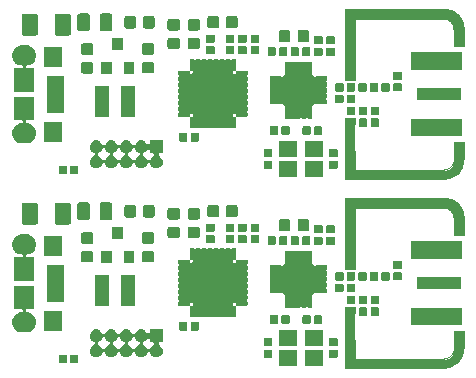
<source format=gbr>
G04 #@! TF.GenerationSoftware,KiCad,Pcbnew,(5.1.5)-3*
G04 #@! TF.CreationDate,2020-05-21T23:45:32+02:00*
G04 #@! TF.ProjectId,STRF_Panel,53545246-5f50-4616-9e65-6c2e6b696361,rev?*
G04 #@! TF.SameCoordinates,Original*
G04 #@! TF.FileFunction,Soldermask,Top*
G04 #@! TF.FilePolarity,Negative*
%FSLAX46Y46*%
G04 Gerber Fmt 4.6, Leading zero omitted, Abs format (unit mm)*
G04 Created by KiCad (PCBNEW (5.1.5)-3) date 2020-05-21 23:45:32*
%MOMM*%
%LPD*%
G04 APERTURE LIST*
%ADD10C,0.100000*%
%ADD11C,0.120000*%
%ADD12C,0.150000*%
G04 APERTURE END LIST*
D10*
G36*
X58300000Y-44100000D02*
G01*
X50650000Y-44100000D01*
X50650000Y-49300000D01*
X49850000Y-49300000D01*
X49850000Y-43300000D01*
X58300000Y-43300000D01*
X58300000Y-44100000D01*
G37*
X58300000Y-44100000D02*
X50650000Y-44100000D01*
X50650000Y-49300000D01*
X49850000Y-49300000D01*
X49850000Y-43300000D01*
X58300000Y-43300000D01*
X58300000Y-44100000D01*
G36*
X50645000Y-53550000D02*
G01*
X50647500Y-53550000D01*
X50652500Y-56900000D01*
X58200000Y-56900000D01*
X58200000Y-57700000D01*
X49855000Y-57700000D01*
X49845000Y-54350000D01*
X49850000Y-54350000D01*
X49850000Y-52500000D01*
X50650000Y-52500000D01*
X50645000Y-53550000D01*
G37*
X50645000Y-53550000D02*
X50647500Y-53550000D01*
X50652500Y-56900000D01*
X58200000Y-56900000D01*
X58200000Y-57700000D01*
X49855000Y-57700000D01*
X49845000Y-54350000D01*
X49850000Y-54350000D01*
X49850000Y-52500000D01*
X50650000Y-52500000D01*
X50645000Y-53550000D01*
D11*
X59900000Y-55990000D02*
G75*
G02X58200000Y-57690000I-1700000J0D01*
G01*
X59120000Y-56000000D02*
G75*
G02X58210000Y-56910000I-910000J0D01*
G01*
D10*
G36*
X59925000Y-46425000D02*
G01*
X59075000Y-46425000D01*
X59075000Y-44950000D01*
X59925000Y-44950000D01*
X59925000Y-46425000D01*
G37*
X59925000Y-46425000D02*
X59075000Y-46425000D01*
X59075000Y-44950000D01*
X59925000Y-44950000D01*
X59925000Y-46425000D01*
G36*
X58575000Y-43400000D02*
G01*
X59150000Y-43625000D01*
X59625000Y-44075000D01*
X59825000Y-44500000D01*
X59825000Y-44900000D01*
X59150000Y-44900000D01*
X59125000Y-44725000D01*
X58950000Y-44375000D01*
X58625000Y-44150000D01*
X58250000Y-44025000D01*
X58300000Y-43350000D01*
X58575000Y-43400000D01*
G37*
X58575000Y-43400000D02*
X59150000Y-43625000D01*
X59625000Y-44075000D01*
X59825000Y-44500000D01*
X59825000Y-44900000D01*
X59150000Y-44900000D01*
X59125000Y-44725000D01*
X58950000Y-44375000D01*
X58625000Y-44150000D01*
X58250000Y-44025000D01*
X58300000Y-43350000D01*
X58575000Y-43400000D01*
D12*
X58200000Y-44075000D02*
G75*
G02X59100000Y-44975000I0J-900000D01*
G01*
X58300000Y-43325000D02*
G75*
G02X59900000Y-44925000I0J-1600000D01*
G01*
D10*
G36*
X59910000Y-56000000D02*
G01*
X59110000Y-56000000D01*
X59100000Y-54570000D01*
X59900000Y-54570000D01*
X59910000Y-56000000D01*
G37*
X59910000Y-56000000D02*
X59110000Y-56000000D01*
X59100000Y-54570000D01*
X59900000Y-54570000D01*
X59910000Y-56000000D01*
G36*
X59860000Y-56250000D02*
G01*
X59760000Y-56620000D01*
X59390000Y-57200000D01*
X58630000Y-57600000D01*
X58240000Y-57630000D01*
X58250000Y-56980000D01*
X58250000Y-56970000D01*
X58610000Y-56880000D01*
X58980000Y-56580000D01*
X59170000Y-56110000D01*
X59160000Y-56030000D01*
X59850000Y-56020000D01*
X59860000Y-56250000D01*
G37*
X59860000Y-56250000D02*
X59760000Y-56620000D01*
X59390000Y-57200000D01*
X58630000Y-57600000D01*
X58240000Y-57630000D01*
X58250000Y-56980000D01*
X58250000Y-56970000D01*
X58610000Y-56880000D01*
X58980000Y-56580000D01*
X59170000Y-56110000D01*
X59160000Y-56030000D01*
X59850000Y-56020000D01*
X59860000Y-56250000D01*
G36*
X58575000Y-27400000D02*
G01*
X59150000Y-27625000D01*
X59625000Y-28075000D01*
X59825000Y-28500000D01*
X59825000Y-28900000D01*
X59150000Y-28900000D01*
X59125000Y-28725000D01*
X58950000Y-28375000D01*
X58625000Y-28150000D01*
X58250000Y-28025000D01*
X58300000Y-27350000D01*
X58575000Y-27400000D01*
G37*
X58575000Y-27400000D02*
X59150000Y-27625000D01*
X59625000Y-28075000D01*
X59825000Y-28500000D01*
X59825000Y-28900000D01*
X59150000Y-28900000D01*
X59125000Y-28725000D01*
X58950000Y-28375000D01*
X58625000Y-28150000D01*
X58250000Y-28025000D01*
X58300000Y-27350000D01*
X58575000Y-27400000D01*
D12*
X58300000Y-27325000D02*
G75*
G02X59900000Y-28925000I0J-1600000D01*
G01*
D10*
G36*
X59925000Y-30425000D02*
G01*
X59075000Y-30425000D01*
X59075000Y-28950000D01*
X59925000Y-28950000D01*
X59925000Y-30425000D01*
G37*
X59925000Y-30425000D02*
X59075000Y-30425000D01*
X59075000Y-28950000D01*
X59925000Y-28950000D01*
X59925000Y-30425000D01*
D12*
X58200000Y-28075000D02*
G75*
G02X59100000Y-28975000I0J-900000D01*
G01*
D10*
G36*
X59860000Y-40250000D02*
G01*
X59760000Y-40620000D01*
X59390000Y-41200000D01*
X58630000Y-41600000D01*
X58240000Y-41630000D01*
X58250000Y-40980000D01*
X58250000Y-40970000D01*
X58610000Y-40880000D01*
X58980000Y-40580000D01*
X59170000Y-40110000D01*
X59160000Y-40030000D01*
X59850000Y-40020000D01*
X59860000Y-40250000D01*
G37*
X59860000Y-40250000D02*
X59760000Y-40620000D01*
X59390000Y-41200000D01*
X58630000Y-41600000D01*
X58240000Y-41630000D01*
X58250000Y-40980000D01*
X58250000Y-40970000D01*
X58610000Y-40880000D01*
X58980000Y-40580000D01*
X59170000Y-40110000D01*
X59160000Y-40030000D01*
X59850000Y-40020000D01*
X59860000Y-40250000D01*
D11*
X59120000Y-40000000D02*
G75*
G02X58210000Y-40910000I-910000J0D01*
G01*
D10*
G36*
X59910000Y-40000000D02*
G01*
X59110000Y-40000000D01*
X59100000Y-38570000D01*
X59900000Y-38570000D01*
X59910000Y-40000000D01*
G37*
X59910000Y-40000000D02*
X59110000Y-40000000D01*
X59100000Y-38570000D01*
X59900000Y-38570000D01*
X59910000Y-40000000D01*
D11*
X59900000Y-39990000D02*
G75*
G02X58200000Y-41690000I-1700000J0D01*
G01*
D10*
G36*
X50645000Y-37550000D02*
G01*
X50647500Y-37550000D01*
X50652500Y-40900000D01*
X58200000Y-40900000D01*
X58200000Y-41700000D01*
X49855000Y-41700000D01*
X49845000Y-38350000D01*
X49850000Y-38350000D01*
X49850000Y-36500000D01*
X50650000Y-36500000D01*
X50645000Y-37550000D01*
G37*
X50645000Y-37550000D02*
X50647500Y-37550000D01*
X50652500Y-40900000D01*
X58200000Y-40900000D01*
X58200000Y-41700000D01*
X49855000Y-41700000D01*
X49845000Y-38350000D01*
X49850000Y-38350000D01*
X49850000Y-36500000D01*
X50650000Y-36500000D01*
X50645000Y-37550000D01*
G36*
X58300000Y-28100000D02*
G01*
X50650000Y-28100000D01*
X50650000Y-33300000D01*
X49850000Y-33300000D01*
X49850000Y-27300000D01*
X58300000Y-27300000D01*
X58300000Y-28100000D01*
G37*
X58300000Y-28100000D02*
X50650000Y-28100000D01*
X50650000Y-33300000D01*
X49850000Y-33300000D01*
X49850000Y-27300000D01*
X58300000Y-27300000D01*
X58300000Y-28100000D01*
G36*
X47951000Y-57476000D02*
G01*
X46449000Y-57476000D01*
X46449000Y-56174000D01*
X47951000Y-56174000D01*
X47951000Y-57476000D01*
G37*
G36*
X45751000Y-57476000D02*
G01*
X44249000Y-57476000D01*
X44249000Y-56174000D01*
X45751000Y-56174000D01*
X45751000Y-57476000D01*
G37*
G36*
X26206938Y-56541716D02*
G01*
X26227557Y-56547971D01*
X26246553Y-56558124D01*
X26263208Y-56571792D01*
X26276876Y-56588447D01*
X26287029Y-56607443D01*
X26293284Y-56628062D01*
X26296000Y-56655640D01*
X26296000Y-57164360D01*
X26293284Y-57191938D01*
X26287029Y-57212557D01*
X26276876Y-57231553D01*
X26263208Y-57248208D01*
X26246553Y-57261876D01*
X26227557Y-57272029D01*
X26206938Y-57278284D01*
X26179360Y-57281000D01*
X25720640Y-57281000D01*
X25693062Y-57278284D01*
X25672443Y-57272029D01*
X25653447Y-57261876D01*
X25636792Y-57248208D01*
X25623124Y-57231553D01*
X25612971Y-57212557D01*
X25606716Y-57191938D01*
X25604000Y-57164360D01*
X25604000Y-56655640D01*
X25606716Y-56628062D01*
X25612971Y-56607443D01*
X25623124Y-56588447D01*
X25636792Y-56571792D01*
X25653447Y-56558124D01*
X25672443Y-56547971D01*
X25693062Y-56541716D01*
X25720640Y-56539000D01*
X26179360Y-56539000D01*
X26206938Y-56541716D01*
G37*
G36*
X27176938Y-56541716D02*
G01*
X27197557Y-56547971D01*
X27216553Y-56558124D01*
X27233208Y-56571792D01*
X27246876Y-56588447D01*
X27257029Y-56607443D01*
X27263284Y-56628062D01*
X27266000Y-56655640D01*
X27266000Y-57164360D01*
X27263284Y-57191938D01*
X27257029Y-57212557D01*
X27246876Y-57231553D01*
X27233208Y-57248208D01*
X27216553Y-57261876D01*
X27197557Y-57272029D01*
X27176938Y-57278284D01*
X27149360Y-57281000D01*
X26690640Y-57281000D01*
X26663062Y-57278284D01*
X26642443Y-57272029D01*
X26623447Y-57261876D01*
X26606792Y-57248208D01*
X26593124Y-57231553D01*
X26582971Y-57212557D01*
X26576716Y-57191938D01*
X26574000Y-57164360D01*
X26574000Y-56655640D01*
X26576716Y-56628062D01*
X26582971Y-56607443D01*
X26593124Y-56588447D01*
X26606792Y-56571792D01*
X26623447Y-56558124D01*
X26642443Y-56547971D01*
X26663062Y-56541716D01*
X26690640Y-56539000D01*
X27149360Y-56539000D01*
X27176938Y-56541716D01*
G37*
G36*
X49131938Y-56116716D02*
G01*
X49152557Y-56122971D01*
X49171553Y-56133124D01*
X49188208Y-56146792D01*
X49201876Y-56163447D01*
X49212029Y-56182443D01*
X49218284Y-56203062D01*
X49221000Y-56230640D01*
X49221000Y-56689360D01*
X49218284Y-56716938D01*
X49212029Y-56737557D01*
X49201876Y-56756553D01*
X49188208Y-56773208D01*
X49171553Y-56786876D01*
X49152557Y-56797029D01*
X49131938Y-56803284D01*
X49104360Y-56806000D01*
X48595640Y-56806000D01*
X48568062Y-56803284D01*
X48547443Y-56797029D01*
X48528447Y-56786876D01*
X48511792Y-56773208D01*
X48498124Y-56756553D01*
X48487971Y-56737557D01*
X48481716Y-56716938D01*
X48479000Y-56689360D01*
X48479000Y-56230640D01*
X48481716Y-56203062D01*
X48487971Y-56182443D01*
X48498124Y-56163447D01*
X48511792Y-56146792D01*
X48528447Y-56133124D01*
X48547443Y-56122971D01*
X48568062Y-56116716D01*
X48595640Y-56114000D01*
X49104360Y-56114000D01*
X49131938Y-56116716D01*
G37*
G36*
X43606938Y-56116716D02*
G01*
X43627557Y-56122971D01*
X43646553Y-56133124D01*
X43663208Y-56146792D01*
X43676876Y-56163447D01*
X43687029Y-56182443D01*
X43693284Y-56203062D01*
X43696000Y-56230640D01*
X43696000Y-56689360D01*
X43693284Y-56716938D01*
X43687029Y-56737557D01*
X43676876Y-56756553D01*
X43663208Y-56773208D01*
X43646553Y-56786876D01*
X43627557Y-56797029D01*
X43606938Y-56803284D01*
X43579360Y-56806000D01*
X43070640Y-56806000D01*
X43043062Y-56803284D01*
X43022443Y-56797029D01*
X43003447Y-56786876D01*
X42986792Y-56773208D01*
X42973124Y-56756553D01*
X42962971Y-56737557D01*
X42956716Y-56716938D01*
X42954000Y-56689360D01*
X42954000Y-56230640D01*
X42956716Y-56203062D01*
X42962971Y-56182443D01*
X42973124Y-56163447D01*
X42986792Y-56146792D01*
X43003447Y-56133124D01*
X43022443Y-56122971D01*
X43043062Y-56116716D01*
X43070640Y-56114000D01*
X43579360Y-56114000D01*
X43606938Y-56116716D01*
G37*
G36*
X28950721Y-54400174D02*
G01*
X29050995Y-54441709D01*
X29090653Y-54468208D01*
X29141242Y-54502010D01*
X29217990Y-54578758D01*
X29225518Y-54590025D01*
X29278291Y-54669005D01*
X29309516Y-54744389D01*
X29321067Y-54766000D01*
X29336612Y-54784941D01*
X29355554Y-54800487D01*
X29377165Y-54812038D01*
X29400614Y-54819151D01*
X29425000Y-54821553D01*
X29449386Y-54819151D01*
X29472835Y-54812038D01*
X29494446Y-54800487D01*
X29513387Y-54784942D01*
X29528933Y-54766000D01*
X29540484Y-54744389D01*
X29571709Y-54669005D01*
X29624482Y-54590025D01*
X29632010Y-54578758D01*
X29708758Y-54502010D01*
X29759347Y-54468208D01*
X29799005Y-54441709D01*
X29899279Y-54400174D01*
X30005730Y-54379000D01*
X30114270Y-54379000D01*
X30220721Y-54400174D01*
X30320995Y-54441709D01*
X30360653Y-54468208D01*
X30411242Y-54502010D01*
X30487990Y-54578758D01*
X30495518Y-54590025D01*
X30548291Y-54669005D01*
X30579516Y-54744389D01*
X30591067Y-54766000D01*
X30606612Y-54784941D01*
X30625554Y-54800487D01*
X30647165Y-54812038D01*
X30670614Y-54819151D01*
X30695000Y-54821553D01*
X30719386Y-54819151D01*
X30742835Y-54812038D01*
X30764446Y-54800487D01*
X30783387Y-54784942D01*
X30798933Y-54766000D01*
X30810484Y-54744389D01*
X30841709Y-54669005D01*
X30894482Y-54590025D01*
X30902010Y-54578758D01*
X30978758Y-54502010D01*
X31029347Y-54468208D01*
X31069005Y-54441709D01*
X31169279Y-54400174D01*
X31275730Y-54379000D01*
X31384270Y-54379000D01*
X31490721Y-54400174D01*
X31590995Y-54441709D01*
X31630653Y-54468208D01*
X31681242Y-54502010D01*
X31757990Y-54578758D01*
X31765518Y-54590025D01*
X31818291Y-54669005D01*
X31849516Y-54744389D01*
X31861067Y-54766000D01*
X31876612Y-54784941D01*
X31895554Y-54800487D01*
X31917165Y-54812038D01*
X31940614Y-54819151D01*
X31965000Y-54821553D01*
X31989386Y-54819151D01*
X32012835Y-54812038D01*
X32034446Y-54800487D01*
X32053387Y-54784942D01*
X32068933Y-54766000D01*
X32080484Y-54744389D01*
X32111709Y-54669005D01*
X32164482Y-54590025D01*
X32172010Y-54578758D01*
X32248758Y-54502010D01*
X32299347Y-54468208D01*
X32339005Y-54441709D01*
X32439279Y-54400174D01*
X32545730Y-54379000D01*
X32654270Y-54379000D01*
X32760721Y-54400174D01*
X32860995Y-54441709D01*
X32900653Y-54468208D01*
X32951242Y-54502010D01*
X33027990Y-54578758D01*
X33035518Y-54590025D01*
X33090068Y-54671664D01*
X33105614Y-54690606D01*
X33124556Y-54706151D01*
X33146167Y-54717702D01*
X33169615Y-54724815D01*
X33194002Y-54727217D01*
X33218388Y-54724815D01*
X33241837Y-54717702D01*
X33263447Y-54706151D01*
X33282389Y-54690605D01*
X33297934Y-54671663D01*
X33309485Y-54650052D01*
X33316598Y-54626604D01*
X33319000Y-54602218D01*
X33319000Y-54379000D01*
X34421000Y-54379000D01*
X34421000Y-55481000D01*
X34197782Y-55481000D01*
X34173396Y-55483402D01*
X34149947Y-55490515D01*
X34128336Y-55502066D01*
X34109394Y-55517611D01*
X34093849Y-55536553D01*
X34082298Y-55558164D01*
X34075185Y-55581613D01*
X34072783Y-55605999D01*
X34075185Y-55630385D01*
X34082298Y-55653834D01*
X34093849Y-55675445D01*
X34109394Y-55694387D01*
X34128336Y-55709932D01*
X34157178Y-55729204D01*
X34221242Y-55772010D01*
X34297990Y-55848758D01*
X34297991Y-55848760D01*
X34358291Y-55939005D01*
X34399826Y-56039279D01*
X34421000Y-56145730D01*
X34421000Y-56254270D01*
X34399826Y-56360721D01*
X34358291Y-56460995D01*
X34358290Y-56460996D01*
X34297990Y-56551242D01*
X34221242Y-56627990D01*
X34175812Y-56658345D01*
X34130995Y-56688291D01*
X34030721Y-56729826D01*
X33924270Y-56751000D01*
X33815730Y-56751000D01*
X33709279Y-56729826D01*
X33609005Y-56688291D01*
X33564188Y-56658345D01*
X33518758Y-56627990D01*
X33442010Y-56551242D01*
X33381710Y-56460996D01*
X33381709Y-56460995D01*
X33350484Y-56385611D01*
X33338933Y-56364000D01*
X33323388Y-56345059D01*
X33304446Y-56329513D01*
X33282835Y-56317962D01*
X33259386Y-56310849D01*
X33235000Y-56308447D01*
X33210614Y-56310849D01*
X33187165Y-56317962D01*
X33165554Y-56329513D01*
X33146613Y-56345058D01*
X33131067Y-56364000D01*
X33119516Y-56385611D01*
X33088291Y-56460995D01*
X33088290Y-56460996D01*
X33027990Y-56551242D01*
X32951242Y-56627990D01*
X32905812Y-56658345D01*
X32860995Y-56688291D01*
X32760721Y-56729826D01*
X32654270Y-56751000D01*
X32545730Y-56751000D01*
X32439279Y-56729826D01*
X32339005Y-56688291D01*
X32294188Y-56658345D01*
X32248758Y-56627990D01*
X32172010Y-56551242D01*
X32111710Y-56460996D01*
X32111709Y-56460995D01*
X32080484Y-56385611D01*
X32068933Y-56364000D01*
X32053388Y-56345059D01*
X32034446Y-56329513D01*
X32012835Y-56317962D01*
X31989386Y-56310849D01*
X31965000Y-56308447D01*
X31940614Y-56310849D01*
X31917165Y-56317962D01*
X31895554Y-56329513D01*
X31876613Y-56345058D01*
X31861067Y-56364000D01*
X31849516Y-56385611D01*
X31818291Y-56460995D01*
X31818290Y-56460996D01*
X31757990Y-56551242D01*
X31681242Y-56627990D01*
X31635812Y-56658345D01*
X31590995Y-56688291D01*
X31490721Y-56729826D01*
X31384270Y-56751000D01*
X31275730Y-56751000D01*
X31169279Y-56729826D01*
X31069005Y-56688291D01*
X31024188Y-56658345D01*
X30978758Y-56627990D01*
X30902010Y-56551242D01*
X30841710Y-56460996D01*
X30841709Y-56460995D01*
X30810484Y-56385611D01*
X30798933Y-56364000D01*
X30783388Y-56345059D01*
X30764446Y-56329513D01*
X30742835Y-56317962D01*
X30719386Y-56310849D01*
X30695000Y-56308447D01*
X30670614Y-56310849D01*
X30647165Y-56317962D01*
X30625554Y-56329513D01*
X30606613Y-56345058D01*
X30591067Y-56364000D01*
X30579516Y-56385611D01*
X30548291Y-56460995D01*
X30548290Y-56460996D01*
X30487990Y-56551242D01*
X30411242Y-56627990D01*
X30365812Y-56658345D01*
X30320995Y-56688291D01*
X30220721Y-56729826D01*
X30114270Y-56751000D01*
X30005730Y-56751000D01*
X29899279Y-56729826D01*
X29799005Y-56688291D01*
X29754188Y-56658345D01*
X29708758Y-56627990D01*
X29632010Y-56551242D01*
X29571710Y-56460996D01*
X29571709Y-56460995D01*
X29540484Y-56385611D01*
X29528933Y-56364000D01*
X29513388Y-56345059D01*
X29494446Y-56329513D01*
X29472835Y-56317962D01*
X29449386Y-56310849D01*
X29425000Y-56308447D01*
X29400614Y-56310849D01*
X29377165Y-56317962D01*
X29355554Y-56329513D01*
X29336613Y-56345058D01*
X29321067Y-56364000D01*
X29309516Y-56385611D01*
X29278291Y-56460995D01*
X29278290Y-56460996D01*
X29217990Y-56551242D01*
X29141242Y-56627990D01*
X29095812Y-56658345D01*
X29050995Y-56688291D01*
X28950721Y-56729826D01*
X28844270Y-56751000D01*
X28735730Y-56751000D01*
X28629279Y-56729826D01*
X28529005Y-56688291D01*
X28484188Y-56658345D01*
X28438758Y-56627990D01*
X28362010Y-56551242D01*
X28301710Y-56460996D01*
X28301709Y-56460995D01*
X28260174Y-56360721D01*
X28239000Y-56254270D01*
X28239000Y-56145730D01*
X28260174Y-56039279D01*
X28301709Y-55939005D01*
X28362009Y-55848760D01*
X28362010Y-55848758D01*
X28438758Y-55772010D01*
X28529004Y-55711710D01*
X28529005Y-55711709D01*
X28604389Y-55680484D01*
X28626000Y-55668933D01*
X28644941Y-55653388D01*
X28660487Y-55634446D01*
X28672038Y-55612835D01*
X28679151Y-55589386D01*
X28681553Y-55565000D01*
X28898447Y-55565000D01*
X28900849Y-55589386D01*
X28907962Y-55612835D01*
X28919513Y-55634446D01*
X28935058Y-55653387D01*
X28954000Y-55668933D01*
X28975611Y-55680484D01*
X29050995Y-55711709D01*
X29050996Y-55711710D01*
X29141242Y-55772010D01*
X29217990Y-55848758D01*
X29217991Y-55848760D01*
X29278291Y-55939005D01*
X29309516Y-56014389D01*
X29321067Y-56036000D01*
X29336612Y-56054941D01*
X29355554Y-56070487D01*
X29377165Y-56082038D01*
X29400614Y-56089151D01*
X29425000Y-56091553D01*
X29449386Y-56089151D01*
X29472835Y-56082038D01*
X29494446Y-56070487D01*
X29513387Y-56054942D01*
X29528933Y-56036000D01*
X29540484Y-56014389D01*
X29571709Y-55939005D01*
X29632009Y-55848760D01*
X29632010Y-55848758D01*
X29708758Y-55772010D01*
X29799004Y-55711710D01*
X29799005Y-55711709D01*
X29874389Y-55680484D01*
X29896000Y-55668933D01*
X29914941Y-55653388D01*
X29930487Y-55634446D01*
X29942038Y-55612835D01*
X29949151Y-55589386D01*
X29951553Y-55565000D01*
X30168447Y-55565000D01*
X30170849Y-55589386D01*
X30177962Y-55612835D01*
X30189513Y-55634446D01*
X30205058Y-55653387D01*
X30224000Y-55668933D01*
X30245611Y-55680484D01*
X30320995Y-55711709D01*
X30320996Y-55711710D01*
X30411242Y-55772010D01*
X30487990Y-55848758D01*
X30487991Y-55848760D01*
X30548291Y-55939005D01*
X30579516Y-56014389D01*
X30591067Y-56036000D01*
X30606612Y-56054941D01*
X30625554Y-56070487D01*
X30647165Y-56082038D01*
X30670614Y-56089151D01*
X30695000Y-56091553D01*
X30719386Y-56089151D01*
X30742835Y-56082038D01*
X30764446Y-56070487D01*
X30783387Y-56054942D01*
X30798933Y-56036000D01*
X30810484Y-56014389D01*
X30841709Y-55939005D01*
X30902009Y-55848760D01*
X30902010Y-55848758D01*
X30978758Y-55772010D01*
X31069004Y-55711710D01*
X31069005Y-55711709D01*
X31144389Y-55680484D01*
X31166000Y-55668933D01*
X31184941Y-55653388D01*
X31200487Y-55634446D01*
X31212038Y-55612835D01*
X31219151Y-55589386D01*
X31221553Y-55565000D01*
X31438447Y-55565000D01*
X31440849Y-55589386D01*
X31447962Y-55612835D01*
X31459513Y-55634446D01*
X31475058Y-55653387D01*
X31494000Y-55668933D01*
X31515611Y-55680484D01*
X31590995Y-55711709D01*
X31590996Y-55711710D01*
X31681242Y-55772010D01*
X31757990Y-55848758D01*
X31757991Y-55848760D01*
X31818291Y-55939005D01*
X31849516Y-56014389D01*
X31861067Y-56036000D01*
X31876612Y-56054941D01*
X31895554Y-56070487D01*
X31917165Y-56082038D01*
X31940614Y-56089151D01*
X31965000Y-56091553D01*
X31989386Y-56089151D01*
X32012835Y-56082038D01*
X32034446Y-56070487D01*
X32053387Y-56054942D01*
X32068933Y-56036000D01*
X32080484Y-56014389D01*
X32111709Y-55939005D01*
X32172009Y-55848760D01*
X32172010Y-55848758D01*
X32248758Y-55772010D01*
X32339004Y-55711710D01*
X32339005Y-55711709D01*
X32414389Y-55680484D01*
X32436000Y-55668933D01*
X32454941Y-55653388D01*
X32470487Y-55634446D01*
X32482038Y-55612835D01*
X32489151Y-55589386D01*
X32491553Y-55565000D01*
X32708447Y-55565000D01*
X32710849Y-55589386D01*
X32717962Y-55612835D01*
X32729513Y-55634446D01*
X32745058Y-55653387D01*
X32764000Y-55668933D01*
X32785611Y-55680484D01*
X32860995Y-55711709D01*
X32860996Y-55711710D01*
X32951242Y-55772010D01*
X33027990Y-55848758D01*
X33027991Y-55848760D01*
X33088291Y-55939005D01*
X33119516Y-56014389D01*
X33131067Y-56036000D01*
X33146612Y-56054941D01*
X33165554Y-56070487D01*
X33187165Y-56082038D01*
X33210614Y-56089151D01*
X33235000Y-56091553D01*
X33259386Y-56089151D01*
X33282835Y-56082038D01*
X33304446Y-56070487D01*
X33323387Y-56054942D01*
X33338933Y-56036000D01*
X33350484Y-56014389D01*
X33381709Y-55939005D01*
X33442009Y-55848760D01*
X33442010Y-55848758D01*
X33518758Y-55772010D01*
X33582822Y-55729204D01*
X33611664Y-55709932D01*
X33630606Y-55694386D01*
X33646151Y-55675444D01*
X33657702Y-55653833D01*
X33664815Y-55630385D01*
X33667217Y-55605998D01*
X33664815Y-55581612D01*
X33657702Y-55558163D01*
X33646151Y-55536553D01*
X33630605Y-55517611D01*
X33611663Y-55502066D01*
X33590052Y-55490515D01*
X33566604Y-55483402D01*
X33542218Y-55481000D01*
X33319000Y-55481000D01*
X33319000Y-55257782D01*
X33316598Y-55233396D01*
X33309485Y-55209947D01*
X33297934Y-55188336D01*
X33282389Y-55169394D01*
X33263447Y-55153849D01*
X33241836Y-55142298D01*
X33218387Y-55135185D01*
X33194001Y-55132783D01*
X33169615Y-55135185D01*
X33146166Y-55142298D01*
X33124555Y-55153849D01*
X33105613Y-55169394D01*
X33090068Y-55188336D01*
X33048988Y-55249816D01*
X33027990Y-55281242D01*
X32951242Y-55357990D01*
X32905812Y-55388345D01*
X32860995Y-55418291D01*
X32785611Y-55449516D01*
X32764000Y-55461067D01*
X32745059Y-55476612D01*
X32729513Y-55495554D01*
X32717962Y-55517165D01*
X32710849Y-55540614D01*
X32708447Y-55565000D01*
X32491553Y-55565000D01*
X32489151Y-55540614D01*
X32482038Y-55517165D01*
X32470487Y-55495554D01*
X32454942Y-55476613D01*
X32436000Y-55461067D01*
X32414389Y-55449516D01*
X32339005Y-55418291D01*
X32294188Y-55388345D01*
X32248758Y-55357990D01*
X32172010Y-55281242D01*
X32126040Y-55212443D01*
X32111709Y-55190995D01*
X32080484Y-55115611D01*
X32068933Y-55094000D01*
X32053388Y-55075059D01*
X32034446Y-55059513D01*
X32012835Y-55047962D01*
X31989386Y-55040849D01*
X31965000Y-55038447D01*
X31940614Y-55040849D01*
X31917165Y-55047962D01*
X31895554Y-55059513D01*
X31876613Y-55075058D01*
X31861067Y-55094000D01*
X31849516Y-55115611D01*
X31818291Y-55190995D01*
X31803960Y-55212443D01*
X31757990Y-55281242D01*
X31681242Y-55357990D01*
X31635812Y-55388345D01*
X31590995Y-55418291D01*
X31515611Y-55449516D01*
X31494000Y-55461067D01*
X31475059Y-55476612D01*
X31459513Y-55495554D01*
X31447962Y-55517165D01*
X31440849Y-55540614D01*
X31438447Y-55565000D01*
X31221553Y-55565000D01*
X31219151Y-55540614D01*
X31212038Y-55517165D01*
X31200487Y-55495554D01*
X31184942Y-55476613D01*
X31166000Y-55461067D01*
X31144389Y-55449516D01*
X31069005Y-55418291D01*
X31024188Y-55388345D01*
X30978758Y-55357990D01*
X30902010Y-55281242D01*
X30856040Y-55212443D01*
X30841709Y-55190995D01*
X30810484Y-55115611D01*
X30798933Y-55094000D01*
X30783388Y-55075059D01*
X30764446Y-55059513D01*
X30742835Y-55047962D01*
X30719386Y-55040849D01*
X30695000Y-55038447D01*
X30670614Y-55040849D01*
X30647165Y-55047962D01*
X30625554Y-55059513D01*
X30606613Y-55075058D01*
X30591067Y-55094000D01*
X30579516Y-55115611D01*
X30548291Y-55190995D01*
X30533960Y-55212443D01*
X30487990Y-55281242D01*
X30411242Y-55357990D01*
X30365812Y-55388345D01*
X30320995Y-55418291D01*
X30245611Y-55449516D01*
X30224000Y-55461067D01*
X30205059Y-55476612D01*
X30189513Y-55495554D01*
X30177962Y-55517165D01*
X30170849Y-55540614D01*
X30168447Y-55565000D01*
X29951553Y-55565000D01*
X29949151Y-55540614D01*
X29942038Y-55517165D01*
X29930487Y-55495554D01*
X29914942Y-55476613D01*
X29896000Y-55461067D01*
X29874389Y-55449516D01*
X29799005Y-55418291D01*
X29754188Y-55388345D01*
X29708758Y-55357990D01*
X29632010Y-55281242D01*
X29586040Y-55212443D01*
X29571709Y-55190995D01*
X29540484Y-55115611D01*
X29528933Y-55094000D01*
X29513388Y-55075059D01*
X29494446Y-55059513D01*
X29472835Y-55047962D01*
X29449386Y-55040849D01*
X29425000Y-55038447D01*
X29400614Y-55040849D01*
X29377165Y-55047962D01*
X29355554Y-55059513D01*
X29336613Y-55075058D01*
X29321067Y-55094000D01*
X29309516Y-55115611D01*
X29278291Y-55190995D01*
X29263960Y-55212443D01*
X29217990Y-55281242D01*
X29141242Y-55357990D01*
X29095812Y-55388345D01*
X29050995Y-55418291D01*
X28975611Y-55449516D01*
X28954000Y-55461067D01*
X28935059Y-55476612D01*
X28919513Y-55495554D01*
X28907962Y-55517165D01*
X28900849Y-55540614D01*
X28898447Y-55565000D01*
X28681553Y-55565000D01*
X28679151Y-55540614D01*
X28672038Y-55517165D01*
X28660487Y-55495554D01*
X28644942Y-55476613D01*
X28626000Y-55461067D01*
X28604389Y-55449516D01*
X28529005Y-55418291D01*
X28484188Y-55388345D01*
X28438758Y-55357990D01*
X28362010Y-55281242D01*
X28316040Y-55212443D01*
X28301709Y-55190995D01*
X28260174Y-55090721D01*
X28239000Y-54984270D01*
X28239000Y-54875730D01*
X28260174Y-54769279D01*
X28301709Y-54669005D01*
X28354482Y-54590025D01*
X28362010Y-54578758D01*
X28438758Y-54502010D01*
X28489347Y-54468208D01*
X28529005Y-54441709D01*
X28629279Y-54400174D01*
X28735730Y-54379000D01*
X28844270Y-54379000D01*
X28950721Y-54400174D01*
G37*
G36*
X49131938Y-55146716D02*
G01*
X49152557Y-55152971D01*
X49171553Y-55163124D01*
X49188208Y-55176792D01*
X49201876Y-55193447D01*
X49212029Y-55212443D01*
X49218284Y-55233062D01*
X49221000Y-55260640D01*
X49221000Y-55719360D01*
X49218284Y-55746938D01*
X49212029Y-55767557D01*
X49201876Y-55786553D01*
X49188208Y-55803208D01*
X49171553Y-55816876D01*
X49152557Y-55827029D01*
X49131938Y-55833284D01*
X49104360Y-55836000D01*
X48595640Y-55836000D01*
X48568062Y-55833284D01*
X48547443Y-55827029D01*
X48528447Y-55816876D01*
X48511792Y-55803208D01*
X48498124Y-55786553D01*
X48487971Y-55767557D01*
X48481716Y-55746938D01*
X48479000Y-55719360D01*
X48479000Y-55260640D01*
X48481716Y-55233062D01*
X48487971Y-55212443D01*
X48498124Y-55193447D01*
X48511792Y-55176792D01*
X48528447Y-55163124D01*
X48547443Y-55152971D01*
X48568062Y-55146716D01*
X48595640Y-55144000D01*
X49104360Y-55144000D01*
X49131938Y-55146716D01*
G37*
G36*
X43606938Y-55146716D02*
G01*
X43627557Y-55152971D01*
X43646553Y-55163124D01*
X43663208Y-55176792D01*
X43676876Y-55193447D01*
X43687029Y-55212443D01*
X43693284Y-55233062D01*
X43696000Y-55260640D01*
X43696000Y-55719360D01*
X43693284Y-55746938D01*
X43687029Y-55767557D01*
X43676876Y-55786553D01*
X43663208Y-55803208D01*
X43646553Y-55816876D01*
X43627557Y-55827029D01*
X43606938Y-55833284D01*
X43579360Y-55836000D01*
X43070640Y-55836000D01*
X43043062Y-55833284D01*
X43022443Y-55827029D01*
X43003447Y-55816876D01*
X42986792Y-55803208D01*
X42973124Y-55786553D01*
X42962971Y-55767557D01*
X42956716Y-55746938D01*
X42954000Y-55719360D01*
X42954000Y-55260640D01*
X42956716Y-55233062D01*
X42962971Y-55212443D01*
X42973124Y-55193447D01*
X42986792Y-55176792D01*
X43003447Y-55163124D01*
X43022443Y-55152971D01*
X43043062Y-55146716D01*
X43070640Y-55144000D01*
X43579360Y-55144000D01*
X43606938Y-55146716D01*
G37*
G36*
X47951000Y-55776000D02*
G01*
X46449000Y-55776000D01*
X46449000Y-54474000D01*
X47951000Y-54474000D01*
X47951000Y-55776000D01*
G37*
G36*
X45751000Y-55776000D02*
G01*
X44249000Y-55776000D01*
X44249000Y-54474000D01*
X45751000Y-54474000D01*
X45751000Y-55776000D01*
G37*
G36*
X23526000Y-52701000D02*
G01*
X22918230Y-52701000D01*
X22893844Y-52703402D01*
X22870395Y-52710515D01*
X22848784Y-52722066D01*
X22829842Y-52737611D01*
X22814297Y-52756553D01*
X22802746Y-52778164D01*
X22795633Y-52801613D01*
X22793231Y-52825999D01*
X22795633Y-52850385D01*
X22802746Y-52873834D01*
X22814297Y-52895445D01*
X22829842Y-52914387D01*
X22848784Y-52929932D01*
X22870395Y-52941483D01*
X22893844Y-52948596D01*
X22905978Y-52950396D01*
X23016823Y-52961313D01*
X23177242Y-53009976D01*
X23309906Y-53080886D01*
X23325078Y-53088996D01*
X23454659Y-53195341D01*
X23561004Y-53324922D01*
X23569114Y-53340094D01*
X23640024Y-53472758D01*
X23688687Y-53633177D01*
X23705117Y-53800000D01*
X23688687Y-53966823D01*
X23640024Y-54127242D01*
X23569114Y-54259906D01*
X23561004Y-54275078D01*
X23454659Y-54404659D01*
X23325078Y-54511004D01*
X23325076Y-54511005D01*
X23177242Y-54590024D01*
X23016823Y-54638687D01*
X22891804Y-54651000D01*
X22458196Y-54651000D01*
X22333177Y-54638687D01*
X22172758Y-54590024D01*
X22024924Y-54511005D01*
X22024922Y-54511004D01*
X21895341Y-54404659D01*
X21788996Y-54275078D01*
X21780886Y-54259906D01*
X21709976Y-54127242D01*
X21661313Y-53966823D01*
X21644883Y-53800000D01*
X21661313Y-53633177D01*
X21709976Y-53472758D01*
X21780886Y-53340094D01*
X21788996Y-53324922D01*
X21895341Y-53195341D01*
X22024922Y-53088996D01*
X22040094Y-53080886D01*
X22172758Y-53009976D01*
X22333177Y-52961313D01*
X22444022Y-52950396D01*
X22468055Y-52945616D01*
X22490694Y-52936238D01*
X22511068Y-52922625D01*
X22528395Y-52905298D01*
X22542009Y-52884923D01*
X22551387Y-52862284D01*
X22556167Y-52838251D01*
X22556167Y-52813747D01*
X22551387Y-52789714D01*
X22542009Y-52767075D01*
X22528396Y-52746701D01*
X22511069Y-52729374D01*
X22490694Y-52715760D01*
X22468055Y-52706382D01*
X22444022Y-52701602D01*
X22431770Y-52701000D01*
X21824000Y-52701000D01*
X21824000Y-50699000D01*
X23526000Y-50699000D01*
X23526000Y-52701000D01*
G37*
G36*
X25876000Y-54551000D02*
G01*
X24374000Y-54551000D01*
X24374000Y-52849000D01*
X25876000Y-52849000D01*
X25876000Y-54551000D01*
G37*
G36*
X36411938Y-53761716D02*
G01*
X36432557Y-53767971D01*
X36451553Y-53778124D01*
X36468208Y-53791792D01*
X36481876Y-53808447D01*
X36492029Y-53827443D01*
X36498284Y-53848062D01*
X36501000Y-53875640D01*
X36501000Y-54384360D01*
X36498284Y-54411938D01*
X36492029Y-54432557D01*
X36481876Y-54451553D01*
X36468208Y-54468208D01*
X36451553Y-54481876D01*
X36432557Y-54492029D01*
X36411938Y-54498284D01*
X36384360Y-54501000D01*
X35925640Y-54501000D01*
X35898062Y-54498284D01*
X35877443Y-54492029D01*
X35858447Y-54481876D01*
X35841792Y-54468208D01*
X35828124Y-54451553D01*
X35817971Y-54432557D01*
X35811716Y-54411938D01*
X35809000Y-54384360D01*
X35809000Y-53875640D01*
X35811716Y-53848062D01*
X35817971Y-53827443D01*
X35828124Y-53808447D01*
X35841792Y-53791792D01*
X35858447Y-53778124D01*
X35877443Y-53767971D01*
X35898062Y-53761716D01*
X35925640Y-53759000D01*
X36384360Y-53759000D01*
X36411938Y-53761716D01*
G37*
G36*
X37381938Y-53761716D02*
G01*
X37402557Y-53767971D01*
X37421553Y-53778124D01*
X37438208Y-53791792D01*
X37451876Y-53808447D01*
X37462029Y-53827443D01*
X37468284Y-53848062D01*
X37471000Y-53875640D01*
X37471000Y-54384360D01*
X37468284Y-54411938D01*
X37462029Y-54432557D01*
X37451876Y-54451553D01*
X37438208Y-54468208D01*
X37421553Y-54481876D01*
X37402557Y-54492029D01*
X37381938Y-54498284D01*
X37354360Y-54501000D01*
X36895640Y-54501000D01*
X36868062Y-54498284D01*
X36847443Y-54492029D01*
X36828447Y-54481876D01*
X36811792Y-54468208D01*
X36798124Y-54451553D01*
X36787971Y-54432557D01*
X36781716Y-54411938D01*
X36779000Y-54384360D01*
X36779000Y-53875640D01*
X36781716Y-53848062D01*
X36787971Y-53827443D01*
X36798124Y-53808447D01*
X36811792Y-53791792D01*
X36828447Y-53778124D01*
X36847443Y-53767971D01*
X36868062Y-53761716D01*
X36895640Y-53759000D01*
X37354360Y-53759000D01*
X37381938Y-53761716D01*
G37*
G36*
X59751000Y-54051000D02*
G01*
X55449000Y-54051000D01*
X55449000Y-52599000D01*
X59751000Y-52599000D01*
X59751000Y-54051000D01*
G37*
G36*
X46846938Y-53206716D02*
G01*
X46867557Y-53212971D01*
X46886553Y-53223124D01*
X46903208Y-53236792D01*
X46916876Y-53253447D01*
X46927029Y-53272443D01*
X46933284Y-53293062D01*
X46936000Y-53320640D01*
X46936000Y-53829360D01*
X46933284Y-53856938D01*
X46927029Y-53877557D01*
X46916876Y-53896553D01*
X46903208Y-53913208D01*
X46886553Y-53926876D01*
X46867557Y-53937029D01*
X46846938Y-53943284D01*
X46819360Y-53946000D01*
X46360640Y-53946000D01*
X46333062Y-53943284D01*
X46312443Y-53937029D01*
X46293447Y-53926876D01*
X46276792Y-53913208D01*
X46263124Y-53896553D01*
X46252971Y-53877557D01*
X46246716Y-53856938D01*
X46244000Y-53829360D01*
X46244000Y-53320640D01*
X46246716Y-53293062D01*
X46252971Y-53272443D01*
X46263124Y-53253447D01*
X46276792Y-53236792D01*
X46293447Y-53223124D01*
X46312443Y-53212971D01*
X46333062Y-53206716D01*
X46360640Y-53204000D01*
X46819360Y-53204000D01*
X46846938Y-53206716D01*
G37*
G36*
X47816938Y-53206716D02*
G01*
X47837557Y-53212971D01*
X47856553Y-53223124D01*
X47873208Y-53236792D01*
X47886876Y-53253447D01*
X47897029Y-53272443D01*
X47903284Y-53293062D01*
X47906000Y-53320640D01*
X47906000Y-53829360D01*
X47903284Y-53856938D01*
X47897029Y-53877557D01*
X47886876Y-53896553D01*
X47873208Y-53913208D01*
X47856553Y-53926876D01*
X47837557Y-53937029D01*
X47816938Y-53943284D01*
X47789360Y-53946000D01*
X47330640Y-53946000D01*
X47303062Y-53943284D01*
X47282443Y-53937029D01*
X47263447Y-53926876D01*
X47246792Y-53913208D01*
X47233124Y-53896553D01*
X47222971Y-53877557D01*
X47216716Y-53856938D01*
X47214000Y-53829360D01*
X47214000Y-53320640D01*
X47216716Y-53293062D01*
X47222971Y-53272443D01*
X47233124Y-53253447D01*
X47246792Y-53236792D01*
X47263447Y-53223124D01*
X47282443Y-53212971D01*
X47303062Y-53206716D01*
X47330640Y-53204000D01*
X47789360Y-53204000D01*
X47816938Y-53206716D01*
G37*
G36*
X45056938Y-53181716D02*
G01*
X45077557Y-53187971D01*
X45096553Y-53198124D01*
X45113208Y-53211792D01*
X45126876Y-53228447D01*
X45137029Y-53247443D01*
X45143284Y-53268062D01*
X45146000Y-53295640D01*
X45146000Y-53804360D01*
X45143284Y-53831938D01*
X45137029Y-53852557D01*
X45126876Y-53871553D01*
X45113208Y-53888208D01*
X45096553Y-53901876D01*
X45077557Y-53912029D01*
X45056938Y-53918284D01*
X45029360Y-53921000D01*
X44570640Y-53921000D01*
X44543062Y-53918284D01*
X44522443Y-53912029D01*
X44503447Y-53901876D01*
X44486792Y-53888208D01*
X44473124Y-53871553D01*
X44462971Y-53852557D01*
X44456716Y-53831938D01*
X44454000Y-53804360D01*
X44454000Y-53295640D01*
X44456716Y-53268062D01*
X44462971Y-53247443D01*
X44473124Y-53228447D01*
X44486792Y-53211792D01*
X44503447Y-53198124D01*
X44522443Y-53187971D01*
X44543062Y-53181716D01*
X44570640Y-53179000D01*
X45029360Y-53179000D01*
X45056938Y-53181716D01*
G37*
G36*
X44086938Y-53181716D02*
G01*
X44107557Y-53187971D01*
X44126553Y-53198124D01*
X44143208Y-53211792D01*
X44156876Y-53228447D01*
X44167029Y-53247443D01*
X44173284Y-53268062D01*
X44176000Y-53295640D01*
X44176000Y-53804360D01*
X44173284Y-53831938D01*
X44167029Y-53852557D01*
X44156876Y-53871553D01*
X44143208Y-53888208D01*
X44126553Y-53901876D01*
X44107557Y-53912029D01*
X44086938Y-53918284D01*
X44059360Y-53921000D01*
X43600640Y-53921000D01*
X43573062Y-53918284D01*
X43552443Y-53912029D01*
X43533447Y-53901876D01*
X43516792Y-53888208D01*
X43503124Y-53871553D01*
X43492971Y-53852557D01*
X43486716Y-53831938D01*
X43484000Y-53804360D01*
X43484000Y-53295640D01*
X43486716Y-53268062D01*
X43492971Y-53247443D01*
X43503124Y-53228447D01*
X43516792Y-53211792D01*
X43533447Y-53198124D01*
X43552443Y-53187971D01*
X43573062Y-53181716D01*
X43600640Y-53179000D01*
X44059360Y-53179000D01*
X44086938Y-53181716D01*
G37*
G36*
X37070355Y-47530083D02*
G01*
X37075029Y-47531501D01*
X37079330Y-47533800D01*
X37085702Y-47539029D01*
X37106076Y-47552643D01*
X37128715Y-47562020D01*
X37152749Y-47566800D01*
X37177253Y-47566800D01*
X37201286Y-47562019D01*
X37223925Y-47552642D01*
X37244298Y-47539029D01*
X37250670Y-47533800D01*
X37254971Y-47531501D01*
X37259645Y-47530083D01*
X37270641Y-47529000D01*
X37559359Y-47529000D01*
X37570355Y-47530083D01*
X37575029Y-47531501D01*
X37579330Y-47533800D01*
X37585702Y-47539029D01*
X37606076Y-47552643D01*
X37628715Y-47562020D01*
X37652749Y-47566800D01*
X37677253Y-47566800D01*
X37701286Y-47562019D01*
X37723925Y-47552642D01*
X37744298Y-47539029D01*
X37750670Y-47533800D01*
X37754971Y-47531501D01*
X37759645Y-47530083D01*
X37770641Y-47529000D01*
X38059359Y-47529000D01*
X38070355Y-47530083D01*
X38075029Y-47531501D01*
X38079330Y-47533800D01*
X38085702Y-47539029D01*
X38106076Y-47552643D01*
X38128715Y-47562020D01*
X38152749Y-47566800D01*
X38177253Y-47566800D01*
X38201286Y-47562019D01*
X38223925Y-47552642D01*
X38244298Y-47539029D01*
X38250670Y-47533800D01*
X38254971Y-47531501D01*
X38259645Y-47530083D01*
X38270641Y-47529000D01*
X38559359Y-47529000D01*
X38570355Y-47530083D01*
X38575029Y-47531501D01*
X38579330Y-47533800D01*
X38585702Y-47539029D01*
X38606076Y-47552643D01*
X38628715Y-47562020D01*
X38652749Y-47566800D01*
X38677253Y-47566800D01*
X38701286Y-47562019D01*
X38723925Y-47552642D01*
X38744298Y-47539029D01*
X38750670Y-47533800D01*
X38754971Y-47531501D01*
X38759645Y-47530083D01*
X38770641Y-47529000D01*
X39059359Y-47529000D01*
X39070355Y-47530083D01*
X39075029Y-47531501D01*
X39079330Y-47533800D01*
X39085702Y-47539029D01*
X39106076Y-47552643D01*
X39128715Y-47562020D01*
X39152749Y-47566800D01*
X39177253Y-47566800D01*
X39201286Y-47562019D01*
X39223925Y-47552642D01*
X39244298Y-47539029D01*
X39250670Y-47533800D01*
X39254971Y-47531501D01*
X39259645Y-47530083D01*
X39270641Y-47529000D01*
X39559359Y-47529000D01*
X39570355Y-47530083D01*
X39575029Y-47531501D01*
X39579330Y-47533800D01*
X39585702Y-47539029D01*
X39606076Y-47552643D01*
X39628715Y-47562020D01*
X39652749Y-47566800D01*
X39677253Y-47566800D01*
X39701286Y-47562019D01*
X39723925Y-47552642D01*
X39744298Y-47539029D01*
X39750670Y-47533800D01*
X39754971Y-47531501D01*
X39759645Y-47530083D01*
X39770641Y-47529000D01*
X40059359Y-47529000D01*
X40070355Y-47530083D01*
X40075029Y-47531501D01*
X40079330Y-47533800D01*
X40085702Y-47539029D01*
X40106076Y-47552643D01*
X40128715Y-47562020D01*
X40152749Y-47566800D01*
X40177253Y-47566800D01*
X40201286Y-47562019D01*
X40223925Y-47552642D01*
X40244298Y-47539029D01*
X40250670Y-47533800D01*
X40254971Y-47531501D01*
X40259645Y-47530083D01*
X40270641Y-47529000D01*
X40559359Y-47529000D01*
X40570355Y-47530083D01*
X40575029Y-47531501D01*
X40579331Y-47533800D01*
X40583104Y-47536896D01*
X40586200Y-47540669D01*
X40588499Y-47544971D01*
X40589917Y-47549645D01*
X40591000Y-47560641D01*
X40591000Y-48404001D01*
X40593402Y-48428387D01*
X40600515Y-48451836D01*
X40612066Y-48473447D01*
X40627611Y-48492389D01*
X40646553Y-48507934D01*
X40668164Y-48519485D01*
X40691613Y-48526598D01*
X40715999Y-48529000D01*
X41559359Y-48529000D01*
X41570355Y-48530083D01*
X41575029Y-48531501D01*
X41579331Y-48533800D01*
X41583104Y-48536896D01*
X41586200Y-48540669D01*
X41588499Y-48544971D01*
X41589917Y-48549645D01*
X41591000Y-48560641D01*
X41591000Y-48849359D01*
X41589917Y-48860355D01*
X41588499Y-48865029D01*
X41586200Y-48869330D01*
X41580971Y-48875702D01*
X41567357Y-48896076D01*
X41557980Y-48918715D01*
X41553200Y-48942749D01*
X41553200Y-48967253D01*
X41557981Y-48991286D01*
X41567358Y-49013925D01*
X41580971Y-49034298D01*
X41586200Y-49040670D01*
X41588499Y-49044971D01*
X41589917Y-49049645D01*
X41591000Y-49060641D01*
X41591000Y-49349359D01*
X41589917Y-49360355D01*
X41588499Y-49365029D01*
X41586200Y-49369330D01*
X41580971Y-49375702D01*
X41567357Y-49396076D01*
X41557980Y-49418715D01*
X41553200Y-49442749D01*
X41553200Y-49467253D01*
X41557981Y-49491286D01*
X41567358Y-49513925D01*
X41580971Y-49534298D01*
X41586200Y-49540670D01*
X41588499Y-49544971D01*
X41589917Y-49549645D01*
X41591000Y-49560641D01*
X41591000Y-49849359D01*
X41589917Y-49860355D01*
X41588499Y-49865029D01*
X41586200Y-49869330D01*
X41580971Y-49875702D01*
X41567357Y-49896076D01*
X41557980Y-49918715D01*
X41553200Y-49942749D01*
X41553200Y-49967253D01*
X41557981Y-49991286D01*
X41567358Y-50013925D01*
X41580971Y-50034298D01*
X41586200Y-50040670D01*
X41588499Y-50044971D01*
X41589917Y-50049645D01*
X41591000Y-50060641D01*
X41591000Y-50349359D01*
X41589917Y-50360355D01*
X41588499Y-50365029D01*
X41586200Y-50369330D01*
X41580971Y-50375702D01*
X41567357Y-50396076D01*
X41557980Y-50418715D01*
X41553200Y-50442749D01*
X41553200Y-50467253D01*
X41557981Y-50491286D01*
X41567358Y-50513925D01*
X41580971Y-50534298D01*
X41586200Y-50540670D01*
X41588499Y-50544971D01*
X41589917Y-50549645D01*
X41591000Y-50560641D01*
X41591000Y-50849359D01*
X41589917Y-50860355D01*
X41588499Y-50865029D01*
X41586200Y-50869330D01*
X41580971Y-50875702D01*
X41567357Y-50896076D01*
X41557980Y-50918715D01*
X41553200Y-50942749D01*
X41553200Y-50967253D01*
X41557981Y-50991286D01*
X41567358Y-51013925D01*
X41580971Y-51034298D01*
X41586200Y-51040670D01*
X41588499Y-51044971D01*
X41589917Y-51049645D01*
X41591000Y-51060641D01*
X41591000Y-51349359D01*
X41589917Y-51360355D01*
X41588499Y-51365029D01*
X41586200Y-51369330D01*
X41580971Y-51375702D01*
X41567357Y-51396076D01*
X41557980Y-51418715D01*
X41553200Y-51442749D01*
X41553200Y-51467253D01*
X41557981Y-51491286D01*
X41567358Y-51513925D01*
X41580971Y-51534298D01*
X41586200Y-51540670D01*
X41588499Y-51544971D01*
X41589917Y-51549645D01*
X41591000Y-51560641D01*
X41591000Y-51849359D01*
X41589917Y-51860355D01*
X41588499Y-51865029D01*
X41586200Y-51869330D01*
X41580971Y-51875702D01*
X41567357Y-51896076D01*
X41557980Y-51918715D01*
X41553200Y-51942749D01*
X41553200Y-51967253D01*
X41557981Y-51991286D01*
X41567358Y-52013925D01*
X41580971Y-52034298D01*
X41586200Y-52040670D01*
X41588499Y-52044971D01*
X41589917Y-52049645D01*
X41591000Y-52060641D01*
X41591000Y-52349359D01*
X41589917Y-52360355D01*
X41588499Y-52365029D01*
X41586200Y-52369331D01*
X41583104Y-52373104D01*
X41579331Y-52376200D01*
X41575029Y-52378499D01*
X41570355Y-52379917D01*
X41559359Y-52381000D01*
X40715999Y-52381000D01*
X40691613Y-52383402D01*
X40668164Y-52390515D01*
X40646553Y-52402066D01*
X40627611Y-52417611D01*
X40612066Y-52436553D01*
X40600515Y-52458164D01*
X40593402Y-52481613D01*
X40591000Y-52505999D01*
X40591000Y-53349359D01*
X40589917Y-53360355D01*
X40588499Y-53365029D01*
X40586200Y-53369331D01*
X40583104Y-53373104D01*
X40579331Y-53376200D01*
X40575029Y-53378499D01*
X40570355Y-53379917D01*
X40559359Y-53381000D01*
X40270641Y-53381000D01*
X40259645Y-53379917D01*
X40254971Y-53378499D01*
X40250670Y-53376200D01*
X40244298Y-53370971D01*
X40223924Y-53357357D01*
X40201285Y-53347980D01*
X40177251Y-53343200D01*
X40152747Y-53343200D01*
X40128714Y-53347981D01*
X40106075Y-53357358D01*
X40085702Y-53370971D01*
X40079330Y-53376200D01*
X40075029Y-53378499D01*
X40070355Y-53379917D01*
X40059359Y-53381000D01*
X39770641Y-53381000D01*
X39759645Y-53379917D01*
X39754971Y-53378499D01*
X39750670Y-53376200D01*
X39744298Y-53370971D01*
X39723924Y-53357357D01*
X39701285Y-53347980D01*
X39677251Y-53343200D01*
X39652747Y-53343200D01*
X39628714Y-53347981D01*
X39606075Y-53357358D01*
X39585702Y-53370971D01*
X39579330Y-53376200D01*
X39575029Y-53378499D01*
X39570355Y-53379917D01*
X39559359Y-53381000D01*
X39270641Y-53381000D01*
X39259645Y-53379917D01*
X39254971Y-53378499D01*
X39250670Y-53376200D01*
X39244298Y-53370971D01*
X39223924Y-53357357D01*
X39201285Y-53347980D01*
X39177251Y-53343200D01*
X39152747Y-53343200D01*
X39128714Y-53347981D01*
X39106075Y-53357358D01*
X39085702Y-53370971D01*
X39079330Y-53376200D01*
X39075029Y-53378499D01*
X39070355Y-53379917D01*
X39059359Y-53381000D01*
X38770641Y-53381000D01*
X38759645Y-53379917D01*
X38754971Y-53378499D01*
X38750670Y-53376200D01*
X38744298Y-53370971D01*
X38723924Y-53357357D01*
X38701285Y-53347980D01*
X38677251Y-53343200D01*
X38652747Y-53343200D01*
X38628714Y-53347981D01*
X38606075Y-53357358D01*
X38585702Y-53370971D01*
X38579330Y-53376200D01*
X38575029Y-53378499D01*
X38570355Y-53379917D01*
X38559359Y-53381000D01*
X38270641Y-53381000D01*
X38259645Y-53379917D01*
X38254971Y-53378499D01*
X38250670Y-53376200D01*
X38244298Y-53370971D01*
X38223924Y-53357357D01*
X38201285Y-53347980D01*
X38177251Y-53343200D01*
X38152747Y-53343200D01*
X38128714Y-53347981D01*
X38106075Y-53357358D01*
X38085702Y-53370971D01*
X38079330Y-53376200D01*
X38075029Y-53378499D01*
X38070355Y-53379917D01*
X38059359Y-53381000D01*
X37770641Y-53381000D01*
X37759645Y-53379917D01*
X37754971Y-53378499D01*
X37750670Y-53376200D01*
X37744298Y-53370971D01*
X37723924Y-53357357D01*
X37701285Y-53347980D01*
X37677251Y-53343200D01*
X37652747Y-53343200D01*
X37628714Y-53347981D01*
X37606075Y-53357358D01*
X37585702Y-53370971D01*
X37579330Y-53376200D01*
X37575029Y-53378499D01*
X37570355Y-53379917D01*
X37559359Y-53381000D01*
X37270641Y-53381000D01*
X37259645Y-53379917D01*
X37254971Y-53378499D01*
X37250670Y-53376200D01*
X37244298Y-53370971D01*
X37223924Y-53357357D01*
X37201285Y-53347980D01*
X37177251Y-53343200D01*
X37152747Y-53343200D01*
X37128714Y-53347981D01*
X37106075Y-53357358D01*
X37085702Y-53370971D01*
X37079330Y-53376200D01*
X37075029Y-53378499D01*
X37070355Y-53379917D01*
X37059359Y-53381000D01*
X36770641Y-53381000D01*
X36759645Y-53379917D01*
X36754971Y-53378499D01*
X36750669Y-53376200D01*
X36746896Y-53373104D01*
X36743800Y-53369331D01*
X36741501Y-53365029D01*
X36740083Y-53360355D01*
X36739000Y-53349359D01*
X36739000Y-52505999D01*
X36736598Y-52481613D01*
X36729485Y-52458164D01*
X36717934Y-52436553D01*
X36702389Y-52417611D01*
X36683447Y-52402066D01*
X36661836Y-52390515D01*
X36638387Y-52383402D01*
X36614001Y-52381000D01*
X35770641Y-52381000D01*
X35759645Y-52379917D01*
X35754971Y-52378499D01*
X35750669Y-52376200D01*
X35746896Y-52373104D01*
X35743800Y-52369331D01*
X35741501Y-52365029D01*
X35740083Y-52360355D01*
X35739000Y-52349359D01*
X35739000Y-52270801D01*
X36716000Y-52270801D01*
X36716000Y-52279001D01*
X36718402Y-52303387D01*
X36725515Y-52326836D01*
X36737066Y-52348447D01*
X36752611Y-52367389D01*
X36771553Y-52382934D01*
X36793164Y-52394485D01*
X36816613Y-52401598D01*
X36840999Y-52404000D01*
X36849199Y-52404000D01*
X36873585Y-52401598D01*
X36897034Y-52394485D01*
X36918645Y-52382934D01*
X36937587Y-52367389D01*
X36953132Y-52348447D01*
X36964683Y-52326836D01*
X36971796Y-52303387D01*
X36972991Y-52291247D01*
X40356403Y-52291247D01*
X40361183Y-52315281D01*
X40370559Y-52337920D01*
X40384172Y-52358295D01*
X40401498Y-52375623D01*
X40421872Y-52389238D01*
X40444510Y-52398616D01*
X40468543Y-52403398D01*
X40480801Y-52404000D01*
X40489001Y-52404000D01*
X40513387Y-52401598D01*
X40536836Y-52394485D01*
X40558447Y-52382934D01*
X40577389Y-52367389D01*
X40592934Y-52348447D01*
X40604485Y-52326836D01*
X40611598Y-52303387D01*
X40614000Y-52279001D01*
X40614000Y-52270801D01*
X40611598Y-52246415D01*
X40604485Y-52222966D01*
X40592934Y-52201355D01*
X40577389Y-52182413D01*
X40558447Y-52166868D01*
X40536836Y-52155317D01*
X40513387Y-52148204D01*
X40489001Y-52145802D01*
X40464615Y-52148204D01*
X40441166Y-52155317D01*
X40419555Y-52166868D01*
X40400613Y-52182413D01*
X40392382Y-52191496D01*
X40384179Y-52199698D01*
X40370564Y-52220072D01*
X40361186Y-52242710D01*
X40356404Y-52266743D01*
X40356403Y-52291247D01*
X36972991Y-52291247D01*
X36974198Y-52279001D01*
X36971796Y-52254615D01*
X36964683Y-52231166D01*
X36953132Y-52209555D01*
X36937587Y-52190613D01*
X36928504Y-52182382D01*
X36920302Y-52174179D01*
X36899928Y-52160564D01*
X36877290Y-52151186D01*
X36853257Y-52146404D01*
X36828753Y-52146403D01*
X36804719Y-52151183D01*
X36782080Y-52160559D01*
X36761705Y-52174172D01*
X36744377Y-52191498D01*
X36730762Y-52211872D01*
X36721384Y-52234510D01*
X36716602Y-52258543D01*
X36716000Y-52270801D01*
X35739000Y-52270801D01*
X35739000Y-52060641D01*
X35740083Y-52049645D01*
X35741501Y-52044971D01*
X35743800Y-52040670D01*
X35749029Y-52034298D01*
X35762643Y-52013924D01*
X35772020Y-51991285D01*
X35776800Y-51967251D01*
X35776800Y-51942747D01*
X35772019Y-51918714D01*
X35762642Y-51896075D01*
X35749029Y-51875702D01*
X35743800Y-51869330D01*
X35741501Y-51865029D01*
X35740083Y-51860355D01*
X35739000Y-51849359D01*
X35739000Y-51560641D01*
X35740083Y-51549645D01*
X35741501Y-51544971D01*
X35743800Y-51540670D01*
X35749029Y-51534298D01*
X35762643Y-51513924D01*
X35772020Y-51491285D01*
X35776800Y-51467251D01*
X35776800Y-51442747D01*
X35772019Y-51418714D01*
X35762642Y-51396075D01*
X35749029Y-51375702D01*
X35743800Y-51369330D01*
X35741501Y-51365029D01*
X35740083Y-51360355D01*
X35739000Y-51349359D01*
X35739000Y-51060641D01*
X35740083Y-51049645D01*
X35741501Y-51044971D01*
X35743800Y-51040670D01*
X35749029Y-51034298D01*
X35762643Y-51013924D01*
X35772020Y-50991285D01*
X35776800Y-50967251D01*
X35776800Y-50942747D01*
X35772019Y-50918714D01*
X35762642Y-50896075D01*
X35749029Y-50875702D01*
X35743800Y-50869330D01*
X35741501Y-50865029D01*
X35740083Y-50860355D01*
X35739000Y-50849359D01*
X35739000Y-50560641D01*
X35740083Y-50549645D01*
X35741501Y-50544971D01*
X35743800Y-50540670D01*
X35749029Y-50534298D01*
X35762643Y-50513924D01*
X35772020Y-50491285D01*
X35776800Y-50467251D01*
X35776800Y-50442747D01*
X35772019Y-50418714D01*
X35762642Y-50396075D01*
X35749029Y-50375702D01*
X35743800Y-50369330D01*
X35741501Y-50365029D01*
X35740083Y-50360355D01*
X35739000Y-50349359D01*
X35739000Y-50060641D01*
X35740083Y-50049645D01*
X35741501Y-50044971D01*
X35743800Y-50040670D01*
X35749029Y-50034298D01*
X35762643Y-50013924D01*
X35772020Y-49991285D01*
X35776800Y-49967251D01*
X35776800Y-49942747D01*
X35772019Y-49918714D01*
X35762642Y-49896075D01*
X35749029Y-49875702D01*
X35743800Y-49869330D01*
X35741501Y-49865029D01*
X35740083Y-49860355D01*
X35739000Y-49849359D01*
X35739000Y-49560641D01*
X35740083Y-49549645D01*
X35741501Y-49544971D01*
X35743800Y-49540670D01*
X35749029Y-49534298D01*
X35762643Y-49513924D01*
X35772020Y-49491285D01*
X35776800Y-49467251D01*
X35776800Y-49442747D01*
X35772019Y-49418714D01*
X35762642Y-49396075D01*
X35749029Y-49375702D01*
X35743800Y-49369330D01*
X35741501Y-49365029D01*
X35740083Y-49360355D01*
X35739000Y-49349359D01*
X35739000Y-49060641D01*
X35740083Y-49049645D01*
X35741501Y-49044971D01*
X35743800Y-49040670D01*
X35749029Y-49034298D01*
X35762643Y-49013924D01*
X35772020Y-48991285D01*
X35776800Y-48967251D01*
X35776800Y-48942747D01*
X35772019Y-48918714D01*
X35762642Y-48896075D01*
X35749029Y-48875702D01*
X35743800Y-48869330D01*
X35741501Y-48865029D01*
X35740083Y-48860355D01*
X35739000Y-48849359D01*
X35739000Y-48630999D01*
X36716000Y-48630999D01*
X36716000Y-48639199D01*
X36718402Y-48663585D01*
X36725515Y-48687034D01*
X36737066Y-48708645D01*
X36752611Y-48727587D01*
X36771553Y-48743132D01*
X36793164Y-48754683D01*
X36816613Y-48761796D01*
X36840999Y-48764198D01*
X36865385Y-48761796D01*
X36888834Y-48754683D01*
X36910445Y-48743132D01*
X36929387Y-48727587D01*
X36937620Y-48718502D01*
X36945821Y-48710302D01*
X36959436Y-48689928D01*
X36968814Y-48667290D01*
X36973596Y-48643257D01*
X36973596Y-48630999D01*
X40355802Y-48630999D01*
X40358204Y-48655385D01*
X40365317Y-48678834D01*
X40376868Y-48700445D01*
X40392413Y-48719387D01*
X40401496Y-48727618D01*
X40409698Y-48735821D01*
X40430072Y-48749436D01*
X40452710Y-48758814D01*
X40476743Y-48763596D01*
X40501247Y-48763597D01*
X40525281Y-48758817D01*
X40547920Y-48749441D01*
X40568295Y-48735828D01*
X40585623Y-48718502D01*
X40599238Y-48698128D01*
X40608616Y-48675490D01*
X40613398Y-48651457D01*
X40614000Y-48639199D01*
X40614000Y-48630999D01*
X40611598Y-48606613D01*
X40604485Y-48583164D01*
X40592934Y-48561553D01*
X40577389Y-48542611D01*
X40558447Y-48527066D01*
X40536836Y-48515515D01*
X40513387Y-48508402D01*
X40489001Y-48506000D01*
X40480801Y-48506000D01*
X40456415Y-48508402D01*
X40432966Y-48515515D01*
X40411355Y-48527066D01*
X40392413Y-48542611D01*
X40376868Y-48561553D01*
X40365317Y-48583164D01*
X40358204Y-48606613D01*
X40355802Y-48630999D01*
X36973596Y-48630999D01*
X36973597Y-48618753D01*
X36968817Y-48594719D01*
X36959441Y-48572080D01*
X36945828Y-48551705D01*
X36928502Y-48534377D01*
X36908128Y-48520762D01*
X36885490Y-48511384D01*
X36861457Y-48506602D01*
X36849199Y-48506000D01*
X36840999Y-48506000D01*
X36816613Y-48508402D01*
X36793164Y-48515515D01*
X36771553Y-48527066D01*
X36752611Y-48542611D01*
X36737066Y-48561553D01*
X36725515Y-48583164D01*
X36718402Y-48606613D01*
X36716000Y-48630999D01*
X35739000Y-48630999D01*
X35739000Y-48560641D01*
X35740083Y-48549645D01*
X35741501Y-48544971D01*
X35743800Y-48540669D01*
X35746896Y-48536896D01*
X35750669Y-48533800D01*
X35754971Y-48531501D01*
X35759645Y-48530083D01*
X35770641Y-48529000D01*
X36614001Y-48529000D01*
X36638387Y-48526598D01*
X36661836Y-48519485D01*
X36683447Y-48507934D01*
X36702389Y-48492389D01*
X36717934Y-48473447D01*
X36729485Y-48451836D01*
X36736598Y-48428387D01*
X36739000Y-48404001D01*
X36739000Y-47560641D01*
X36740083Y-47549645D01*
X36741501Y-47544971D01*
X36743800Y-47540669D01*
X36746896Y-47536896D01*
X36750669Y-47533800D01*
X36754971Y-47531501D01*
X36759645Y-47530083D01*
X36770641Y-47529000D01*
X37059359Y-47529000D01*
X37070355Y-47530083D01*
G37*
G36*
X52606938Y-52531716D02*
G01*
X52627557Y-52537971D01*
X52646553Y-52548124D01*
X52663208Y-52561792D01*
X52676876Y-52578447D01*
X52687029Y-52597443D01*
X52693284Y-52618062D01*
X52696000Y-52645640D01*
X52696000Y-53154360D01*
X52693284Y-53181938D01*
X52687029Y-53202557D01*
X52676876Y-53221553D01*
X52663208Y-53238208D01*
X52646553Y-53251876D01*
X52627557Y-53262029D01*
X52606938Y-53268284D01*
X52579360Y-53271000D01*
X52120640Y-53271000D01*
X52093062Y-53268284D01*
X52072443Y-53262029D01*
X52053447Y-53251876D01*
X52036792Y-53238208D01*
X52023124Y-53221553D01*
X52012971Y-53202557D01*
X52006716Y-53181938D01*
X52004000Y-53154360D01*
X52004000Y-52645640D01*
X52006716Y-52618062D01*
X52012971Y-52597443D01*
X52023124Y-52578447D01*
X52036792Y-52561792D01*
X52053447Y-52548124D01*
X52072443Y-52537971D01*
X52093062Y-52531716D01*
X52120640Y-52529000D01*
X52579360Y-52529000D01*
X52606938Y-52531716D01*
G37*
G36*
X51636938Y-52531716D02*
G01*
X51657557Y-52537971D01*
X51676553Y-52548124D01*
X51693208Y-52561792D01*
X51706876Y-52578447D01*
X51717029Y-52597443D01*
X51723284Y-52618062D01*
X51726000Y-52645640D01*
X51726000Y-53154360D01*
X51723284Y-53181938D01*
X51717029Y-53202557D01*
X51706876Y-53221553D01*
X51693208Y-53238208D01*
X51676553Y-53251876D01*
X51657557Y-53262029D01*
X51636938Y-53268284D01*
X51609360Y-53271000D01*
X51150640Y-53271000D01*
X51123062Y-53268284D01*
X51102443Y-53262029D01*
X51083447Y-53251876D01*
X51066792Y-53238208D01*
X51053124Y-53221553D01*
X51042971Y-53202557D01*
X51036716Y-53181938D01*
X51034000Y-53154360D01*
X51034000Y-52645640D01*
X51036716Y-52618062D01*
X51042971Y-52597443D01*
X51053124Y-52578447D01*
X51066792Y-52561792D01*
X51083447Y-52548124D01*
X51102443Y-52537971D01*
X51123062Y-52531716D01*
X51150640Y-52529000D01*
X51609360Y-52529000D01*
X51636938Y-52531716D01*
G37*
G36*
X45055355Y-47750083D02*
G01*
X45060029Y-47751501D01*
X45064330Y-47753800D01*
X45070702Y-47759029D01*
X45091076Y-47772643D01*
X45113715Y-47782020D01*
X45137749Y-47786800D01*
X45162253Y-47786800D01*
X45186286Y-47782019D01*
X45208925Y-47772642D01*
X45229298Y-47759029D01*
X45235670Y-47753800D01*
X45239971Y-47751501D01*
X45244645Y-47750083D01*
X45255641Y-47749000D01*
X45544359Y-47749000D01*
X45555355Y-47750083D01*
X45560029Y-47751501D01*
X45564330Y-47753800D01*
X45570702Y-47759029D01*
X45591076Y-47772643D01*
X45613715Y-47782020D01*
X45637749Y-47786800D01*
X45662253Y-47786800D01*
X45686286Y-47782019D01*
X45708925Y-47772642D01*
X45729298Y-47759029D01*
X45735670Y-47753800D01*
X45739971Y-47751501D01*
X45744645Y-47750083D01*
X45755641Y-47749000D01*
X46044359Y-47749000D01*
X46055355Y-47750083D01*
X46060029Y-47751501D01*
X46064330Y-47753800D01*
X46070702Y-47759029D01*
X46091076Y-47772643D01*
X46113715Y-47782020D01*
X46137749Y-47786800D01*
X46162253Y-47786800D01*
X46186286Y-47782019D01*
X46208925Y-47772642D01*
X46229298Y-47759029D01*
X46235670Y-47753800D01*
X46239971Y-47751501D01*
X46244645Y-47750083D01*
X46255641Y-47749000D01*
X46544359Y-47749000D01*
X46555355Y-47750083D01*
X46560029Y-47751501D01*
X46564330Y-47753800D01*
X46570702Y-47759029D01*
X46591076Y-47772643D01*
X46613715Y-47782020D01*
X46637749Y-47786800D01*
X46662253Y-47786800D01*
X46686286Y-47782019D01*
X46708925Y-47772642D01*
X46729298Y-47759029D01*
X46735670Y-47753800D01*
X46739971Y-47751501D01*
X46744645Y-47750083D01*
X46755641Y-47749000D01*
X47044359Y-47749000D01*
X47055355Y-47750083D01*
X47060029Y-47751501D01*
X47064331Y-47753800D01*
X47068104Y-47756896D01*
X47071200Y-47760669D01*
X47073499Y-47764971D01*
X47074917Y-47769645D01*
X47076000Y-47780641D01*
X47076000Y-48644359D01*
X47074917Y-48655355D01*
X47073499Y-48660029D01*
X47071202Y-48664327D01*
X47064560Y-48672420D01*
X47050946Y-48692795D01*
X47041569Y-48715433D01*
X47036788Y-48739467D01*
X47036788Y-48763971D01*
X47041568Y-48788004D01*
X47050945Y-48810643D01*
X47064559Y-48831018D01*
X47081885Y-48848345D01*
X47102259Y-48861958D01*
X47129464Y-48876500D01*
X47153651Y-48896349D01*
X47173500Y-48920536D01*
X47188042Y-48947741D01*
X47201656Y-48968115D01*
X47218983Y-48985442D01*
X47239358Y-48999055D01*
X47261997Y-49008432D01*
X47286030Y-49013212D01*
X47310534Y-49013212D01*
X47334568Y-49008431D01*
X47357206Y-48999053D01*
X47377580Y-48985440D01*
X47385673Y-48978798D01*
X47389971Y-48976501D01*
X47394645Y-48975083D01*
X47405641Y-48974000D01*
X48269359Y-48974000D01*
X48280355Y-48975083D01*
X48285029Y-48976501D01*
X48289331Y-48978800D01*
X48293104Y-48981896D01*
X48296200Y-48985669D01*
X48298499Y-48989971D01*
X48299917Y-48994645D01*
X48301000Y-49005641D01*
X48301000Y-49294359D01*
X48299917Y-49305355D01*
X48298499Y-49310029D01*
X48296200Y-49314330D01*
X48290971Y-49320702D01*
X48277357Y-49341076D01*
X48267980Y-49363715D01*
X48263200Y-49387749D01*
X48263200Y-49412253D01*
X48267981Y-49436286D01*
X48277358Y-49458925D01*
X48290971Y-49479298D01*
X48296200Y-49485670D01*
X48298499Y-49489971D01*
X48299917Y-49494645D01*
X48301000Y-49505641D01*
X48301000Y-49794359D01*
X48299917Y-49805355D01*
X48298499Y-49810029D01*
X48296200Y-49814330D01*
X48290971Y-49820702D01*
X48277357Y-49841076D01*
X48267980Y-49863715D01*
X48263200Y-49887749D01*
X48263200Y-49912253D01*
X48267981Y-49936286D01*
X48277358Y-49958925D01*
X48290971Y-49979298D01*
X48296200Y-49985670D01*
X48298499Y-49989971D01*
X48299917Y-49994645D01*
X48301000Y-50005641D01*
X48301000Y-50294359D01*
X48299917Y-50305355D01*
X48298499Y-50310029D01*
X48296200Y-50314330D01*
X48290971Y-50320702D01*
X48277357Y-50341076D01*
X48267980Y-50363715D01*
X48263200Y-50387749D01*
X48263200Y-50412253D01*
X48267981Y-50436286D01*
X48277358Y-50458925D01*
X48290971Y-50479298D01*
X48296200Y-50485670D01*
X48298499Y-50489971D01*
X48299917Y-50494645D01*
X48301000Y-50505641D01*
X48301000Y-50794359D01*
X48299917Y-50805355D01*
X48298499Y-50810029D01*
X48296200Y-50814330D01*
X48290971Y-50820702D01*
X48277357Y-50841076D01*
X48267980Y-50863715D01*
X48263200Y-50887749D01*
X48263200Y-50912253D01*
X48267981Y-50936286D01*
X48277358Y-50958925D01*
X48290971Y-50979298D01*
X48296200Y-50985670D01*
X48298499Y-50989971D01*
X48299917Y-50994645D01*
X48301000Y-51005641D01*
X48301000Y-51294359D01*
X48299917Y-51305355D01*
X48298499Y-51310029D01*
X48296200Y-51314331D01*
X48293104Y-51318104D01*
X48289331Y-51321200D01*
X48285029Y-51323499D01*
X48280355Y-51324917D01*
X48269359Y-51326000D01*
X47405641Y-51326000D01*
X47394645Y-51324917D01*
X47389971Y-51323499D01*
X47385673Y-51321202D01*
X47377580Y-51314560D01*
X47357205Y-51300946D01*
X47334567Y-51291569D01*
X47310533Y-51286788D01*
X47286029Y-51286788D01*
X47261996Y-51291568D01*
X47239357Y-51300945D01*
X47218982Y-51314559D01*
X47201655Y-51331885D01*
X47188042Y-51352259D01*
X47173500Y-51379464D01*
X47153651Y-51403651D01*
X47129464Y-51423500D01*
X47102259Y-51438042D01*
X47081885Y-51451656D01*
X47064558Y-51468983D01*
X47050945Y-51489358D01*
X47041568Y-51511997D01*
X47036788Y-51536030D01*
X47036788Y-51560534D01*
X47041569Y-51584568D01*
X47050947Y-51607206D01*
X47064560Y-51627580D01*
X47071202Y-51635673D01*
X47073499Y-51639971D01*
X47074917Y-51644645D01*
X47076000Y-51655641D01*
X47076000Y-52519359D01*
X47074917Y-52530355D01*
X47073499Y-52535029D01*
X47071200Y-52539331D01*
X47068104Y-52543104D01*
X47064331Y-52546200D01*
X47060029Y-52548499D01*
X47055355Y-52549917D01*
X47044359Y-52551000D01*
X46755641Y-52551000D01*
X46744645Y-52549917D01*
X46739971Y-52548499D01*
X46735670Y-52546200D01*
X46729298Y-52540971D01*
X46708924Y-52527357D01*
X46686285Y-52517980D01*
X46662251Y-52513200D01*
X46637747Y-52513200D01*
X46613714Y-52517981D01*
X46591075Y-52527358D01*
X46570702Y-52540971D01*
X46564330Y-52546200D01*
X46560029Y-52548499D01*
X46555355Y-52549917D01*
X46544359Y-52551000D01*
X46255641Y-52551000D01*
X46244645Y-52549917D01*
X46239971Y-52548499D01*
X46235670Y-52546200D01*
X46229298Y-52540971D01*
X46208924Y-52527357D01*
X46186285Y-52517980D01*
X46162251Y-52513200D01*
X46137747Y-52513200D01*
X46113714Y-52517981D01*
X46091075Y-52527358D01*
X46070702Y-52540971D01*
X46064330Y-52546200D01*
X46060029Y-52548499D01*
X46055355Y-52549917D01*
X46044359Y-52551000D01*
X45755641Y-52551000D01*
X45744645Y-52549917D01*
X45739971Y-52548499D01*
X45735670Y-52546200D01*
X45729298Y-52540971D01*
X45708924Y-52527357D01*
X45686285Y-52517980D01*
X45662251Y-52513200D01*
X45637747Y-52513200D01*
X45613714Y-52517981D01*
X45591075Y-52527358D01*
X45570702Y-52540971D01*
X45564330Y-52546200D01*
X45560029Y-52548499D01*
X45555355Y-52549917D01*
X45544359Y-52551000D01*
X45255641Y-52551000D01*
X45244645Y-52549917D01*
X45239971Y-52548499D01*
X45235670Y-52546200D01*
X45229298Y-52540971D01*
X45208924Y-52527357D01*
X45186285Y-52517980D01*
X45162251Y-52513200D01*
X45137747Y-52513200D01*
X45113714Y-52517981D01*
X45091075Y-52527358D01*
X45070702Y-52540971D01*
X45064330Y-52546200D01*
X45060029Y-52548499D01*
X45055355Y-52549917D01*
X45044359Y-52551000D01*
X44755641Y-52551000D01*
X44744645Y-52549917D01*
X44739971Y-52548499D01*
X44735669Y-52546200D01*
X44731896Y-52543104D01*
X44728800Y-52539331D01*
X44726501Y-52535029D01*
X44725083Y-52530355D01*
X44724000Y-52519359D01*
X44724000Y-51655641D01*
X44725083Y-51644645D01*
X44726501Y-51639971D01*
X44728798Y-51635673D01*
X44735440Y-51627580D01*
X44749054Y-51607205D01*
X44758431Y-51584567D01*
X44763212Y-51560533D01*
X44763212Y-51536029D01*
X44758432Y-51511996D01*
X44749055Y-51489357D01*
X44735441Y-51468982D01*
X44718115Y-51451655D01*
X44697741Y-51438042D01*
X44670536Y-51423500D01*
X44646349Y-51403651D01*
X44626500Y-51379464D01*
X44611958Y-51352259D01*
X44598344Y-51331885D01*
X44581017Y-51314558D01*
X44560642Y-51300945D01*
X44538003Y-51291568D01*
X44513970Y-51286788D01*
X44489466Y-51286788D01*
X44465432Y-51291569D01*
X44442794Y-51300947D01*
X44422420Y-51314560D01*
X44414327Y-51321202D01*
X44410029Y-51323499D01*
X44405355Y-51324917D01*
X44394359Y-51326000D01*
X43530641Y-51326000D01*
X43519645Y-51324917D01*
X43514971Y-51323499D01*
X43510669Y-51321200D01*
X43506896Y-51318104D01*
X43503800Y-51314331D01*
X43501501Y-51310029D01*
X43500083Y-51305355D01*
X43499000Y-51294359D01*
X43499000Y-51005641D01*
X43500083Y-50994645D01*
X43501501Y-50989971D01*
X43503800Y-50985670D01*
X43509029Y-50979298D01*
X43522643Y-50958924D01*
X43532020Y-50936285D01*
X43536800Y-50912251D01*
X43536800Y-50887747D01*
X43532019Y-50863714D01*
X43522642Y-50841075D01*
X43509029Y-50820702D01*
X43503800Y-50814330D01*
X43501501Y-50810029D01*
X43500083Y-50805355D01*
X43499000Y-50794359D01*
X43499000Y-50505641D01*
X43500083Y-50494645D01*
X43501501Y-50489971D01*
X43503800Y-50485670D01*
X43509029Y-50479298D01*
X43522643Y-50458924D01*
X43532020Y-50436285D01*
X43536800Y-50412251D01*
X43536800Y-50387747D01*
X43532019Y-50363714D01*
X43522642Y-50341075D01*
X43509029Y-50320702D01*
X43503800Y-50314330D01*
X43501501Y-50310029D01*
X43500083Y-50305355D01*
X43499000Y-50294359D01*
X43499000Y-50005641D01*
X43500083Y-49994645D01*
X43501501Y-49989971D01*
X43503800Y-49985670D01*
X43509029Y-49979298D01*
X43522643Y-49958924D01*
X43532020Y-49936285D01*
X43536800Y-49912251D01*
X43536800Y-49887747D01*
X43532019Y-49863714D01*
X43522642Y-49841075D01*
X43509029Y-49820702D01*
X43503800Y-49814330D01*
X43501501Y-49810029D01*
X43500083Y-49805355D01*
X43499000Y-49794359D01*
X43499000Y-49505641D01*
X43500083Y-49494645D01*
X43501501Y-49489971D01*
X43503800Y-49485670D01*
X43509029Y-49479298D01*
X43522643Y-49458924D01*
X43532020Y-49436285D01*
X43536800Y-49412251D01*
X43536800Y-49387747D01*
X43532019Y-49363714D01*
X43522642Y-49341075D01*
X43509029Y-49320702D01*
X43503800Y-49314330D01*
X43501501Y-49310029D01*
X43500083Y-49305355D01*
X43499000Y-49294359D01*
X43499000Y-49005641D01*
X43500083Y-48994645D01*
X43501501Y-48989971D01*
X43503800Y-48985669D01*
X43506896Y-48981896D01*
X43510669Y-48978800D01*
X43514971Y-48976501D01*
X43519645Y-48975083D01*
X43530641Y-48974000D01*
X44394359Y-48974000D01*
X44405355Y-48975083D01*
X44410029Y-48976501D01*
X44414327Y-48978798D01*
X44422420Y-48985440D01*
X44442795Y-48999054D01*
X44465433Y-49008431D01*
X44489467Y-49013212D01*
X44513971Y-49013212D01*
X44538004Y-49008432D01*
X44560643Y-48999055D01*
X44581018Y-48985441D01*
X44598345Y-48968115D01*
X44611958Y-48947741D01*
X44626500Y-48920536D01*
X44646349Y-48896349D01*
X44670536Y-48876500D01*
X44697741Y-48861958D01*
X44718115Y-48848344D01*
X44735442Y-48831017D01*
X44749055Y-48810642D01*
X44758432Y-48788003D01*
X44763212Y-48763970D01*
X44763212Y-48739466D01*
X44758431Y-48715432D01*
X44749053Y-48692794D01*
X44735440Y-48672420D01*
X44728798Y-48664327D01*
X44726501Y-48660029D01*
X44725083Y-48655355D01*
X44724000Y-48644359D01*
X44724000Y-47780641D01*
X44725083Y-47769645D01*
X44726501Y-47764971D01*
X44728800Y-47760669D01*
X44731896Y-47756896D01*
X44735669Y-47753800D01*
X44739971Y-47751501D01*
X44744645Y-47750083D01*
X44755641Y-47749000D01*
X45044359Y-47749000D01*
X45055355Y-47750083D01*
G37*
G36*
X32031000Y-52426000D02*
G01*
X30869000Y-52426000D01*
X30869000Y-49774000D01*
X32031000Y-49774000D01*
X32031000Y-52426000D01*
G37*
G36*
X29831000Y-52426000D02*
G01*
X28669000Y-52426000D01*
X28669000Y-49774000D01*
X29831000Y-49774000D01*
X29831000Y-52426000D01*
G37*
G36*
X52606938Y-51531716D02*
G01*
X52627557Y-51537971D01*
X52646553Y-51548124D01*
X52663208Y-51561792D01*
X52676876Y-51578447D01*
X52687029Y-51597443D01*
X52693284Y-51618062D01*
X52696000Y-51645640D01*
X52696000Y-52154360D01*
X52693284Y-52181938D01*
X52687029Y-52202557D01*
X52676876Y-52221553D01*
X52663208Y-52238208D01*
X52646553Y-52251876D01*
X52627557Y-52262029D01*
X52606938Y-52268284D01*
X52579360Y-52271000D01*
X52120640Y-52271000D01*
X52093062Y-52268284D01*
X52072443Y-52262029D01*
X52053447Y-52251876D01*
X52036792Y-52238208D01*
X52023124Y-52221553D01*
X52012971Y-52202557D01*
X52006716Y-52181938D01*
X52004000Y-52154360D01*
X52004000Y-51645640D01*
X52006716Y-51618062D01*
X52012971Y-51597443D01*
X52023124Y-51578447D01*
X52036792Y-51561792D01*
X52053447Y-51548124D01*
X52072443Y-51537971D01*
X52093062Y-51531716D01*
X52120640Y-51529000D01*
X52579360Y-51529000D01*
X52606938Y-51531716D01*
G37*
G36*
X51636938Y-51531716D02*
G01*
X51657557Y-51537971D01*
X51676553Y-51548124D01*
X51693208Y-51561792D01*
X51706876Y-51578447D01*
X51717029Y-51597443D01*
X51723284Y-51618062D01*
X51726000Y-51645640D01*
X51726000Y-52154360D01*
X51723284Y-52181938D01*
X51717029Y-52202557D01*
X51706876Y-52221553D01*
X51693208Y-52238208D01*
X51676553Y-52251876D01*
X51657557Y-52262029D01*
X51636938Y-52268284D01*
X51609360Y-52271000D01*
X51150640Y-52271000D01*
X51123062Y-52268284D01*
X51102443Y-52262029D01*
X51083447Y-52251876D01*
X51066792Y-52238208D01*
X51053124Y-52221553D01*
X51042971Y-52202557D01*
X51036716Y-52181938D01*
X51034000Y-52154360D01*
X51034000Y-51645640D01*
X51036716Y-51618062D01*
X51042971Y-51597443D01*
X51053124Y-51578447D01*
X51066792Y-51561792D01*
X51083447Y-51548124D01*
X51102443Y-51537971D01*
X51123062Y-51531716D01*
X51150640Y-51529000D01*
X51609360Y-51529000D01*
X51636938Y-51531716D01*
G37*
G36*
X50631938Y-51551716D02*
G01*
X50652557Y-51557971D01*
X50671553Y-51568124D01*
X50688208Y-51581792D01*
X50701876Y-51598447D01*
X50712029Y-51617443D01*
X50718284Y-51638062D01*
X50721000Y-51665640D01*
X50721000Y-52124360D01*
X50718284Y-52151938D01*
X50712029Y-52172557D01*
X50701876Y-52191553D01*
X50688208Y-52208208D01*
X50671553Y-52221876D01*
X50652557Y-52232029D01*
X50631938Y-52238284D01*
X50604360Y-52241000D01*
X50095640Y-52241000D01*
X50068062Y-52238284D01*
X50047443Y-52232029D01*
X50028447Y-52221876D01*
X50011792Y-52208208D01*
X49998124Y-52191553D01*
X49987971Y-52172557D01*
X49981716Y-52151938D01*
X49979000Y-52124360D01*
X49979000Y-51665640D01*
X49981716Y-51638062D01*
X49987971Y-51617443D01*
X49998124Y-51598447D01*
X50011792Y-51581792D01*
X50028447Y-51568124D01*
X50047443Y-51557971D01*
X50068062Y-51551716D01*
X50095640Y-51549000D01*
X50604360Y-51549000D01*
X50631938Y-51551716D01*
G37*
G36*
X26076000Y-52051000D02*
G01*
X24624000Y-52051000D01*
X24624000Y-48949000D01*
X26076000Y-48949000D01*
X26076000Y-52051000D01*
G37*
G36*
X50631938Y-50581716D02*
G01*
X50652557Y-50587971D01*
X50671553Y-50598124D01*
X50688208Y-50611792D01*
X50701876Y-50628447D01*
X50712029Y-50647443D01*
X50718284Y-50668062D01*
X50721000Y-50695640D01*
X50721000Y-51154360D01*
X50718284Y-51181938D01*
X50712029Y-51202557D01*
X50701876Y-51221553D01*
X50688208Y-51238208D01*
X50671553Y-51251876D01*
X50652557Y-51262029D01*
X50631938Y-51268284D01*
X50604360Y-51271000D01*
X50095640Y-51271000D01*
X50068062Y-51268284D01*
X50047443Y-51262029D01*
X50028447Y-51251876D01*
X50011792Y-51238208D01*
X49998124Y-51221553D01*
X49987971Y-51202557D01*
X49981716Y-51181938D01*
X49979000Y-51154360D01*
X49979000Y-50695640D01*
X49981716Y-50668062D01*
X49987971Y-50647443D01*
X49998124Y-50628447D01*
X50011792Y-50611792D01*
X50028447Y-50598124D01*
X50047443Y-50587971D01*
X50068062Y-50581716D01*
X50095640Y-50579000D01*
X50604360Y-50579000D01*
X50631938Y-50581716D01*
G37*
G36*
X49631938Y-50541716D02*
G01*
X49652557Y-50547971D01*
X49671553Y-50558124D01*
X49688208Y-50571792D01*
X49701876Y-50588447D01*
X49712029Y-50607443D01*
X49718284Y-50628062D01*
X49721000Y-50655640D01*
X49721000Y-51114360D01*
X49718284Y-51141938D01*
X49712029Y-51162557D01*
X49701876Y-51181553D01*
X49688208Y-51198208D01*
X49671553Y-51211876D01*
X49652557Y-51222029D01*
X49631938Y-51228284D01*
X49604360Y-51231000D01*
X49095640Y-51231000D01*
X49068062Y-51228284D01*
X49047443Y-51222029D01*
X49028447Y-51211876D01*
X49011792Y-51198208D01*
X48998124Y-51181553D01*
X48987971Y-51162557D01*
X48981716Y-51141938D01*
X48979000Y-51114360D01*
X48979000Y-50655640D01*
X48981716Y-50628062D01*
X48987971Y-50607443D01*
X48998124Y-50588447D01*
X49011792Y-50571792D01*
X49028447Y-50558124D01*
X49047443Y-50547971D01*
X49068062Y-50541716D01*
X49095640Y-50539000D01*
X49604360Y-50539000D01*
X49631938Y-50541716D01*
G37*
G36*
X59651000Y-51001000D02*
G01*
X55949000Y-51001000D01*
X55949000Y-49999000D01*
X59651000Y-49999000D01*
X59651000Y-51001000D01*
G37*
G36*
X23016823Y-46361313D02*
G01*
X23147380Y-46400917D01*
X23166496Y-46406716D01*
X23177242Y-46409976D01*
X23293095Y-46471901D01*
X23325078Y-46488996D01*
X23454659Y-46595341D01*
X23561004Y-46724922D01*
X23561005Y-46724924D01*
X23640024Y-46872758D01*
X23688687Y-47033177D01*
X23705117Y-47200000D01*
X23688687Y-47366823D01*
X23640024Y-47527242D01*
X23601224Y-47599832D01*
X23561004Y-47675078D01*
X23454659Y-47804659D01*
X23325078Y-47911004D01*
X23325076Y-47911005D01*
X23177242Y-47990024D01*
X23016823Y-48038687D01*
X22905978Y-48049604D01*
X22881945Y-48054384D01*
X22859306Y-48063762D01*
X22838932Y-48077375D01*
X22821605Y-48094702D01*
X22807991Y-48115077D01*
X22798613Y-48137716D01*
X22793833Y-48161749D01*
X22793833Y-48186253D01*
X22798613Y-48210286D01*
X22807991Y-48232925D01*
X22821604Y-48253299D01*
X22838931Y-48270626D01*
X22859306Y-48284240D01*
X22881945Y-48293618D01*
X22905978Y-48298398D01*
X22918230Y-48299000D01*
X23526000Y-48299000D01*
X23526000Y-50301000D01*
X21824000Y-50301000D01*
X21824000Y-48299000D01*
X22431770Y-48299000D01*
X22456156Y-48296598D01*
X22479605Y-48289485D01*
X22501216Y-48277934D01*
X22520158Y-48262389D01*
X22535703Y-48243447D01*
X22547254Y-48221836D01*
X22554367Y-48198387D01*
X22556769Y-48174001D01*
X22554367Y-48149615D01*
X22547254Y-48126166D01*
X22535703Y-48104555D01*
X22520158Y-48085613D01*
X22501216Y-48070068D01*
X22479605Y-48058517D01*
X22456156Y-48051404D01*
X22444022Y-48049604D01*
X22333177Y-48038687D01*
X22172758Y-47990024D01*
X22024924Y-47911005D01*
X22024922Y-47911004D01*
X21895341Y-47804659D01*
X21788996Y-47675078D01*
X21748776Y-47599832D01*
X21709976Y-47527242D01*
X21661313Y-47366823D01*
X21644883Y-47200000D01*
X21661313Y-47033177D01*
X21709976Y-46872758D01*
X21788995Y-46724924D01*
X21788996Y-46724922D01*
X21895341Y-46595341D01*
X22024922Y-46488996D01*
X22056905Y-46471901D01*
X22172758Y-46409976D01*
X22183505Y-46406716D01*
X22202620Y-46400917D01*
X22333177Y-46361313D01*
X22458196Y-46349000D01*
X22891804Y-46349000D01*
X23016823Y-46361313D01*
G37*
G36*
X53526938Y-49531716D02*
G01*
X53547557Y-49537971D01*
X53566553Y-49548124D01*
X53583208Y-49561792D01*
X53596876Y-49578447D01*
X53607029Y-49597443D01*
X53613284Y-49618062D01*
X53616000Y-49645640D01*
X53616000Y-50154360D01*
X53613284Y-50181938D01*
X53607029Y-50202557D01*
X53596876Y-50221553D01*
X53583208Y-50238208D01*
X53566553Y-50251876D01*
X53547557Y-50262029D01*
X53526938Y-50268284D01*
X53499360Y-50271000D01*
X53040640Y-50271000D01*
X53013062Y-50268284D01*
X52992443Y-50262029D01*
X52973447Y-50251876D01*
X52956792Y-50238208D01*
X52943124Y-50221553D01*
X52932971Y-50202557D01*
X52926716Y-50181938D01*
X52924000Y-50154360D01*
X52924000Y-49645640D01*
X52926716Y-49618062D01*
X52932971Y-49597443D01*
X52943124Y-49578447D01*
X52956792Y-49561792D01*
X52973447Y-49548124D01*
X52992443Y-49537971D01*
X53013062Y-49531716D01*
X53040640Y-49529000D01*
X53499360Y-49529000D01*
X53526938Y-49531716D01*
G37*
G36*
X52556938Y-49531716D02*
G01*
X52577557Y-49537971D01*
X52596553Y-49548124D01*
X52613208Y-49561792D01*
X52626876Y-49578447D01*
X52637029Y-49597443D01*
X52643284Y-49618062D01*
X52646000Y-49645640D01*
X52646000Y-50154360D01*
X52643284Y-50181938D01*
X52637029Y-50202557D01*
X52626876Y-50221553D01*
X52613208Y-50238208D01*
X52596553Y-50251876D01*
X52577557Y-50262029D01*
X52556938Y-50268284D01*
X52529360Y-50271000D01*
X52070640Y-50271000D01*
X52043062Y-50268284D01*
X52022443Y-50262029D01*
X52003447Y-50251876D01*
X51986792Y-50238208D01*
X51973124Y-50221553D01*
X51962971Y-50202557D01*
X51956716Y-50181938D01*
X51954000Y-50154360D01*
X51954000Y-49645640D01*
X51956716Y-49618062D01*
X51962971Y-49597443D01*
X51973124Y-49578447D01*
X51986792Y-49561792D01*
X52003447Y-49548124D01*
X52022443Y-49537971D01*
X52043062Y-49531716D01*
X52070640Y-49529000D01*
X52529360Y-49529000D01*
X52556938Y-49531716D01*
G37*
G36*
X51576938Y-49531716D02*
G01*
X51597557Y-49537971D01*
X51616553Y-49548124D01*
X51633208Y-49561792D01*
X51646876Y-49578447D01*
X51657029Y-49597443D01*
X51663284Y-49618062D01*
X51666000Y-49645640D01*
X51666000Y-50154360D01*
X51663284Y-50181938D01*
X51657029Y-50202557D01*
X51646876Y-50221553D01*
X51633208Y-50238208D01*
X51616553Y-50251876D01*
X51597557Y-50262029D01*
X51576938Y-50268284D01*
X51549360Y-50271000D01*
X51090640Y-50271000D01*
X51063062Y-50268284D01*
X51042443Y-50262029D01*
X51023447Y-50251876D01*
X51006792Y-50238208D01*
X50993124Y-50221553D01*
X50982971Y-50202557D01*
X50976716Y-50181938D01*
X50974000Y-50154360D01*
X50974000Y-49645640D01*
X50976716Y-49618062D01*
X50982971Y-49597443D01*
X50993124Y-49578447D01*
X51006792Y-49561792D01*
X51023447Y-49548124D01*
X51042443Y-49537971D01*
X51063062Y-49531716D01*
X51090640Y-49529000D01*
X51549360Y-49529000D01*
X51576938Y-49531716D01*
G37*
G36*
X50606938Y-49531716D02*
G01*
X50627557Y-49537971D01*
X50646553Y-49548124D01*
X50663208Y-49561792D01*
X50676876Y-49578447D01*
X50687029Y-49597443D01*
X50693284Y-49618062D01*
X50696000Y-49645640D01*
X50696000Y-50154360D01*
X50693284Y-50181938D01*
X50687029Y-50202557D01*
X50676876Y-50221553D01*
X50663208Y-50238208D01*
X50646553Y-50251876D01*
X50627557Y-50262029D01*
X50606938Y-50268284D01*
X50579360Y-50271000D01*
X50120640Y-50271000D01*
X50093062Y-50268284D01*
X50072443Y-50262029D01*
X50053447Y-50251876D01*
X50036792Y-50238208D01*
X50023124Y-50221553D01*
X50012971Y-50202557D01*
X50006716Y-50181938D01*
X50004000Y-50154360D01*
X50004000Y-49645640D01*
X50006716Y-49618062D01*
X50012971Y-49597443D01*
X50023124Y-49578447D01*
X50036792Y-49561792D01*
X50053447Y-49548124D01*
X50072443Y-49537971D01*
X50093062Y-49531716D01*
X50120640Y-49529000D01*
X50579360Y-49529000D01*
X50606938Y-49531716D01*
G37*
G36*
X49631938Y-49571716D02*
G01*
X49652557Y-49577971D01*
X49671553Y-49588124D01*
X49688208Y-49601792D01*
X49701876Y-49618447D01*
X49712029Y-49637443D01*
X49718284Y-49658062D01*
X49721000Y-49685640D01*
X49721000Y-50144360D01*
X49718284Y-50171938D01*
X49712029Y-50192557D01*
X49701876Y-50211553D01*
X49688208Y-50228208D01*
X49671553Y-50241876D01*
X49652557Y-50252029D01*
X49631938Y-50258284D01*
X49604360Y-50261000D01*
X49095640Y-50261000D01*
X49068062Y-50258284D01*
X49047443Y-50252029D01*
X49028447Y-50241876D01*
X49011792Y-50228208D01*
X48998124Y-50211553D01*
X48987971Y-50192557D01*
X48981716Y-50171938D01*
X48979000Y-50144360D01*
X48979000Y-49685640D01*
X48981716Y-49658062D01*
X48987971Y-49637443D01*
X48998124Y-49618447D01*
X49011792Y-49601792D01*
X49028447Y-49588124D01*
X49047443Y-49577971D01*
X49068062Y-49571716D01*
X49095640Y-49569000D01*
X49604360Y-49569000D01*
X49631938Y-49571716D01*
G37*
G36*
X54581938Y-49556716D02*
G01*
X54602557Y-49562971D01*
X54621553Y-49573124D01*
X54638208Y-49586792D01*
X54651876Y-49603447D01*
X54662029Y-49622443D01*
X54668284Y-49643062D01*
X54671000Y-49670640D01*
X54671000Y-50129360D01*
X54668284Y-50156938D01*
X54662029Y-50177557D01*
X54651876Y-50196553D01*
X54638208Y-50213208D01*
X54621553Y-50226876D01*
X54602557Y-50237029D01*
X54581938Y-50243284D01*
X54554360Y-50246000D01*
X54045640Y-50246000D01*
X54018062Y-50243284D01*
X53997443Y-50237029D01*
X53978447Y-50226876D01*
X53961792Y-50213208D01*
X53948124Y-50196553D01*
X53937971Y-50177557D01*
X53931716Y-50156938D01*
X53929000Y-50129360D01*
X53929000Y-49670640D01*
X53931716Y-49643062D01*
X53937971Y-49622443D01*
X53948124Y-49603447D01*
X53961792Y-49586792D01*
X53978447Y-49573124D01*
X53997443Y-49562971D01*
X54018062Y-49556716D01*
X54045640Y-49554000D01*
X54554360Y-49554000D01*
X54581938Y-49556716D01*
G37*
G36*
X54581938Y-48586716D02*
G01*
X54602557Y-48592971D01*
X54621553Y-48603124D01*
X54638208Y-48616792D01*
X54651876Y-48633447D01*
X54662029Y-48652443D01*
X54668284Y-48673062D01*
X54671000Y-48700640D01*
X54671000Y-49159360D01*
X54668284Y-49186938D01*
X54662029Y-49207557D01*
X54651876Y-49226553D01*
X54638208Y-49243208D01*
X54621553Y-49256876D01*
X54602557Y-49267029D01*
X54581938Y-49273284D01*
X54554360Y-49276000D01*
X54045640Y-49276000D01*
X54018062Y-49273284D01*
X53997443Y-49267029D01*
X53978447Y-49256876D01*
X53961792Y-49243208D01*
X53948124Y-49226553D01*
X53937971Y-49207557D01*
X53931716Y-49186938D01*
X53929000Y-49159360D01*
X53929000Y-48700640D01*
X53931716Y-48673062D01*
X53937971Y-48652443D01*
X53948124Y-48633447D01*
X53961792Y-48616792D01*
X53978447Y-48603124D01*
X53997443Y-48592971D01*
X54018062Y-48586716D01*
X54045640Y-48584000D01*
X54554360Y-48584000D01*
X54581938Y-48586716D01*
G37*
G36*
X30101000Y-48741000D02*
G01*
X29199000Y-48741000D01*
X29199000Y-47739000D01*
X30101000Y-47739000D01*
X30101000Y-48741000D01*
G37*
G36*
X32001000Y-48741000D02*
G01*
X31099000Y-48741000D01*
X31099000Y-47739000D01*
X32001000Y-47739000D01*
X32001000Y-48741000D01*
G37*
G36*
X28389591Y-47760585D02*
G01*
X28423569Y-47770893D01*
X28454890Y-47787634D01*
X28482339Y-47810161D01*
X28504866Y-47837610D01*
X28521607Y-47868931D01*
X28531915Y-47902909D01*
X28536000Y-47944390D01*
X28536000Y-48545610D01*
X28531915Y-48587091D01*
X28521607Y-48621069D01*
X28504866Y-48652390D01*
X28482339Y-48679839D01*
X28454890Y-48702366D01*
X28423569Y-48719107D01*
X28389591Y-48729415D01*
X28348110Y-48733500D01*
X27671890Y-48733500D01*
X27630409Y-48729415D01*
X27596431Y-48719107D01*
X27565110Y-48702366D01*
X27537661Y-48679839D01*
X27515134Y-48652390D01*
X27498393Y-48621069D01*
X27488085Y-48587091D01*
X27484000Y-48545610D01*
X27484000Y-47944390D01*
X27488085Y-47902909D01*
X27498393Y-47868931D01*
X27515134Y-47837610D01*
X27537661Y-47810161D01*
X27565110Y-47787634D01*
X27596431Y-47770893D01*
X27630409Y-47760585D01*
X27671890Y-47756500D01*
X28348110Y-47756500D01*
X28389591Y-47760585D01*
G37*
G36*
X33559591Y-47755585D02*
G01*
X33593569Y-47765893D01*
X33624890Y-47782634D01*
X33652339Y-47805161D01*
X33674866Y-47832610D01*
X33691607Y-47863931D01*
X33701915Y-47897909D01*
X33706000Y-47939390D01*
X33706000Y-48540610D01*
X33701915Y-48582091D01*
X33691607Y-48616069D01*
X33674866Y-48647390D01*
X33652339Y-48674839D01*
X33624890Y-48697366D01*
X33593569Y-48714107D01*
X33559591Y-48724415D01*
X33518110Y-48728500D01*
X32841890Y-48728500D01*
X32800409Y-48724415D01*
X32766431Y-48714107D01*
X32735110Y-48697366D01*
X32707661Y-48674839D01*
X32685134Y-48647390D01*
X32668393Y-48616069D01*
X32658085Y-48582091D01*
X32654000Y-48540610D01*
X32654000Y-47939390D01*
X32658085Y-47897909D01*
X32668393Y-47863931D01*
X32685134Y-47832610D01*
X32707661Y-47805161D01*
X32735110Y-47782634D01*
X32766431Y-47765893D01*
X32800409Y-47755585D01*
X32841890Y-47751500D01*
X33518110Y-47751500D01*
X33559591Y-47755585D01*
G37*
G36*
X59751000Y-48401000D02*
G01*
X55449000Y-48401000D01*
X55449000Y-46949000D01*
X59751000Y-46949000D01*
X59751000Y-48401000D01*
G37*
G36*
X25876000Y-48151000D02*
G01*
X24374000Y-48151000D01*
X24374000Y-46449000D01*
X25876000Y-46449000D01*
X25876000Y-48151000D01*
G37*
G36*
X44856938Y-46506716D02*
G01*
X44877557Y-46512971D01*
X44896553Y-46523124D01*
X44913208Y-46536792D01*
X44926876Y-46553447D01*
X44937029Y-46572443D01*
X44943284Y-46593062D01*
X44946000Y-46620640D01*
X44946000Y-47129360D01*
X44943284Y-47156938D01*
X44937029Y-47177557D01*
X44926876Y-47196553D01*
X44913208Y-47213208D01*
X44896553Y-47226876D01*
X44877557Y-47237029D01*
X44856938Y-47243284D01*
X44829360Y-47246000D01*
X44370640Y-47246000D01*
X44343062Y-47243284D01*
X44322443Y-47237029D01*
X44303447Y-47226876D01*
X44286792Y-47213208D01*
X44273124Y-47196553D01*
X44262971Y-47177557D01*
X44256716Y-47156938D01*
X44254000Y-47129360D01*
X44254000Y-46620640D01*
X44256716Y-46593062D01*
X44262971Y-46572443D01*
X44273124Y-46553447D01*
X44286792Y-46536792D01*
X44303447Y-46523124D01*
X44322443Y-46512971D01*
X44343062Y-46506716D01*
X44370640Y-46504000D01*
X44829360Y-46504000D01*
X44856938Y-46506716D01*
G37*
G36*
X48906938Y-46556716D02*
G01*
X48927557Y-46562971D01*
X48946553Y-46573124D01*
X48963208Y-46586792D01*
X48976876Y-46603447D01*
X48987029Y-46622443D01*
X48993284Y-46643062D01*
X48996000Y-46670640D01*
X48996000Y-47129360D01*
X48993284Y-47156938D01*
X48987029Y-47177557D01*
X48976876Y-47196553D01*
X48963208Y-47213208D01*
X48946553Y-47226876D01*
X48927557Y-47237029D01*
X48906938Y-47243284D01*
X48879360Y-47246000D01*
X48370640Y-47246000D01*
X48343062Y-47243284D01*
X48322443Y-47237029D01*
X48303447Y-47226876D01*
X48286792Y-47213208D01*
X48273124Y-47196553D01*
X48262971Y-47177557D01*
X48256716Y-47156938D01*
X48254000Y-47129360D01*
X48254000Y-46670640D01*
X48256716Y-46643062D01*
X48262971Y-46622443D01*
X48273124Y-46603447D01*
X48286792Y-46586792D01*
X48303447Y-46573124D01*
X48322443Y-46562971D01*
X48343062Y-46556716D01*
X48370640Y-46554000D01*
X48879360Y-46554000D01*
X48906938Y-46556716D01*
G37*
G36*
X43886938Y-46506716D02*
G01*
X43907557Y-46512971D01*
X43926553Y-46523124D01*
X43943208Y-46536792D01*
X43956876Y-46553447D01*
X43967029Y-46572443D01*
X43973284Y-46593062D01*
X43976000Y-46620640D01*
X43976000Y-47129360D01*
X43973284Y-47156938D01*
X43967029Y-47177557D01*
X43956876Y-47196553D01*
X43943208Y-47213208D01*
X43926553Y-47226876D01*
X43907557Y-47237029D01*
X43886938Y-47243284D01*
X43859360Y-47246000D01*
X43400640Y-47246000D01*
X43373062Y-47243284D01*
X43352443Y-47237029D01*
X43333447Y-47226876D01*
X43316792Y-47213208D01*
X43303124Y-47196553D01*
X43292971Y-47177557D01*
X43286716Y-47156938D01*
X43284000Y-47129360D01*
X43284000Y-46620640D01*
X43286716Y-46593062D01*
X43292971Y-46572443D01*
X43303124Y-46553447D01*
X43316792Y-46536792D01*
X43333447Y-46523124D01*
X43352443Y-46512971D01*
X43373062Y-46506716D01*
X43400640Y-46504000D01*
X43859360Y-46504000D01*
X43886938Y-46506716D01*
G37*
G36*
X45846938Y-46506716D02*
G01*
X45867557Y-46512971D01*
X45886553Y-46523124D01*
X45903208Y-46536792D01*
X45916876Y-46553447D01*
X45927029Y-46572443D01*
X45933284Y-46593062D01*
X45936000Y-46620640D01*
X45936000Y-47129360D01*
X45933284Y-47156938D01*
X45927029Y-47177557D01*
X45916876Y-47196553D01*
X45903208Y-47213208D01*
X45886553Y-47226876D01*
X45867557Y-47237029D01*
X45846938Y-47243284D01*
X45819360Y-47246000D01*
X45360640Y-47246000D01*
X45333062Y-47243284D01*
X45312443Y-47237029D01*
X45293447Y-47226876D01*
X45276792Y-47213208D01*
X45263124Y-47196553D01*
X45252971Y-47177557D01*
X45246716Y-47156938D01*
X45244000Y-47129360D01*
X45244000Y-46620640D01*
X45246716Y-46593062D01*
X45252971Y-46572443D01*
X45263124Y-46553447D01*
X45276792Y-46536792D01*
X45293447Y-46523124D01*
X45312443Y-46512971D01*
X45333062Y-46506716D01*
X45360640Y-46504000D01*
X45819360Y-46504000D01*
X45846938Y-46506716D01*
G37*
G36*
X46816938Y-46506716D02*
G01*
X46837557Y-46512971D01*
X46856553Y-46523124D01*
X46873208Y-46536792D01*
X46886876Y-46553447D01*
X46897029Y-46572443D01*
X46903284Y-46593062D01*
X46906000Y-46620640D01*
X46906000Y-47129360D01*
X46903284Y-47156938D01*
X46897029Y-47177557D01*
X46886876Y-47196553D01*
X46873208Y-47213208D01*
X46856553Y-47226876D01*
X46837557Y-47237029D01*
X46816938Y-47243284D01*
X46789360Y-47246000D01*
X46330640Y-47246000D01*
X46303062Y-47243284D01*
X46282443Y-47237029D01*
X46263447Y-47226876D01*
X46246792Y-47213208D01*
X46233124Y-47196553D01*
X46222971Y-47177557D01*
X46216716Y-47156938D01*
X46214000Y-47129360D01*
X46214000Y-46620640D01*
X46216716Y-46593062D01*
X46222971Y-46572443D01*
X46233124Y-46553447D01*
X46246792Y-46536792D01*
X46263447Y-46523124D01*
X46282443Y-46512971D01*
X46303062Y-46506716D01*
X46330640Y-46504000D01*
X46789360Y-46504000D01*
X46816938Y-46506716D01*
G37*
G36*
X47856938Y-46551716D02*
G01*
X47877557Y-46557971D01*
X47896553Y-46568124D01*
X47913208Y-46581792D01*
X47926876Y-46598447D01*
X47937029Y-46617443D01*
X47943284Y-46638062D01*
X47946000Y-46665640D01*
X47946000Y-47124360D01*
X47943284Y-47151938D01*
X47937029Y-47172557D01*
X47926876Y-47191553D01*
X47913208Y-47208208D01*
X47896553Y-47221876D01*
X47877557Y-47232029D01*
X47856938Y-47238284D01*
X47829360Y-47241000D01*
X47320640Y-47241000D01*
X47293062Y-47238284D01*
X47272443Y-47232029D01*
X47253447Y-47221876D01*
X47236792Y-47208208D01*
X47223124Y-47191553D01*
X47212971Y-47172557D01*
X47206716Y-47151938D01*
X47204000Y-47124360D01*
X47204000Y-46665640D01*
X47206716Y-46638062D01*
X47212971Y-46617443D01*
X47223124Y-46598447D01*
X47236792Y-46581792D01*
X47253447Y-46568124D01*
X47272443Y-46557971D01*
X47293062Y-46551716D01*
X47320640Y-46549000D01*
X47829360Y-46549000D01*
X47856938Y-46551716D01*
G37*
G36*
X28389591Y-46185585D02*
G01*
X28423569Y-46195893D01*
X28454890Y-46212634D01*
X28482339Y-46235161D01*
X28504866Y-46262610D01*
X28521607Y-46293931D01*
X28531915Y-46327909D01*
X28536000Y-46369390D01*
X28536000Y-46970610D01*
X28531915Y-47012091D01*
X28521607Y-47046069D01*
X28504866Y-47077390D01*
X28482339Y-47104839D01*
X28454890Y-47127366D01*
X28423569Y-47144107D01*
X28389591Y-47154415D01*
X28348110Y-47158500D01*
X27671890Y-47158500D01*
X27630409Y-47154415D01*
X27596431Y-47144107D01*
X27565110Y-47127366D01*
X27537661Y-47104839D01*
X27515134Y-47077390D01*
X27498393Y-47046069D01*
X27488085Y-47012091D01*
X27484000Y-46970610D01*
X27484000Y-46369390D01*
X27488085Y-46327909D01*
X27498393Y-46293931D01*
X27515134Y-46262610D01*
X27537661Y-46235161D01*
X27565110Y-46212634D01*
X27596431Y-46195893D01*
X27630409Y-46185585D01*
X27671890Y-46181500D01*
X28348110Y-46181500D01*
X28389591Y-46185585D01*
G37*
G36*
X33559591Y-46180585D02*
G01*
X33593569Y-46190893D01*
X33624890Y-46207634D01*
X33652339Y-46230161D01*
X33674866Y-46257610D01*
X33691607Y-46288931D01*
X33701915Y-46322909D01*
X33706000Y-46364390D01*
X33706000Y-46965610D01*
X33701915Y-47007091D01*
X33691607Y-47041069D01*
X33674866Y-47072390D01*
X33652339Y-47099839D01*
X33624890Y-47122366D01*
X33593569Y-47139107D01*
X33559591Y-47149415D01*
X33518110Y-47153500D01*
X32841890Y-47153500D01*
X32800409Y-47149415D01*
X32766431Y-47139107D01*
X32735110Y-47122366D01*
X32707661Y-47099839D01*
X32685134Y-47072390D01*
X32668393Y-47041069D01*
X32658085Y-47007091D01*
X32654000Y-46965610D01*
X32654000Y-46364390D01*
X32658085Y-46322909D01*
X32668393Y-46288931D01*
X32685134Y-46257610D01*
X32707661Y-46230161D01*
X32735110Y-46207634D01*
X32766431Y-46190893D01*
X32800409Y-46180585D01*
X32841890Y-46176500D01*
X33518110Y-46176500D01*
X33559591Y-46180585D01*
G37*
G36*
X38721938Y-46411716D02*
G01*
X38742557Y-46417971D01*
X38761553Y-46428124D01*
X38778208Y-46441792D01*
X38791876Y-46458447D01*
X38802029Y-46477443D01*
X38808284Y-46498062D01*
X38811000Y-46525640D01*
X38811000Y-46984360D01*
X38808284Y-47011938D01*
X38802029Y-47032557D01*
X38791876Y-47051553D01*
X38778208Y-47068208D01*
X38761553Y-47081876D01*
X38742557Y-47092029D01*
X38721938Y-47098284D01*
X38694360Y-47101000D01*
X38185640Y-47101000D01*
X38158062Y-47098284D01*
X38137443Y-47092029D01*
X38118447Y-47081876D01*
X38101792Y-47068208D01*
X38088124Y-47051553D01*
X38077971Y-47032557D01*
X38071716Y-47011938D01*
X38069000Y-46984360D01*
X38069000Y-46525640D01*
X38071716Y-46498062D01*
X38077971Y-46477443D01*
X38088124Y-46458447D01*
X38101792Y-46441792D01*
X38118447Y-46428124D01*
X38137443Y-46417971D01*
X38158062Y-46411716D01*
X38185640Y-46409000D01*
X38694360Y-46409000D01*
X38721938Y-46411716D01*
G37*
G36*
X41446938Y-46411716D02*
G01*
X41467557Y-46417971D01*
X41486553Y-46428124D01*
X41503208Y-46441792D01*
X41516876Y-46458447D01*
X41527029Y-46477443D01*
X41533284Y-46498062D01*
X41536000Y-46525640D01*
X41536000Y-46984360D01*
X41533284Y-47011938D01*
X41527029Y-47032557D01*
X41516876Y-47051553D01*
X41503208Y-47068208D01*
X41486553Y-47081876D01*
X41467557Y-47092029D01*
X41446938Y-47098284D01*
X41419360Y-47101000D01*
X40910640Y-47101000D01*
X40883062Y-47098284D01*
X40862443Y-47092029D01*
X40843447Y-47081876D01*
X40826792Y-47068208D01*
X40813124Y-47051553D01*
X40802971Y-47032557D01*
X40796716Y-47011938D01*
X40794000Y-46984360D01*
X40794000Y-46525640D01*
X40796716Y-46498062D01*
X40802971Y-46477443D01*
X40813124Y-46458447D01*
X40826792Y-46441792D01*
X40843447Y-46428124D01*
X40862443Y-46417971D01*
X40883062Y-46411716D01*
X40910640Y-46409000D01*
X41419360Y-46409000D01*
X41446938Y-46411716D01*
G37*
G36*
X40396938Y-46411716D02*
G01*
X40417557Y-46417971D01*
X40436553Y-46428124D01*
X40453208Y-46441792D01*
X40466876Y-46458447D01*
X40477029Y-46477443D01*
X40483284Y-46498062D01*
X40486000Y-46525640D01*
X40486000Y-46984360D01*
X40483284Y-47011938D01*
X40477029Y-47032557D01*
X40466876Y-47051553D01*
X40453208Y-47068208D01*
X40436553Y-47081876D01*
X40417557Y-47092029D01*
X40396938Y-47098284D01*
X40369360Y-47101000D01*
X39860640Y-47101000D01*
X39833062Y-47098284D01*
X39812443Y-47092029D01*
X39793447Y-47081876D01*
X39776792Y-47068208D01*
X39763124Y-47051553D01*
X39752971Y-47032557D01*
X39746716Y-47011938D01*
X39744000Y-46984360D01*
X39744000Y-46525640D01*
X39746716Y-46498062D01*
X39752971Y-46477443D01*
X39763124Y-46458447D01*
X39776792Y-46441792D01*
X39793447Y-46428124D01*
X39812443Y-46417971D01*
X39833062Y-46411716D01*
X39860640Y-46409000D01*
X40369360Y-46409000D01*
X40396938Y-46411716D01*
G37*
G36*
X42496938Y-46406716D02*
G01*
X42517557Y-46412971D01*
X42536553Y-46423124D01*
X42553208Y-46436792D01*
X42566876Y-46453447D01*
X42577029Y-46472443D01*
X42583284Y-46493062D01*
X42586000Y-46520640D01*
X42586000Y-46979360D01*
X42583284Y-47006938D01*
X42577029Y-47027557D01*
X42566876Y-47046553D01*
X42553208Y-47063208D01*
X42536553Y-47076876D01*
X42517557Y-47087029D01*
X42496938Y-47093284D01*
X42469360Y-47096000D01*
X41960640Y-47096000D01*
X41933062Y-47093284D01*
X41912443Y-47087029D01*
X41893447Y-47076876D01*
X41876792Y-47063208D01*
X41863124Y-47046553D01*
X41852971Y-47027557D01*
X41846716Y-47006938D01*
X41844000Y-46979360D01*
X41844000Y-46520640D01*
X41846716Y-46493062D01*
X41852971Y-46472443D01*
X41863124Y-46453447D01*
X41876792Y-46436792D01*
X41893447Y-46423124D01*
X41912443Y-46412971D01*
X41933062Y-46406716D01*
X41960640Y-46404000D01*
X42469360Y-46404000D01*
X42496938Y-46406716D01*
G37*
G36*
X31051000Y-46741000D02*
G01*
X30149000Y-46741000D01*
X30149000Y-45739000D01*
X31051000Y-45739000D01*
X31051000Y-46741000D01*
G37*
G36*
X37419591Y-45695585D02*
G01*
X37453569Y-45705893D01*
X37484890Y-45722634D01*
X37512339Y-45745161D01*
X37534866Y-45772610D01*
X37551607Y-45803931D01*
X37561915Y-45837909D01*
X37566000Y-45879390D01*
X37566000Y-46480610D01*
X37561915Y-46522091D01*
X37551607Y-46556069D01*
X37534866Y-46587390D01*
X37512339Y-46614839D01*
X37484890Y-46637366D01*
X37453569Y-46654107D01*
X37419591Y-46664415D01*
X37378110Y-46668500D01*
X36701890Y-46668500D01*
X36660409Y-46664415D01*
X36626431Y-46654107D01*
X36595110Y-46637366D01*
X36567661Y-46614839D01*
X36545134Y-46587390D01*
X36528393Y-46556069D01*
X36518085Y-46522091D01*
X36514000Y-46480610D01*
X36514000Y-45879390D01*
X36518085Y-45837909D01*
X36528393Y-45803931D01*
X36545134Y-45772610D01*
X36567661Y-45745161D01*
X36595110Y-45722634D01*
X36626431Y-45705893D01*
X36660409Y-45695585D01*
X36701890Y-45691500D01*
X37378110Y-45691500D01*
X37419591Y-45695585D01*
G37*
G36*
X35719591Y-45695585D02*
G01*
X35753569Y-45705893D01*
X35784890Y-45722634D01*
X35812339Y-45745161D01*
X35834866Y-45772610D01*
X35851607Y-45803931D01*
X35861915Y-45837909D01*
X35866000Y-45879390D01*
X35866000Y-46480610D01*
X35861915Y-46522091D01*
X35851607Y-46556069D01*
X35834866Y-46587390D01*
X35812339Y-46614839D01*
X35784890Y-46637366D01*
X35753569Y-46654107D01*
X35719591Y-46664415D01*
X35678110Y-46668500D01*
X35001890Y-46668500D01*
X34960409Y-46664415D01*
X34926431Y-46654107D01*
X34895110Y-46637366D01*
X34867661Y-46614839D01*
X34845134Y-46587390D01*
X34828393Y-46556069D01*
X34818085Y-46522091D01*
X34814000Y-46480610D01*
X34814000Y-45879390D01*
X34818085Y-45837909D01*
X34828393Y-45803931D01*
X34845134Y-45772610D01*
X34867661Y-45745161D01*
X34895110Y-45722634D01*
X34926431Y-45705893D01*
X34960409Y-45695585D01*
X35001890Y-45691500D01*
X35678110Y-45691500D01*
X35719591Y-45695585D01*
G37*
G36*
X48906938Y-45586716D02*
G01*
X48927557Y-45592971D01*
X48946553Y-45603124D01*
X48963208Y-45616792D01*
X48976876Y-45633447D01*
X48987029Y-45652443D01*
X48993284Y-45673062D01*
X48996000Y-45700640D01*
X48996000Y-46159360D01*
X48993284Y-46186938D01*
X48987029Y-46207557D01*
X48976876Y-46226553D01*
X48963208Y-46243208D01*
X48946553Y-46256876D01*
X48927557Y-46267029D01*
X48906938Y-46273284D01*
X48879360Y-46276000D01*
X48370640Y-46276000D01*
X48343062Y-46273284D01*
X48322443Y-46267029D01*
X48303447Y-46256876D01*
X48286792Y-46243208D01*
X48273124Y-46226553D01*
X48262971Y-46207557D01*
X48256716Y-46186938D01*
X48254000Y-46159360D01*
X48254000Y-45700640D01*
X48256716Y-45673062D01*
X48262971Y-45652443D01*
X48273124Y-45633447D01*
X48286792Y-45616792D01*
X48303447Y-45603124D01*
X48322443Y-45592971D01*
X48343062Y-45586716D01*
X48370640Y-45584000D01*
X48879360Y-45584000D01*
X48906938Y-45586716D01*
G37*
G36*
X47856938Y-45581716D02*
G01*
X47877557Y-45587971D01*
X47896553Y-45598124D01*
X47913208Y-45611792D01*
X47926876Y-45628447D01*
X47937029Y-45647443D01*
X47943284Y-45668062D01*
X47946000Y-45695640D01*
X47946000Y-46154360D01*
X47943284Y-46181938D01*
X47937029Y-46202557D01*
X47926876Y-46221553D01*
X47913208Y-46238208D01*
X47896553Y-46251876D01*
X47877557Y-46262029D01*
X47856938Y-46268284D01*
X47829360Y-46271000D01*
X47320640Y-46271000D01*
X47293062Y-46268284D01*
X47272443Y-46262029D01*
X47253447Y-46251876D01*
X47236792Y-46238208D01*
X47223124Y-46221553D01*
X47212971Y-46202557D01*
X47206716Y-46181938D01*
X47204000Y-46154360D01*
X47204000Y-45695640D01*
X47206716Y-45668062D01*
X47212971Y-45647443D01*
X47223124Y-45628447D01*
X47236792Y-45611792D01*
X47253447Y-45598124D01*
X47272443Y-45587971D01*
X47293062Y-45581716D01*
X47320640Y-45579000D01*
X47829360Y-45579000D01*
X47856938Y-45581716D01*
G37*
G36*
X41446938Y-45441716D02*
G01*
X41467557Y-45447971D01*
X41486553Y-45458124D01*
X41503208Y-45471792D01*
X41516876Y-45488447D01*
X41527029Y-45507443D01*
X41533284Y-45528062D01*
X41536000Y-45555640D01*
X41536000Y-46014360D01*
X41533284Y-46041938D01*
X41527029Y-46062557D01*
X41516876Y-46081553D01*
X41503208Y-46098208D01*
X41486553Y-46111876D01*
X41467557Y-46122029D01*
X41446938Y-46128284D01*
X41419360Y-46131000D01*
X40910640Y-46131000D01*
X40883062Y-46128284D01*
X40862443Y-46122029D01*
X40843447Y-46111876D01*
X40826792Y-46098208D01*
X40813124Y-46081553D01*
X40802971Y-46062557D01*
X40796716Y-46041938D01*
X40794000Y-46014360D01*
X40794000Y-45555640D01*
X40796716Y-45528062D01*
X40802971Y-45507443D01*
X40813124Y-45488447D01*
X40826792Y-45471792D01*
X40843447Y-45458124D01*
X40862443Y-45447971D01*
X40883062Y-45441716D01*
X40910640Y-45439000D01*
X41419360Y-45439000D01*
X41446938Y-45441716D01*
G37*
G36*
X38721938Y-45441716D02*
G01*
X38742557Y-45447971D01*
X38761553Y-45458124D01*
X38778208Y-45471792D01*
X38791876Y-45488447D01*
X38802029Y-45507443D01*
X38808284Y-45528062D01*
X38811000Y-45555640D01*
X38811000Y-46014360D01*
X38808284Y-46041938D01*
X38802029Y-46062557D01*
X38791876Y-46081553D01*
X38778208Y-46098208D01*
X38761553Y-46111876D01*
X38742557Y-46122029D01*
X38721938Y-46128284D01*
X38694360Y-46131000D01*
X38185640Y-46131000D01*
X38158062Y-46128284D01*
X38137443Y-46122029D01*
X38118447Y-46111876D01*
X38101792Y-46098208D01*
X38088124Y-46081553D01*
X38077971Y-46062557D01*
X38071716Y-46041938D01*
X38069000Y-46014360D01*
X38069000Y-45555640D01*
X38071716Y-45528062D01*
X38077971Y-45507443D01*
X38088124Y-45488447D01*
X38101792Y-45471792D01*
X38118447Y-45458124D01*
X38137443Y-45447971D01*
X38158062Y-45441716D01*
X38185640Y-45439000D01*
X38694360Y-45439000D01*
X38721938Y-45441716D01*
G37*
G36*
X40396938Y-45441716D02*
G01*
X40417557Y-45447971D01*
X40436553Y-45458124D01*
X40453208Y-45471792D01*
X40466876Y-45488447D01*
X40477029Y-45507443D01*
X40483284Y-45528062D01*
X40486000Y-45555640D01*
X40486000Y-46014360D01*
X40483284Y-46041938D01*
X40477029Y-46062557D01*
X40466876Y-46081553D01*
X40453208Y-46098208D01*
X40436553Y-46111876D01*
X40417557Y-46122029D01*
X40396938Y-46128284D01*
X40369360Y-46131000D01*
X39860640Y-46131000D01*
X39833062Y-46128284D01*
X39812443Y-46122029D01*
X39793447Y-46111876D01*
X39776792Y-46098208D01*
X39763124Y-46081553D01*
X39752971Y-46062557D01*
X39746716Y-46041938D01*
X39744000Y-46014360D01*
X39744000Y-45555640D01*
X39746716Y-45528062D01*
X39752971Y-45507443D01*
X39763124Y-45488447D01*
X39776792Y-45471792D01*
X39793447Y-45458124D01*
X39812443Y-45447971D01*
X39833062Y-45441716D01*
X39860640Y-45439000D01*
X40369360Y-45439000D01*
X40396938Y-45441716D01*
G37*
G36*
X42496938Y-45436716D02*
G01*
X42517557Y-45442971D01*
X42536553Y-45453124D01*
X42553208Y-45466792D01*
X42566876Y-45483447D01*
X42577029Y-45502443D01*
X42583284Y-45523062D01*
X42586000Y-45550640D01*
X42586000Y-46009360D01*
X42583284Y-46036938D01*
X42577029Y-46057557D01*
X42566876Y-46076553D01*
X42553208Y-46093208D01*
X42536553Y-46106876D01*
X42517557Y-46117029D01*
X42496938Y-46123284D01*
X42469360Y-46126000D01*
X41960640Y-46126000D01*
X41933062Y-46123284D01*
X41912443Y-46117029D01*
X41893447Y-46106876D01*
X41876792Y-46093208D01*
X41863124Y-46076553D01*
X41852971Y-46057557D01*
X41846716Y-46036938D01*
X41844000Y-46009360D01*
X41844000Y-45550640D01*
X41846716Y-45523062D01*
X41852971Y-45502443D01*
X41863124Y-45483447D01*
X41876792Y-45466792D01*
X41893447Y-45453124D01*
X41912443Y-45442971D01*
X41933062Y-45436716D01*
X41960640Y-45434000D01*
X42469360Y-45434000D01*
X42496938Y-45436716D01*
G37*
G36*
X45079591Y-45053085D02*
G01*
X45113569Y-45063393D01*
X45144890Y-45080134D01*
X45172339Y-45102661D01*
X45194866Y-45130110D01*
X45211607Y-45161431D01*
X45221915Y-45195409D01*
X45226000Y-45236890D01*
X45226000Y-45913110D01*
X45221915Y-45954591D01*
X45211607Y-45988569D01*
X45194866Y-46019890D01*
X45172339Y-46047339D01*
X45144890Y-46069866D01*
X45113569Y-46086607D01*
X45079591Y-46096915D01*
X45038110Y-46101000D01*
X44436890Y-46101000D01*
X44395409Y-46096915D01*
X44361431Y-46086607D01*
X44330110Y-46069866D01*
X44302661Y-46047339D01*
X44280134Y-46019890D01*
X44263393Y-45988569D01*
X44253085Y-45954591D01*
X44249000Y-45913110D01*
X44249000Y-45236890D01*
X44253085Y-45195409D01*
X44263393Y-45161431D01*
X44280134Y-45130110D01*
X44302661Y-45102661D01*
X44330110Y-45080134D01*
X44361431Y-45063393D01*
X44395409Y-45053085D01*
X44436890Y-45049000D01*
X45038110Y-45049000D01*
X45079591Y-45053085D01*
G37*
G36*
X46654591Y-45053085D02*
G01*
X46688569Y-45063393D01*
X46719890Y-45080134D01*
X46747339Y-45102661D01*
X46769866Y-45130110D01*
X46786607Y-45161431D01*
X46796915Y-45195409D01*
X46801000Y-45236890D01*
X46801000Y-45913110D01*
X46796915Y-45954591D01*
X46786607Y-45988569D01*
X46769866Y-46019890D01*
X46747339Y-46047339D01*
X46719890Y-46069866D01*
X46688569Y-46086607D01*
X46654591Y-46096915D01*
X46613110Y-46101000D01*
X46011890Y-46101000D01*
X45970409Y-46096915D01*
X45936431Y-46086607D01*
X45905110Y-46069866D01*
X45877661Y-46047339D01*
X45855134Y-46019890D01*
X45838393Y-45988569D01*
X45828085Y-45954591D01*
X45824000Y-45913110D01*
X45824000Y-45236890D01*
X45828085Y-45195409D01*
X45838393Y-45161431D01*
X45855134Y-45130110D01*
X45877661Y-45102661D01*
X45905110Y-45080134D01*
X45936431Y-45063393D01*
X45970409Y-45053085D01*
X46011890Y-45049000D01*
X46613110Y-45049000D01*
X46654591Y-45053085D01*
G37*
G36*
X26468604Y-43678347D02*
G01*
X26505144Y-43689432D01*
X26538821Y-43707433D01*
X26568341Y-43731659D01*
X26592567Y-43761179D01*
X26610568Y-43794856D01*
X26621653Y-43831396D01*
X26626000Y-43875538D01*
X26626000Y-45324462D01*
X26621653Y-45368604D01*
X26610568Y-45405144D01*
X26592567Y-45438821D01*
X26568341Y-45468341D01*
X26538821Y-45492567D01*
X26505144Y-45510568D01*
X26468604Y-45521653D01*
X26424462Y-45526000D01*
X25475538Y-45526000D01*
X25431396Y-45521653D01*
X25394856Y-45510568D01*
X25361179Y-45492567D01*
X25331659Y-45468341D01*
X25307433Y-45438821D01*
X25289432Y-45405144D01*
X25278347Y-45368604D01*
X25274000Y-45324462D01*
X25274000Y-43875538D01*
X25278347Y-43831396D01*
X25289432Y-43794856D01*
X25307433Y-43761179D01*
X25331659Y-43731659D01*
X25361179Y-43707433D01*
X25394856Y-43689432D01*
X25431396Y-43678347D01*
X25475538Y-43674000D01*
X26424462Y-43674000D01*
X26468604Y-43678347D01*
G37*
G36*
X23668604Y-43678347D02*
G01*
X23705144Y-43689432D01*
X23738821Y-43707433D01*
X23768341Y-43731659D01*
X23792567Y-43761179D01*
X23810568Y-43794856D01*
X23821653Y-43831396D01*
X23826000Y-43875538D01*
X23826000Y-45324462D01*
X23821653Y-45368604D01*
X23810568Y-45405144D01*
X23792567Y-45438821D01*
X23768341Y-45468341D01*
X23738821Y-45492567D01*
X23705144Y-45510568D01*
X23668604Y-45521653D01*
X23624462Y-45526000D01*
X22675538Y-45526000D01*
X22631396Y-45521653D01*
X22594856Y-45510568D01*
X22561179Y-45492567D01*
X22531659Y-45468341D01*
X22507433Y-45438821D01*
X22489432Y-45405144D01*
X22478347Y-45368604D01*
X22474000Y-45324462D01*
X22474000Y-43875538D01*
X22478347Y-43831396D01*
X22489432Y-43794856D01*
X22507433Y-43761179D01*
X22531659Y-43731659D01*
X22561179Y-43707433D01*
X22594856Y-43689432D01*
X22631396Y-43678347D01*
X22675538Y-43674000D01*
X23624462Y-43674000D01*
X23668604Y-43678347D01*
G37*
G36*
X28096968Y-43653565D02*
G01*
X28135638Y-43665296D01*
X28171277Y-43684346D01*
X28202517Y-43709983D01*
X28228154Y-43741223D01*
X28247204Y-43776862D01*
X28258935Y-43815532D01*
X28263500Y-43861888D01*
X28263500Y-44938112D01*
X28258935Y-44984468D01*
X28247204Y-45023138D01*
X28228154Y-45058777D01*
X28202517Y-45090017D01*
X28171277Y-45115654D01*
X28135638Y-45134704D01*
X28096968Y-45146435D01*
X28050612Y-45151000D01*
X27399388Y-45151000D01*
X27353032Y-45146435D01*
X27314362Y-45134704D01*
X27278723Y-45115654D01*
X27247483Y-45090017D01*
X27221846Y-45058777D01*
X27202796Y-45023138D01*
X27191065Y-44984468D01*
X27186500Y-44938112D01*
X27186500Y-43861888D01*
X27191065Y-43815532D01*
X27202796Y-43776862D01*
X27221846Y-43741223D01*
X27247483Y-43709983D01*
X27278723Y-43684346D01*
X27314362Y-43665296D01*
X27353032Y-43653565D01*
X27399388Y-43649000D01*
X28050612Y-43649000D01*
X28096968Y-43653565D01*
G37*
G36*
X29971968Y-43653565D02*
G01*
X30010638Y-43665296D01*
X30046277Y-43684346D01*
X30077517Y-43709983D01*
X30103154Y-43741223D01*
X30122204Y-43776862D01*
X30133935Y-43815532D01*
X30138500Y-43861888D01*
X30138500Y-44938112D01*
X30133935Y-44984468D01*
X30122204Y-45023138D01*
X30103154Y-45058777D01*
X30077517Y-45090017D01*
X30046277Y-45115654D01*
X30010638Y-45134704D01*
X29971968Y-45146435D01*
X29925612Y-45151000D01*
X29274388Y-45151000D01*
X29228032Y-45146435D01*
X29189362Y-45134704D01*
X29153723Y-45115654D01*
X29122483Y-45090017D01*
X29096846Y-45058777D01*
X29077796Y-45023138D01*
X29066065Y-44984468D01*
X29061500Y-44938112D01*
X29061500Y-43861888D01*
X29066065Y-43815532D01*
X29077796Y-43776862D01*
X29096846Y-43741223D01*
X29122483Y-43709983D01*
X29153723Y-43684346D01*
X29189362Y-43665296D01*
X29228032Y-43653565D01*
X29274388Y-43649000D01*
X29925612Y-43649000D01*
X29971968Y-43653565D01*
G37*
G36*
X35719591Y-44120585D02*
G01*
X35753569Y-44130893D01*
X35784890Y-44147634D01*
X35812339Y-44170161D01*
X35834866Y-44197610D01*
X35851607Y-44228931D01*
X35861915Y-44262909D01*
X35866000Y-44304390D01*
X35866000Y-44905610D01*
X35861915Y-44947091D01*
X35851607Y-44981069D01*
X35834866Y-45012390D01*
X35812339Y-45039839D01*
X35784890Y-45062366D01*
X35753569Y-45079107D01*
X35719591Y-45089415D01*
X35678110Y-45093500D01*
X35001890Y-45093500D01*
X34960409Y-45089415D01*
X34926431Y-45079107D01*
X34895110Y-45062366D01*
X34867661Y-45039839D01*
X34845134Y-45012390D01*
X34828393Y-44981069D01*
X34818085Y-44947091D01*
X34814000Y-44905610D01*
X34814000Y-44304390D01*
X34818085Y-44262909D01*
X34828393Y-44228931D01*
X34845134Y-44197610D01*
X34867661Y-44170161D01*
X34895110Y-44147634D01*
X34926431Y-44130893D01*
X34960409Y-44120585D01*
X35001890Y-44116500D01*
X35678110Y-44116500D01*
X35719591Y-44120585D01*
G37*
G36*
X37419591Y-44120585D02*
G01*
X37453569Y-44130893D01*
X37484890Y-44147634D01*
X37512339Y-44170161D01*
X37534866Y-44197610D01*
X37551607Y-44228931D01*
X37561915Y-44262909D01*
X37566000Y-44304390D01*
X37566000Y-44905610D01*
X37561915Y-44947091D01*
X37551607Y-44981069D01*
X37534866Y-45012390D01*
X37512339Y-45039839D01*
X37484890Y-45062366D01*
X37453569Y-45079107D01*
X37419591Y-45089415D01*
X37378110Y-45093500D01*
X36701890Y-45093500D01*
X36660409Y-45089415D01*
X36626431Y-45079107D01*
X36595110Y-45062366D01*
X36567661Y-45039839D01*
X36545134Y-45012390D01*
X36528393Y-44981069D01*
X36518085Y-44947091D01*
X36514000Y-44905610D01*
X36514000Y-44304390D01*
X36518085Y-44262909D01*
X36528393Y-44228931D01*
X36545134Y-44197610D01*
X36567661Y-44170161D01*
X36595110Y-44147634D01*
X36626431Y-44130893D01*
X36660409Y-44120585D01*
X36701890Y-44116500D01*
X37378110Y-44116500D01*
X37419591Y-44120585D01*
G37*
G36*
X32004591Y-43878085D02*
G01*
X32038569Y-43888393D01*
X32069890Y-43905134D01*
X32097339Y-43927661D01*
X32119866Y-43955110D01*
X32136607Y-43986431D01*
X32146915Y-44020409D01*
X32151000Y-44061890D01*
X32151000Y-44738110D01*
X32146915Y-44779591D01*
X32136607Y-44813569D01*
X32119866Y-44844890D01*
X32097339Y-44872339D01*
X32069890Y-44894866D01*
X32038569Y-44911607D01*
X32004591Y-44921915D01*
X31963110Y-44926000D01*
X31361890Y-44926000D01*
X31320409Y-44921915D01*
X31286431Y-44911607D01*
X31255110Y-44894866D01*
X31227661Y-44872339D01*
X31205134Y-44844890D01*
X31188393Y-44813569D01*
X31178085Y-44779591D01*
X31174000Y-44738110D01*
X31174000Y-44061890D01*
X31178085Y-44020409D01*
X31188393Y-43986431D01*
X31205134Y-43955110D01*
X31227661Y-43927661D01*
X31255110Y-43905134D01*
X31286431Y-43888393D01*
X31320409Y-43878085D01*
X31361890Y-43874000D01*
X31963110Y-43874000D01*
X32004591Y-43878085D01*
G37*
G36*
X33579591Y-43878085D02*
G01*
X33613569Y-43888393D01*
X33644890Y-43905134D01*
X33672339Y-43927661D01*
X33694866Y-43955110D01*
X33711607Y-43986431D01*
X33721915Y-44020409D01*
X33726000Y-44061890D01*
X33726000Y-44738110D01*
X33721915Y-44779591D01*
X33711607Y-44813569D01*
X33694866Y-44844890D01*
X33672339Y-44872339D01*
X33644890Y-44894866D01*
X33613569Y-44911607D01*
X33579591Y-44921915D01*
X33538110Y-44926000D01*
X32936890Y-44926000D01*
X32895409Y-44921915D01*
X32861431Y-44911607D01*
X32830110Y-44894866D01*
X32802661Y-44872339D01*
X32780134Y-44844890D01*
X32763393Y-44813569D01*
X32753085Y-44779591D01*
X32749000Y-44738110D01*
X32749000Y-44061890D01*
X32753085Y-44020409D01*
X32763393Y-43986431D01*
X32780134Y-43955110D01*
X32802661Y-43927661D01*
X32830110Y-43905134D01*
X32861431Y-43888393D01*
X32895409Y-43878085D01*
X32936890Y-43874000D01*
X33538110Y-43874000D01*
X33579591Y-43878085D01*
G37*
G36*
X39032091Y-43858085D02*
G01*
X39066069Y-43868393D01*
X39097390Y-43885134D01*
X39124839Y-43907661D01*
X39147366Y-43935110D01*
X39164107Y-43966431D01*
X39174415Y-44000409D01*
X39178500Y-44041890D01*
X39178500Y-44718110D01*
X39174415Y-44759591D01*
X39164107Y-44793569D01*
X39147366Y-44824890D01*
X39124839Y-44852339D01*
X39097390Y-44874866D01*
X39066069Y-44891607D01*
X39032091Y-44901915D01*
X38990610Y-44906000D01*
X38389390Y-44906000D01*
X38347909Y-44901915D01*
X38313931Y-44891607D01*
X38282610Y-44874866D01*
X38255161Y-44852339D01*
X38232634Y-44824890D01*
X38215893Y-44793569D01*
X38205585Y-44759591D01*
X38201500Y-44718110D01*
X38201500Y-44041890D01*
X38205585Y-44000409D01*
X38215893Y-43966431D01*
X38232634Y-43935110D01*
X38255161Y-43907661D01*
X38282610Y-43885134D01*
X38313931Y-43868393D01*
X38347909Y-43858085D01*
X38389390Y-43854000D01*
X38990610Y-43854000D01*
X39032091Y-43858085D01*
G37*
G36*
X40607091Y-43858085D02*
G01*
X40641069Y-43868393D01*
X40672390Y-43885134D01*
X40699839Y-43907661D01*
X40722366Y-43935110D01*
X40739107Y-43966431D01*
X40749415Y-44000409D01*
X40753500Y-44041890D01*
X40753500Y-44718110D01*
X40749415Y-44759591D01*
X40739107Y-44793569D01*
X40722366Y-44824890D01*
X40699839Y-44852339D01*
X40672390Y-44874866D01*
X40641069Y-44891607D01*
X40607091Y-44901915D01*
X40565610Y-44906000D01*
X39964390Y-44906000D01*
X39922909Y-44901915D01*
X39888931Y-44891607D01*
X39857610Y-44874866D01*
X39830161Y-44852339D01*
X39807634Y-44824890D01*
X39790893Y-44793569D01*
X39780585Y-44759591D01*
X39776500Y-44718110D01*
X39776500Y-44041890D01*
X39780585Y-44000409D01*
X39790893Y-43966431D01*
X39807634Y-43935110D01*
X39830161Y-43907661D01*
X39857610Y-43885134D01*
X39888931Y-43868393D01*
X39922909Y-43858085D01*
X39964390Y-43854000D01*
X40565610Y-43854000D01*
X40607091Y-43858085D01*
G37*
G36*
X47951000Y-41476000D02*
G01*
X46449000Y-41476000D01*
X46449000Y-40174000D01*
X47951000Y-40174000D01*
X47951000Y-41476000D01*
G37*
G36*
X45751000Y-41476000D02*
G01*
X44249000Y-41476000D01*
X44249000Y-40174000D01*
X45751000Y-40174000D01*
X45751000Y-41476000D01*
G37*
G36*
X26206938Y-40541716D02*
G01*
X26227557Y-40547971D01*
X26246553Y-40558124D01*
X26263208Y-40571792D01*
X26276876Y-40588447D01*
X26287029Y-40607443D01*
X26293284Y-40628062D01*
X26296000Y-40655640D01*
X26296000Y-41164360D01*
X26293284Y-41191938D01*
X26287029Y-41212557D01*
X26276876Y-41231553D01*
X26263208Y-41248208D01*
X26246553Y-41261876D01*
X26227557Y-41272029D01*
X26206938Y-41278284D01*
X26179360Y-41281000D01*
X25720640Y-41281000D01*
X25693062Y-41278284D01*
X25672443Y-41272029D01*
X25653447Y-41261876D01*
X25636792Y-41248208D01*
X25623124Y-41231553D01*
X25612971Y-41212557D01*
X25606716Y-41191938D01*
X25604000Y-41164360D01*
X25604000Y-40655640D01*
X25606716Y-40628062D01*
X25612971Y-40607443D01*
X25623124Y-40588447D01*
X25636792Y-40571792D01*
X25653447Y-40558124D01*
X25672443Y-40547971D01*
X25693062Y-40541716D01*
X25720640Y-40539000D01*
X26179360Y-40539000D01*
X26206938Y-40541716D01*
G37*
G36*
X27176938Y-40541716D02*
G01*
X27197557Y-40547971D01*
X27216553Y-40558124D01*
X27233208Y-40571792D01*
X27246876Y-40588447D01*
X27257029Y-40607443D01*
X27263284Y-40628062D01*
X27266000Y-40655640D01*
X27266000Y-41164360D01*
X27263284Y-41191938D01*
X27257029Y-41212557D01*
X27246876Y-41231553D01*
X27233208Y-41248208D01*
X27216553Y-41261876D01*
X27197557Y-41272029D01*
X27176938Y-41278284D01*
X27149360Y-41281000D01*
X26690640Y-41281000D01*
X26663062Y-41278284D01*
X26642443Y-41272029D01*
X26623447Y-41261876D01*
X26606792Y-41248208D01*
X26593124Y-41231553D01*
X26582971Y-41212557D01*
X26576716Y-41191938D01*
X26574000Y-41164360D01*
X26574000Y-40655640D01*
X26576716Y-40628062D01*
X26582971Y-40607443D01*
X26593124Y-40588447D01*
X26606792Y-40571792D01*
X26623447Y-40558124D01*
X26642443Y-40547971D01*
X26663062Y-40541716D01*
X26690640Y-40539000D01*
X27149360Y-40539000D01*
X27176938Y-40541716D01*
G37*
G36*
X43606938Y-40116716D02*
G01*
X43627557Y-40122971D01*
X43646553Y-40133124D01*
X43663208Y-40146792D01*
X43676876Y-40163447D01*
X43687029Y-40182443D01*
X43693284Y-40203062D01*
X43696000Y-40230640D01*
X43696000Y-40689360D01*
X43693284Y-40716938D01*
X43687029Y-40737557D01*
X43676876Y-40756553D01*
X43663208Y-40773208D01*
X43646553Y-40786876D01*
X43627557Y-40797029D01*
X43606938Y-40803284D01*
X43579360Y-40806000D01*
X43070640Y-40806000D01*
X43043062Y-40803284D01*
X43022443Y-40797029D01*
X43003447Y-40786876D01*
X42986792Y-40773208D01*
X42973124Y-40756553D01*
X42962971Y-40737557D01*
X42956716Y-40716938D01*
X42954000Y-40689360D01*
X42954000Y-40230640D01*
X42956716Y-40203062D01*
X42962971Y-40182443D01*
X42973124Y-40163447D01*
X42986792Y-40146792D01*
X43003447Y-40133124D01*
X43022443Y-40122971D01*
X43043062Y-40116716D01*
X43070640Y-40114000D01*
X43579360Y-40114000D01*
X43606938Y-40116716D01*
G37*
G36*
X49131938Y-40116716D02*
G01*
X49152557Y-40122971D01*
X49171553Y-40133124D01*
X49188208Y-40146792D01*
X49201876Y-40163447D01*
X49212029Y-40182443D01*
X49218284Y-40203062D01*
X49221000Y-40230640D01*
X49221000Y-40689360D01*
X49218284Y-40716938D01*
X49212029Y-40737557D01*
X49201876Y-40756553D01*
X49188208Y-40773208D01*
X49171553Y-40786876D01*
X49152557Y-40797029D01*
X49131938Y-40803284D01*
X49104360Y-40806000D01*
X48595640Y-40806000D01*
X48568062Y-40803284D01*
X48547443Y-40797029D01*
X48528447Y-40786876D01*
X48511792Y-40773208D01*
X48498124Y-40756553D01*
X48487971Y-40737557D01*
X48481716Y-40716938D01*
X48479000Y-40689360D01*
X48479000Y-40230640D01*
X48481716Y-40203062D01*
X48487971Y-40182443D01*
X48498124Y-40163447D01*
X48511792Y-40146792D01*
X48528447Y-40133124D01*
X48547443Y-40122971D01*
X48568062Y-40116716D01*
X48595640Y-40114000D01*
X49104360Y-40114000D01*
X49131938Y-40116716D01*
G37*
G36*
X28950721Y-38400174D02*
G01*
X29050995Y-38441709D01*
X29090653Y-38468208D01*
X29141242Y-38502010D01*
X29217990Y-38578758D01*
X29225518Y-38590025D01*
X29278291Y-38669005D01*
X29309516Y-38744389D01*
X29321067Y-38766000D01*
X29336612Y-38784941D01*
X29355554Y-38800487D01*
X29377165Y-38812038D01*
X29400614Y-38819151D01*
X29425000Y-38821553D01*
X29449386Y-38819151D01*
X29472835Y-38812038D01*
X29494446Y-38800487D01*
X29513387Y-38784942D01*
X29528933Y-38766000D01*
X29540484Y-38744389D01*
X29571709Y-38669005D01*
X29624482Y-38590025D01*
X29632010Y-38578758D01*
X29708758Y-38502010D01*
X29759347Y-38468208D01*
X29799005Y-38441709D01*
X29899279Y-38400174D01*
X30005730Y-38379000D01*
X30114270Y-38379000D01*
X30220721Y-38400174D01*
X30320995Y-38441709D01*
X30360653Y-38468208D01*
X30411242Y-38502010D01*
X30487990Y-38578758D01*
X30495518Y-38590025D01*
X30548291Y-38669005D01*
X30579516Y-38744389D01*
X30591067Y-38766000D01*
X30606612Y-38784941D01*
X30625554Y-38800487D01*
X30647165Y-38812038D01*
X30670614Y-38819151D01*
X30695000Y-38821553D01*
X30719386Y-38819151D01*
X30742835Y-38812038D01*
X30764446Y-38800487D01*
X30783387Y-38784942D01*
X30798933Y-38766000D01*
X30810484Y-38744389D01*
X30841709Y-38669005D01*
X30894482Y-38590025D01*
X30902010Y-38578758D01*
X30978758Y-38502010D01*
X31029347Y-38468208D01*
X31069005Y-38441709D01*
X31169279Y-38400174D01*
X31275730Y-38379000D01*
X31384270Y-38379000D01*
X31490721Y-38400174D01*
X31590995Y-38441709D01*
X31630653Y-38468208D01*
X31681242Y-38502010D01*
X31757990Y-38578758D01*
X31765518Y-38590025D01*
X31818291Y-38669005D01*
X31849516Y-38744389D01*
X31861067Y-38766000D01*
X31876612Y-38784941D01*
X31895554Y-38800487D01*
X31917165Y-38812038D01*
X31940614Y-38819151D01*
X31965000Y-38821553D01*
X31989386Y-38819151D01*
X32012835Y-38812038D01*
X32034446Y-38800487D01*
X32053387Y-38784942D01*
X32068933Y-38766000D01*
X32080484Y-38744389D01*
X32111709Y-38669005D01*
X32164482Y-38590025D01*
X32172010Y-38578758D01*
X32248758Y-38502010D01*
X32299347Y-38468208D01*
X32339005Y-38441709D01*
X32439279Y-38400174D01*
X32545730Y-38379000D01*
X32654270Y-38379000D01*
X32760721Y-38400174D01*
X32860995Y-38441709D01*
X32900653Y-38468208D01*
X32951242Y-38502010D01*
X33027990Y-38578758D01*
X33035518Y-38590025D01*
X33090068Y-38671664D01*
X33105614Y-38690606D01*
X33124556Y-38706151D01*
X33146167Y-38717702D01*
X33169615Y-38724815D01*
X33194002Y-38727217D01*
X33218388Y-38724815D01*
X33241837Y-38717702D01*
X33263447Y-38706151D01*
X33282389Y-38690605D01*
X33297934Y-38671663D01*
X33309485Y-38650052D01*
X33316598Y-38626604D01*
X33319000Y-38602218D01*
X33319000Y-38379000D01*
X34421000Y-38379000D01*
X34421000Y-39481000D01*
X34197782Y-39481000D01*
X34173396Y-39483402D01*
X34149947Y-39490515D01*
X34128336Y-39502066D01*
X34109394Y-39517611D01*
X34093849Y-39536553D01*
X34082298Y-39558164D01*
X34075185Y-39581613D01*
X34072783Y-39605999D01*
X34075185Y-39630385D01*
X34082298Y-39653834D01*
X34093849Y-39675445D01*
X34109394Y-39694387D01*
X34128336Y-39709932D01*
X34157178Y-39729204D01*
X34221242Y-39772010D01*
X34297990Y-39848758D01*
X34297991Y-39848760D01*
X34358291Y-39939005D01*
X34399826Y-40039279D01*
X34421000Y-40145730D01*
X34421000Y-40254270D01*
X34399826Y-40360721D01*
X34358291Y-40460995D01*
X34358290Y-40460996D01*
X34297990Y-40551242D01*
X34221242Y-40627990D01*
X34175812Y-40658345D01*
X34130995Y-40688291D01*
X34030721Y-40729826D01*
X33924270Y-40751000D01*
X33815730Y-40751000D01*
X33709279Y-40729826D01*
X33609005Y-40688291D01*
X33564188Y-40658345D01*
X33518758Y-40627990D01*
X33442010Y-40551242D01*
X33381710Y-40460996D01*
X33381709Y-40460995D01*
X33350484Y-40385611D01*
X33338933Y-40364000D01*
X33323388Y-40345059D01*
X33304446Y-40329513D01*
X33282835Y-40317962D01*
X33259386Y-40310849D01*
X33235000Y-40308447D01*
X33210614Y-40310849D01*
X33187165Y-40317962D01*
X33165554Y-40329513D01*
X33146613Y-40345058D01*
X33131067Y-40364000D01*
X33119516Y-40385611D01*
X33088291Y-40460995D01*
X33088290Y-40460996D01*
X33027990Y-40551242D01*
X32951242Y-40627990D01*
X32905812Y-40658345D01*
X32860995Y-40688291D01*
X32760721Y-40729826D01*
X32654270Y-40751000D01*
X32545730Y-40751000D01*
X32439279Y-40729826D01*
X32339005Y-40688291D01*
X32294188Y-40658345D01*
X32248758Y-40627990D01*
X32172010Y-40551242D01*
X32111710Y-40460996D01*
X32111709Y-40460995D01*
X32080484Y-40385611D01*
X32068933Y-40364000D01*
X32053388Y-40345059D01*
X32034446Y-40329513D01*
X32012835Y-40317962D01*
X31989386Y-40310849D01*
X31965000Y-40308447D01*
X31940614Y-40310849D01*
X31917165Y-40317962D01*
X31895554Y-40329513D01*
X31876613Y-40345058D01*
X31861067Y-40364000D01*
X31849516Y-40385611D01*
X31818291Y-40460995D01*
X31818290Y-40460996D01*
X31757990Y-40551242D01*
X31681242Y-40627990D01*
X31635812Y-40658345D01*
X31590995Y-40688291D01*
X31490721Y-40729826D01*
X31384270Y-40751000D01*
X31275730Y-40751000D01*
X31169279Y-40729826D01*
X31069005Y-40688291D01*
X31024188Y-40658345D01*
X30978758Y-40627990D01*
X30902010Y-40551242D01*
X30841710Y-40460996D01*
X30841709Y-40460995D01*
X30810484Y-40385611D01*
X30798933Y-40364000D01*
X30783388Y-40345059D01*
X30764446Y-40329513D01*
X30742835Y-40317962D01*
X30719386Y-40310849D01*
X30695000Y-40308447D01*
X30670614Y-40310849D01*
X30647165Y-40317962D01*
X30625554Y-40329513D01*
X30606613Y-40345058D01*
X30591067Y-40364000D01*
X30579516Y-40385611D01*
X30548291Y-40460995D01*
X30548290Y-40460996D01*
X30487990Y-40551242D01*
X30411242Y-40627990D01*
X30365812Y-40658345D01*
X30320995Y-40688291D01*
X30220721Y-40729826D01*
X30114270Y-40751000D01*
X30005730Y-40751000D01*
X29899279Y-40729826D01*
X29799005Y-40688291D01*
X29754188Y-40658345D01*
X29708758Y-40627990D01*
X29632010Y-40551242D01*
X29571710Y-40460996D01*
X29571709Y-40460995D01*
X29540484Y-40385611D01*
X29528933Y-40364000D01*
X29513388Y-40345059D01*
X29494446Y-40329513D01*
X29472835Y-40317962D01*
X29449386Y-40310849D01*
X29425000Y-40308447D01*
X29400614Y-40310849D01*
X29377165Y-40317962D01*
X29355554Y-40329513D01*
X29336613Y-40345058D01*
X29321067Y-40364000D01*
X29309516Y-40385611D01*
X29278291Y-40460995D01*
X29278290Y-40460996D01*
X29217990Y-40551242D01*
X29141242Y-40627990D01*
X29095812Y-40658345D01*
X29050995Y-40688291D01*
X28950721Y-40729826D01*
X28844270Y-40751000D01*
X28735730Y-40751000D01*
X28629279Y-40729826D01*
X28529005Y-40688291D01*
X28484188Y-40658345D01*
X28438758Y-40627990D01*
X28362010Y-40551242D01*
X28301710Y-40460996D01*
X28301709Y-40460995D01*
X28260174Y-40360721D01*
X28239000Y-40254270D01*
X28239000Y-40145730D01*
X28260174Y-40039279D01*
X28301709Y-39939005D01*
X28362009Y-39848760D01*
X28362010Y-39848758D01*
X28438758Y-39772010D01*
X28529004Y-39711710D01*
X28529005Y-39711709D01*
X28604389Y-39680484D01*
X28626000Y-39668933D01*
X28644941Y-39653388D01*
X28660487Y-39634446D01*
X28672038Y-39612835D01*
X28679151Y-39589386D01*
X28681553Y-39565000D01*
X28898447Y-39565000D01*
X28900849Y-39589386D01*
X28907962Y-39612835D01*
X28919513Y-39634446D01*
X28935058Y-39653387D01*
X28954000Y-39668933D01*
X28975611Y-39680484D01*
X29050995Y-39711709D01*
X29050996Y-39711710D01*
X29141242Y-39772010D01*
X29217990Y-39848758D01*
X29217991Y-39848760D01*
X29278291Y-39939005D01*
X29309516Y-40014389D01*
X29321067Y-40036000D01*
X29336612Y-40054941D01*
X29355554Y-40070487D01*
X29377165Y-40082038D01*
X29400614Y-40089151D01*
X29425000Y-40091553D01*
X29449386Y-40089151D01*
X29472835Y-40082038D01*
X29494446Y-40070487D01*
X29513387Y-40054942D01*
X29528933Y-40036000D01*
X29540484Y-40014389D01*
X29571709Y-39939005D01*
X29632009Y-39848760D01*
X29632010Y-39848758D01*
X29708758Y-39772010D01*
X29799004Y-39711710D01*
X29799005Y-39711709D01*
X29874389Y-39680484D01*
X29896000Y-39668933D01*
X29914941Y-39653388D01*
X29930487Y-39634446D01*
X29942038Y-39612835D01*
X29949151Y-39589386D01*
X29951553Y-39565000D01*
X30168447Y-39565000D01*
X30170849Y-39589386D01*
X30177962Y-39612835D01*
X30189513Y-39634446D01*
X30205058Y-39653387D01*
X30224000Y-39668933D01*
X30245611Y-39680484D01*
X30320995Y-39711709D01*
X30320996Y-39711710D01*
X30411242Y-39772010D01*
X30487990Y-39848758D01*
X30487991Y-39848760D01*
X30548291Y-39939005D01*
X30579516Y-40014389D01*
X30591067Y-40036000D01*
X30606612Y-40054941D01*
X30625554Y-40070487D01*
X30647165Y-40082038D01*
X30670614Y-40089151D01*
X30695000Y-40091553D01*
X30719386Y-40089151D01*
X30742835Y-40082038D01*
X30764446Y-40070487D01*
X30783387Y-40054942D01*
X30798933Y-40036000D01*
X30810484Y-40014389D01*
X30841709Y-39939005D01*
X30902009Y-39848760D01*
X30902010Y-39848758D01*
X30978758Y-39772010D01*
X31069004Y-39711710D01*
X31069005Y-39711709D01*
X31144389Y-39680484D01*
X31166000Y-39668933D01*
X31184941Y-39653388D01*
X31200487Y-39634446D01*
X31212038Y-39612835D01*
X31219151Y-39589386D01*
X31221553Y-39565000D01*
X31438447Y-39565000D01*
X31440849Y-39589386D01*
X31447962Y-39612835D01*
X31459513Y-39634446D01*
X31475058Y-39653387D01*
X31494000Y-39668933D01*
X31515611Y-39680484D01*
X31590995Y-39711709D01*
X31590996Y-39711710D01*
X31681242Y-39772010D01*
X31757990Y-39848758D01*
X31757991Y-39848760D01*
X31818291Y-39939005D01*
X31849516Y-40014389D01*
X31861067Y-40036000D01*
X31876612Y-40054941D01*
X31895554Y-40070487D01*
X31917165Y-40082038D01*
X31940614Y-40089151D01*
X31965000Y-40091553D01*
X31989386Y-40089151D01*
X32012835Y-40082038D01*
X32034446Y-40070487D01*
X32053387Y-40054942D01*
X32068933Y-40036000D01*
X32080484Y-40014389D01*
X32111709Y-39939005D01*
X32172009Y-39848760D01*
X32172010Y-39848758D01*
X32248758Y-39772010D01*
X32339004Y-39711710D01*
X32339005Y-39711709D01*
X32414389Y-39680484D01*
X32436000Y-39668933D01*
X32454941Y-39653388D01*
X32470487Y-39634446D01*
X32482038Y-39612835D01*
X32489151Y-39589386D01*
X32491553Y-39565000D01*
X32708447Y-39565000D01*
X32710849Y-39589386D01*
X32717962Y-39612835D01*
X32729513Y-39634446D01*
X32745058Y-39653387D01*
X32764000Y-39668933D01*
X32785611Y-39680484D01*
X32860995Y-39711709D01*
X32860996Y-39711710D01*
X32951242Y-39772010D01*
X33027990Y-39848758D01*
X33027991Y-39848760D01*
X33088291Y-39939005D01*
X33119516Y-40014389D01*
X33131067Y-40036000D01*
X33146612Y-40054941D01*
X33165554Y-40070487D01*
X33187165Y-40082038D01*
X33210614Y-40089151D01*
X33235000Y-40091553D01*
X33259386Y-40089151D01*
X33282835Y-40082038D01*
X33304446Y-40070487D01*
X33323387Y-40054942D01*
X33338933Y-40036000D01*
X33350484Y-40014389D01*
X33381709Y-39939005D01*
X33442009Y-39848760D01*
X33442010Y-39848758D01*
X33518758Y-39772010D01*
X33582822Y-39729204D01*
X33611664Y-39709932D01*
X33630606Y-39694386D01*
X33646151Y-39675444D01*
X33657702Y-39653833D01*
X33664815Y-39630385D01*
X33667217Y-39605998D01*
X33664815Y-39581612D01*
X33657702Y-39558163D01*
X33646151Y-39536553D01*
X33630605Y-39517611D01*
X33611663Y-39502066D01*
X33590052Y-39490515D01*
X33566604Y-39483402D01*
X33542218Y-39481000D01*
X33319000Y-39481000D01*
X33319000Y-39257782D01*
X33316598Y-39233396D01*
X33309485Y-39209947D01*
X33297934Y-39188336D01*
X33282389Y-39169394D01*
X33263447Y-39153849D01*
X33241836Y-39142298D01*
X33218387Y-39135185D01*
X33194001Y-39132783D01*
X33169615Y-39135185D01*
X33146166Y-39142298D01*
X33124555Y-39153849D01*
X33105613Y-39169394D01*
X33090068Y-39188336D01*
X33048988Y-39249816D01*
X33027990Y-39281242D01*
X32951242Y-39357990D01*
X32905812Y-39388345D01*
X32860995Y-39418291D01*
X32785611Y-39449516D01*
X32764000Y-39461067D01*
X32745059Y-39476612D01*
X32729513Y-39495554D01*
X32717962Y-39517165D01*
X32710849Y-39540614D01*
X32708447Y-39565000D01*
X32491553Y-39565000D01*
X32489151Y-39540614D01*
X32482038Y-39517165D01*
X32470487Y-39495554D01*
X32454942Y-39476613D01*
X32436000Y-39461067D01*
X32414389Y-39449516D01*
X32339005Y-39418291D01*
X32294188Y-39388345D01*
X32248758Y-39357990D01*
X32172010Y-39281242D01*
X32126040Y-39212443D01*
X32111709Y-39190995D01*
X32080484Y-39115611D01*
X32068933Y-39094000D01*
X32053388Y-39075059D01*
X32034446Y-39059513D01*
X32012835Y-39047962D01*
X31989386Y-39040849D01*
X31965000Y-39038447D01*
X31940614Y-39040849D01*
X31917165Y-39047962D01*
X31895554Y-39059513D01*
X31876613Y-39075058D01*
X31861067Y-39094000D01*
X31849516Y-39115611D01*
X31818291Y-39190995D01*
X31803960Y-39212443D01*
X31757990Y-39281242D01*
X31681242Y-39357990D01*
X31635812Y-39388345D01*
X31590995Y-39418291D01*
X31515611Y-39449516D01*
X31494000Y-39461067D01*
X31475059Y-39476612D01*
X31459513Y-39495554D01*
X31447962Y-39517165D01*
X31440849Y-39540614D01*
X31438447Y-39565000D01*
X31221553Y-39565000D01*
X31219151Y-39540614D01*
X31212038Y-39517165D01*
X31200487Y-39495554D01*
X31184942Y-39476613D01*
X31166000Y-39461067D01*
X31144389Y-39449516D01*
X31069005Y-39418291D01*
X31024188Y-39388345D01*
X30978758Y-39357990D01*
X30902010Y-39281242D01*
X30856040Y-39212443D01*
X30841709Y-39190995D01*
X30810484Y-39115611D01*
X30798933Y-39094000D01*
X30783388Y-39075059D01*
X30764446Y-39059513D01*
X30742835Y-39047962D01*
X30719386Y-39040849D01*
X30695000Y-39038447D01*
X30670614Y-39040849D01*
X30647165Y-39047962D01*
X30625554Y-39059513D01*
X30606613Y-39075058D01*
X30591067Y-39094000D01*
X30579516Y-39115611D01*
X30548291Y-39190995D01*
X30533960Y-39212443D01*
X30487990Y-39281242D01*
X30411242Y-39357990D01*
X30365812Y-39388345D01*
X30320995Y-39418291D01*
X30245611Y-39449516D01*
X30224000Y-39461067D01*
X30205059Y-39476612D01*
X30189513Y-39495554D01*
X30177962Y-39517165D01*
X30170849Y-39540614D01*
X30168447Y-39565000D01*
X29951553Y-39565000D01*
X29949151Y-39540614D01*
X29942038Y-39517165D01*
X29930487Y-39495554D01*
X29914942Y-39476613D01*
X29896000Y-39461067D01*
X29874389Y-39449516D01*
X29799005Y-39418291D01*
X29754188Y-39388345D01*
X29708758Y-39357990D01*
X29632010Y-39281242D01*
X29586040Y-39212443D01*
X29571709Y-39190995D01*
X29540484Y-39115611D01*
X29528933Y-39094000D01*
X29513388Y-39075059D01*
X29494446Y-39059513D01*
X29472835Y-39047962D01*
X29449386Y-39040849D01*
X29425000Y-39038447D01*
X29400614Y-39040849D01*
X29377165Y-39047962D01*
X29355554Y-39059513D01*
X29336613Y-39075058D01*
X29321067Y-39094000D01*
X29309516Y-39115611D01*
X29278291Y-39190995D01*
X29263960Y-39212443D01*
X29217990Y-39281242D01*
X29141242Y-39357990D01*
X29095812Y-39388345D01*
X29050995Y-39418291D01*
X28975611Y-39449516D01*
X28954000Y-39461067D01*
X28935059Y-39476612D01*
X28919513Y-39495554D01*
X28907962Y-39517165D01*
X28900849Y-39540614D01*
X28898447Y-39565000D01*
X28681553Y-39565000D01*
X28679151Y-39540614D01*
X28672038Y-39517165D01*
X28660487Y-39495554D01*
X28644942Y-39476613D01*
X28626000Y-39461067D01*
X28604389Y-39449516D01*
X28529005Y-39418291D01*
X28484188Y-39388345D01*
X28438758Y-39357990D01*
X28362010Y-39281242D01*
X28316040Y-39212443D01*
X28301709Y-39190995D01*
X28260174Y-39090721D01*
X28239000Y-38984270D01*
X28239000Y-38875730D01*
X28260174Y-38769279D01*
X28301709Y-38669005D01*
X28354482Y-38590025D01*
X28362010Y-38578758D01*
X28438758Y-38502010D01*
X28489347Y-38468208D01*
X28529005Y-38441709D01*
X28629279Y-38400174D01*
X28735730Y-38379000D01*
X28844270Y-38379000D01*
X28950721Y-38400174D01*
G37*
G36*
X49131938Y-39146716D02*
G01*
X49152557Y-39152971D01*
X49171553Y-39163124D01*
X49188208Y-39176792D01*
X49201876Y-39193447D01*
X49212029Y-39212443D01*
X49218284Y-39233062D01*
X49221000Y-39260640D01*
X49221000Y-39719360D01*
X49218284Y-39746938D01*
X49212029Y-39767557D01*
X49201876Y-39786553D01*
X49188208Y-39803208D01*
X49171553Y-39816876D01*
X49152557Y-39827029D01*
X49131938Y-39833284D01*
X49104360Y-39836000D01*
X48595640Y-39836000D01*
X48568062Y-39833284D01*
X48547443Y-39827029D01*
X48528447Y-39816876D01*
X48511792Y-39803208D01*
X48498124Y-39786553D01*
X48487971Y-39767557D01*
X48481716Y-39746938D01*
X48479000Y-39719360D01*
X48479000Y-39260640D01*
X48481716Y-39233062D01*
X48487971Y-39212443D01*
X48498124Y-39193447D01*
X48511792Y-39176792D01*
X48528447Y-39163124D01*
X48547443Y-39152971D01*
X48568062Y-39146716D01*
X48595640Y-39144000D01*
X49104360Y-39144000D01*
X49131938Y-39146716D01*
G37*
G36*
X43606938Y-39146716D02*
G01*
X43627557Y-39152971D01*
X43646553Y-39163124D01*
X43663208Y-39176792D01*
X43676876Y-39193447D01*
X43687029Y-39212443D01*
X43693284Y-39233062D01*
X43696000Y-39260640D01*
X43696000Y-39719360D01*
X43693284Y-39746938D01*
X43687029Y-39767557D01*
X43676876Y-39786553D01*
X43663208Y-39803208D01*
X43646553Y-39816876D01*
X43627557Y-39827029D01*
X43606938Y-39833284D01*
X43579360Y-39836000D01*
X43070640Y-39836000D01*
X43043062Y-39833284D01*
X43022443Y-39827029D01*
X43003447Y-39816876D01*
X42986792Y-39803208D01*
X42973124Y-39786553D01*
X42962971Y-39767557D01*
X42956716Y-39746938D01*
X42954000Y-39719360D01*
X42954000Y-39260640D01*
X42956716Y-39233062D01*
X42962971Y-39212443D01*
X42973124Y-39193447D01*
X42986792Y-39176792D01*
X43003447Y-39163124D01*
X43022443Y-39152971D01*
X43043062Y-39146716D01*
X43070640Y-39144000D01*
X43579360Y-39144000D01*
X43606938Y-39146716D01*
G37*
G36*
X45751000Y-39776000D02*
G01*
X44249000Y-39776000D01*
X44249000Y-38474000D01*
X45751000Y-38474000D01*
X45751000Y-39776000D01*
G37*
G36*
X47951000Y-39776000D02*
G01*
X46449000Y-39776000D01*
X46449000Y-38474000D01*
X47951000Y-38474000D01*
X47951000Y-39776000D01*
G37*
G36*
X23526000Y-36701000D02*
G01*
X22918230Y-36701000D01*
X22893844Y-36703402D01*
X22870395Y-36710515D01*
X22848784Y-36722066D01*
X22829842Y-36737611D01*
X22814297Y-36756553D01*
X22802746Y-36778164D01*
X22795633Y-36801613D01*
X22793231Y-36825999D01*
X22795633Y-36850385D01*
X22802746Y-36873834D01*
X22814297Y-36895445D01*
X22829842Y-36914387D01*
X22848784Y-36929932D01*
X22870395Y-36941483D01*
X22893844Y-36948596D01*
X22905978Y-36950396D01*
X23016823Y-36961313D01*
X23177242Y-37009976D01*
X23309906Y-37080886D01*
X23325078Y-37088996D01*
X23454659Y-37195341D01*
X23561004Y-37324922D01*
X23569114Y-37340094D01*
X23640024Y-37472758D01*
X23688687Y-37633177D01*
X23705117Y-37800000D01*
X23688687Y-37966823D01*
X23640024Y-38127242D01*
X23569114Y-38259906D01*
X23561004Y-38275078D01*
X23454659Y-38404659D01*
X23325078Y-38511004D01*
X23325076Y-38511005D01*
X23177242Y-38590024D01*
X23016823Y-38638687D01*
X22891804Y-38651000D01*
X22458196Y-38651000D01*
X22333177Y-38638687D01*
X22172758Y-38590024D01*
X22024924Y-38511005D01*
X22024922Y-38511004D01*
X21895341Y-38404659D01*
X21788996Y-38275078D01*
X21780886Y-38259906D01*
X21709976Y-38127242D01*
X21661313Y-37966823D01*
X21644883Y-37800000D01*
X21661313Y-37633177D01*
X21709976Y-37472758D01*
X21780886Y-37340094D01*
X21788996Y-37324922D01*
X21895341Y-37195341D01*
X22024922Y-37088996D01*
X22040094Y-37080886D01*
X22172758Y-37009976D01*
X22333177Y-36961313D01*
X22444022Y-36950396D01*
X22468055Y-36945616D01*
X22490694Y-36936238D01*
X22511068Y-36922625D01*
X22528395Y-36905298D01*
X22542009Y-36884923D01*
X22551387Y-36862284D01*
X22556167Y-36838251D01*
X22556167Y-36813747D01*
X22551387Y-36789714D01*
X22542009Y-36767075D01*
X22528396Y-36746701D01*
X22511069Y-36729374D01*
X22490694Y-36715760D01*
X22468055Y-36706382D01*
X22444022Y-36701602D01*
X22431770Y-36701000D01*
X21824000Y-36701000D01*
X21824000Y-34699000D01*
X23526000Y-34699000D01*
X23526000Y-36701000D01*
G37*
G36*
X25876000Y-38551000D02*
G01*
X24374000Y-38551000D01*
X24374000Y-36849000D01*
X25876000Y-36849000D01*
X25876000Y-38551000D01*
G37*
G36*
X37381938Y-37761716D02*
G01*
X37402557Y-37767971D01*
X37421553Y-37778124D01*
X37438208Y-37791792D01*
X37451876Y-37808447D01*
X37462029Y-37827443D01*
X37468284Y-37848062D01*
X37471000Y-37875640D01*
X37471000Y-38384360D01*
X37468284Y-38411938D01*
X37462029Y-38432557D01*
X37451876Y-38451553D01*
X37438208Y-38468208D01*
X37421553Y-38481876D01*
X37402557Y-38492029D01*
X37381938Y-38498284D01*
X37354360Y-38501000D01*
X36895640Y-38501000D01*
X36868062Y-38498284D01*
X36847443Y-38492029D01*
X36828447Y-38481876D01*
X36811792Y-38468208D01*
X36798124Y-38451553D01*
X36787971Y-38432557D01*
X36781716Y-38411938D01*
X36779000Y-38384360D01*
X36779000Y-37875640D01*
X36781716Y-37848062D01*
X36787971Y-37827443D01*
X36798124Y-37808447D01*
X36811792Y-37791792D01*
X36828447Y-37778124D01*
X36847443Y-37767971D01*
X36868062Y-37761716D01*
X36895640Y-37759000D01*
X37354360Y-37759000D01*
X37381938Y-37761716D01*
G37*
G36*
X36411938Y-37761716D02*
G01*
X36432557Y-37767971D01*
X36451553Y-37778124D01*
X36468208Y-37791792D01*
X36481876Y-37808447D01*
X36492029Y-37827443D01*
X36498284Y-37848062D01*
X36501000Y-37875640D01*
X36501000Y-38384360D01*
X36498284Y-38411938D01*
X36492029Y-38432557D01*
X36481876Y-38451553D01*
X36468208Y-38468208D01*
X36451553Y-38481876D01*
X36432557Y-38492029D01*
X36411938Y-38498284D01*
X36384360Y-38501000D01*
X35925640Y-38501000D01*
X35898062Y-38498284D01*
X35877443Y-38492029D01*
X35858447Y-38481876D01*
X35841792Y-38468208D01*
X35828124Y-38451553D01*
X35817971Y-38432557D01*
X35811716Y-38411938D01*
X35809000Y-38384360D01*
X35809000Y-37875640D01*
X35811716Y-37848062D01*
X35817971Y-37827443D01*
X35828124Y-37808447D01*
X35841792Y-37791792D01*
X35858447Y-37778124D01*
X35877443Y-37767971D01*
X35898062Y-37761716D01*
X35925640Y-37759000D01*
X36384360Y-37759000D01*
X36411938Y-37761716D01*
G37*
G36*
X59751000Y-38051000D02*
G01*
X55449000Y-38051000D01*
X55449000Y-36599000D01*
X59751000Y-36599000D01*
X59751000Y-38051000D01*
G37*
G36*
X46846938Y-37206716D02*
G01*
X46867557Y-37212971D01*
X46886553Y-37223124D01*
X46903208Y-37236792D01*
X46916876Y-37253447D01*
X46927029Y-37272443D01*
X46933284Y-37293062D01*
X46936000Y-37320640D01*
X46936000Y-37829360D01*
X46933284Y-37856938D01*
X46927029Y-37877557D01*
X46916876Y-37896553D01*
X46903208Y-37913208D01*
X46886553Y-37926876D01*
X46867557Y-37937029D01*
X46846938Y-37943284D01*
X46819360Y-37946000D01*
X46360640Y-37946000D01*
X46333062Y-37943284D01*
X46312443Y-37937029D01*
X46293447Y-37926876D01*
X46276792Y-37913208D01*
X46263124Y-37896553D01*
X46252971Y-37877557D01*
X46246716Y-37856938D01*
X46244000Y-37829360D01*
X46244000Y-37320640D01*
X46246716Y-37293062D01*
X46252971Y-37272443D01*
X46263124Y-37253447D01*
X46276792Y-37236792D01*
X46293447Y-37223124D01*
X46312443Y-37212971D01*
X46333062Y-37206716D01*
X46360640Y-37204000D01*
X46819360Y-37204000D01*
X46846938Y-37206716D01*
G37*
G36*
X47816938Y-37206716D02*
G01*
X47837557Y-37212971D01*
X47856553Y-37223124D01*
X47873208Y-37236792D01*
X47886876Y-37253447D01*
X47897029Y-37272443D01*
X47903284Y-37293062D01*
X47906000Y-37320640D01*
X47906000Y-37829360D01*
X47903284Y-37856938D01*
X47897029Y-37877557D01*
X47886876Y-37896553D01*
X47873208Y-37913208D01*
X47856553Y-37926876D01*
X47837557Y-37937029D01*
X47816938Y-37943284D01*
X47789360Y-37946000D01*
X47330640Y-37946000D01*
X47303062Y-37943284D01*
X47282443Y-37937029D01*
X47263447Y-37926876D01*
X47246792Y-37913208D01*
X47233124Y-37896553D01*
X47222971Y-37877557D01*
X47216716Y-37856938D01*
X47214000Y-37829360D01*
X47214000Y-37320640D01*
X47216716Y-37293062D01*
X47222971Y-37272443D01*
X47233124Y-37253447D01*
X47246792Y-37236792D01*
X47263447Y-37223124D01*
X47282443Y-37212971D01*
X47303062Y-37206716D01*
X47330640Y-37204000D01*
X47789360Y-37204000D01*
X47816938Y-37206716D01*
G37*
G36*
X44086938Y-37181716D02*
G01*
X44107557Y-37187971D01*
X44126553Y-37198124D01*
X44143208Y-37211792D01*
X44156876Y-37228447D01*
X44167029Y-37247443D01*
X44173284Y-37268062D01*
X44176000Y-37295640D01*
X44176000Y-37804360D01*
X44173284Y-37831938D01*
X44167029Y-37852557D01*
X44156876Y-37871553D01*
X44143208Y-37888208D01*
X44126553Y-37901876D01*
X44107557Y-37912029D01*
X44086938Y-37918284D01*
X44059360Y-37921000D01*
X43600640Y-37921000D01*
X43573062Y-37918284D01*
X43552443Y-37912029D01*
X43533447Y-37901876D01*
X43516792Y-37888208D01*
X43503124Y-37871553D01*
X43492971Y-37852557D01*
X43486716Y-37831938D01*
X43484000Y-37804360D01*
X43484000Y-37295640D01*
X43486716Y-37268062D01*
X43492971Y-37247443D01*
X43503124Y-37228447D01*
X43516792Y-37211792D01*
X43533447Y-37198124D01*
X43552443Y-37187971D01*
X43573062Y-37181716D01*
X43600640Y-37179000D01*
X44059360Y-37179000D01*
X44086938Y-37181716D01*
G37*
G36*
X45056938Y-37181716D02*
G01*
X45077557Y-37187971D01*
X45096553Y-37198124D01*
X45113208Y-37211792D01*
X45126876Y-37228447D01*
X45137029Y-37247443D01*
X45143284Y-37268062D01*
X45146000Y-37295640D01*
X45146000Y-37804360D01*
X45143284Y-37831938D01*
X45137029Y-37852557D01*
X45126876Y-37871553D01*
X45113208Y-37888208D01*
X45096553Y-37901876D01*
X45077557Y-37912029D01*
X45056938Y-37918284D01*
X45029360Y-37921000D01*
X44570640Y-37921000D01*
X44543062Y-37918284D01*
X44522443Y-37912029D01*
X44503447Y-37901876D01*
X44486792Y-37888208D01*
X44473124Y-37871553D01*
X44462971Y-37852557D01*
X44456716Y-37831938D01*
X44454000Y-37804360D01*
X44454000Y-37295640D01*
X44456716Y-37268062D01*
X44462971Y-37247443D01*
X44473124Y-37228447D01*
X44486792Y-37211792D01*
X44503447Y-37198124D01*
X44522443Y-37187971D01*
X44543062Y-37181716D01*
X44570640Y-37179000D01*
X45029360Y-37179000D01*
X45056938Y-37181716D01*
G37*
G36*
X37070355Y-31530083D02*
G01*
X37075029Y-31531501D01*
X37079330Y-31533800D01*
X37085702Y-31539029D01*
X37106076Y-31552643D01*
X37128715Y-31562020D01*
X37152749Y-31566800D01*
X37177253Y-31566800D01*
X37201286Y-31562019D01*
X37223925Y-31552642D01*
X37244298Y-31539029D01*
X37250670Y-31533800D01*
X37254971Y-31531501D01*
X37259645Y-31530083D01*
X37270641Y-31529000D01*
X37559359Y-31529000D01*
X37570355Y-31530083D01*
X37575029Y-31531501D01*
X37579330Y-31533800D01*
X37585702Y-31539029D01*
X37606076Y-31552643D01*
X37628715Y-31562020D01*
X37652749Y-31566800D01*
X37677253Y-31566800D01*
X37701286Y-31562019D01*
X37723925Y-31552642D01*
X37744298Y-31539029D01*
X37750670Y-31533800D01*
X37754971Y-31531501D01*
X37759645Y-31530083D01*
X37770641Y-31529000D01*
X38059359Y-31529000D01*
X38070355Y-31530083D01*
X38075029Y-31531501D01*
X38079330Y-31533800D01*
X38085702Y-31539029D01*
X38106076Y-31552643D01*
X38128715Y-31562020D01*
X38152749Y-31566800D01*
X38177253Y-31566800D01*
X38201286Y-31562019D01*
X38223925Y-31552642D01*
X38244298Y-31539029D01*
X38250670Y-31533800D01*
X38254971Y-31531501D01*
X38259645Y-31530083D01*
X38270641Y-31529000D01*
X38559359Y-31529000D01*
X38570355Y-31530083D01*
X38575029Y-31531501D01*
X38579330Y-31533800D01*
X38585702Y-31539029D01*
X38606076Y-31552643D01*
X38628715Y-31562020D01*
X38652749Y-31566800D01*
X38677253Y-31566800D01*
X38701286Y-31562019D01*
X38723925Y-31552642D01*
X38744298Y-31539029D01*
X38750670Y-31533800D01*
X38754971Y-31531501D01*
X38759645Y-31530083D01*
X38770641Y-31529000D01*
X39059359Y-31529000D01*
X39070355Y-31530083D01*
X39075029Y-31531501D01*
X39079330Y-31533800D01*
X39085702Y-31539029D01*
X39106076Y-31552643D01*
X39128715Y-31562020D01*
X39152749Y-31566800D01*
X39177253Y-31566800D01*
X39201286Y-31562019D01*
X39223925Y-31552642D01*
X39244298Y-31539029D01*
X39250670Y-31533800D01*
X39254971Y-31531501D01*
X39259645Y-31530083D01*
X39270641Y-31529000D01*
X39559359Y-31529000D01*
X39570355Y-31530083D01*
X39575029Y-31531501D01*
X39579330Y-31533800D01*
X39585702Y-31539029D01*
X39606076Y-31552643D01*
X39628715Y-31562020D01*
X39652749Y-31566800D01*
X39677253Y-31566800D01*
X39701286Y-31562019D01*
X39723925Y-31552642D01*
X39744298Y-31539029D01*
X39750670Y-31533800D01*
X39754971Y-31531501D01*
X39759645Y-31530083D01*
X39770641Y-31529000D01*
X40059359Y-31529000D01*
X40070355Y-31530083D01*
X40075029Y-31531501D01*
X40079330Y-31533800D01*
X40085702Y-31539029D01*
X40106076Y-31552643D01*
X40128715Y-31562020D01*
X40152749Y-31566800D01*
X40177253Y-31566800D01*
X40201286Y-31562019D01*
X40223925Y-31552642D01*
X40244298Y-31539029D01*
X40250670Y-31533800D01*
X40254971Y-31531501D01*
X40259645Y-31530083D01*
X40270641Y-31529000D01*
X40559359Y-31529000D01*
X40570355Y-31530083D01*
X40575029Y-31531501D01*
X40579331Y-31533800D01*
X40583104Y-31536896D01*
X40586200Y-31540669D01*
X40588499Y-31544971D01*
X40589917Y-31549645D01*
X40591000Y-31560641D01*
X40591000Y-32404001D01*
X40593402Y-32428387D01*
X40600515Y-32451836D01*
X40612066Y-32473447D01*
X40627611Y-32492389D01*
X40646553Y-32507934D01*
X40668164Y-32519485D01*
X40691613Y-32526598D01*
X40715999Y-32529000D01*
X41559359Y-32529000D01*
X41570355Y-32530083D01*
X41575029Y-32531501D01*
X41579331Y-32533800D01*
X41583104Y-32536896D01*
X41586200Y-32540669D01*
X41588499Y-32544971D01*
X41589917Y-32549645D01*
X41591000Y-32560641D01*
X41591000Y-32849359D01*
X41589917Y-32860355D01*
X41588499Y-32865029D01*
X41586200Y-32869330D01*
X41580971Y-32875702D01*
X41567357Y-32896076D01*
X41557980Y-32918715D01*
X41553200Y-32942749D01*
X41553200Y-32967253D01*
X41557981Y-32991286D01*
X41567358Y-33013925D01*
X41580971Y-33034298D01*
X41586200Y-33040670D01*
X41588499Y-33044971D01*
X41589917Y-33049645D01*
X41591000Y-33060641D01*
X41591000Y-33349359D01*
X41589917Y-33360355D01*
X41588499Y-33365029D01*
X41586200Y-33369330D01*
X41580971Y-33375702D01*
X41567357Y-33396076D01*
X41557980Y-33418715D01*
X41553200Y-33442749D01*
X41553200Y-33467253D01*
X41557981Y-33491286D01*
X41567358Y-33513925D01*
X41580971Y-33534298D01*
X41586200Y-33540670D01*
X41588499Y-33544971D01*
X41589917Y-33549645D01*
X41591000Y-33560641D01*
X41591000Y-33849359D01*
X41589917Y-33860355D01*
X41588499Y-33865029D01*
X41586200Y-33869330D01*
X41580971Y-33875702D01*
X41567357Y-33896076D01*
X41557980Y-33918715D01*
X41553200Y-33942749D01*
X41553200Y-33967253D01*
X41557981Y-33991286D01*
X41567358Y-34013925D01*
X41580971Y-34034298D01*
X41586200Y-34040670D01*
X41588499Y-34044971D01*
X41589917Y-34049645D01*
X41591000Y-34060641D01*
X41591000Y-34349359D01*
X41589917Y-34360355D01*
X41588499Y-34365029D01*
X41586200Y-34369330D01*
X41580971Y-34375702D01*
X41567357Y-34396076D01*
X41557980Y-34418715D01*
X41553200Y-34442749D01*
X41553200Y-34467253D01*
X41557981Y-34491286D01*
X41567358Y-34513925D01*
X41580971Y-34534298D01*
X41586200Y-34540670D01*
X41588499Y-34544971D01*
X41589917Y-34549645D01*
X41591000Y-34560641D01*
X41591000Y-34849359D01*
X41589917Y-34860355D01*
X41588499Y-34865029D01*
X41586200Y-34869330D01*
X41580971Y-34875702D01*
X41567357Y-34896076D01*
X41557980Y-34918715D01*
X41553200Y-34942749D01*
X41553200Y-34967253D01*
X41557981Y-34991286D01*
X41567358Y-35013925D01*
X41580971Y-35034298D01*
X41586200Y-35040670D01*
X41588499Y-35044971D01*
X41589917Y-35049645D01*
X41591000Y-35060641D01*
X41591000Y-35349359D01*
X41589917Y-35360355D01*
X41588499Y-35365029D01*
X41586200Y-35369330D01*
X41580971Y-35375702D01*
X41567357Y-35396076D01*
X41557980Y-35418715D01*
X41553200Y-35442749D01*
X41553200Y-35467253D01*
X41557981Y-35491286D01*
X41567358Y-35513925D01*
X41580971Y-35534298D01*
X41586200Y-35540670D01*
X41588499Y-35544971D01*
X41589917Y-35549645D01*
X41591000Y-35560641D01*
X41591000Y-35849359D01*
X41589917Y-35860355D01*
X41588499Y-35865029D01*
X41586200Y-35869330D01*
X41580971Y-35875702D01*
X41567357Y-35896076D01*
X41557980Y-35918715D01*
X41553200Y-35942749D01*
X41553200Y-35967253D01*
X41557981Y-35991286D01*
X41567358Y-36013925D01*
X41580971Y-36034298D01*
X41586200Y-36040670D01*
X41588499Y-36044971D01*
X41589917Y-36049645D01*
X41591000Y-36060641D01*
X41591000Y-36349359D01*
X41589917Y-36360355D01*
X41588499Y-36365029D01*
X41586200Y-36369331D01*
X41583104Y-36373104D01*
X41579331Y-36376200D01*
X41575029Y-36378499D01*
X41570355Y-36379917D01*
X41559359Y-36381000D01*
X40715999Y-36381000D01*
X40691613Y-36383402D01*
X40668164Y-36390515D01*
X40646553Y-36402066D01*
X40627611Y-36417611D01*
X40612066Y-36436553D01*
X40600515Y-36458164D01*
X40593402Y-36481613D01*
X40591000Y-36505999D01*
X40591000Y-37349359D01*
X40589917Y-37360355D01*
X40588499Y-37365029D01*
X40586200Y-37369331D01*
X40583104Y-37373104D01*
X40579331Y-37376200D01*
X40575029Y-37378499D01*
X40570355Y-37379917D01*
X40559359Y-37381000D01*
X40270641Y-37381000D01*
X40259645Y-37379917D01*
X40254971Y-37378499D01*
X40250670Y-37376200D01*
X40244298Y-37370971D01*
X40223924Y-37357357D01*
X40201285Y-37347980D01*
X40177251Y-37343200D01*
X40152747Y-37343200D01*
X40128714Y-37347981D01*
X40106075Y-37357358D01*
X40085702Y-37370971D01*
X40079330Y-37376200D01*
X40075029Y-37378499D01*
X40070355Y-37379917D01*
X40059359Y-37381000D01*
X39770641Y-37381000D01*
X39759645Y-37379917D01*
X39754971Y-37378499D01*
X39750670Y-37376200D01*
X39744298Y-37370971D01*
X39723924Y-37357357D01*
X39701285Y-37347980D01*
X39677251Y-37343200D01*
X39652747Y-37343200D01*
X39628714Y-37347981D01*
X39606075Y-37357358D01*
X39585702Y-37370971D01*
X39579330Y-37376200D01*
X39575029Y-37378499D01*
X39570355Y-37379917D01*
X39559359Y-37381000D01*
X39270641Y-37381000D01*
X39259645Y-37379917D01*
X39254971Y-37378499D01*
X39250670Y-37376200D01*
X39244298Y-37370971D01*
X39223924Y-37357357D01*
X39201285Y-37347980D01*
X39177251Y-37343200D01*
X39152747Y-37343200D01*
X39128714Y-37347981D01*
X39106075Y-37357358D01*
X39085702Y-37370971D01*
X39079330Y-37376200D01*
X39075029Y-37378499D01*
X39070355Y-37379917D01*
X39059359Y-37381000D01*
X38770641Y-37381000D01*
X38759645Y-37379917D01*
X38754971Y-37378499D01*
X38750670Y-37376200D01*
X38744298Y-37370971D01*
X38723924Y-37357357D01*
X38701285Y-37347980D01*
X38677251Y-37343200D01*
X38652747Y-37343200D01*
X38628714Y-37347981D01*
X38606075Y-37357358D01*
X38585702Y-37370971D01*
X38579330Y-37376200D01*
X38575029Y-37378499D01*
X38570355Y-37379917D01*
X38559359Y-37381000D01*
X38270641Y-37381000D01*
X38259645Y-37379917D01*
X38254971Y-37378499D01*
X38250670Y-37376200D01*
X38244298Y-37370971D01*
X38223924Y-37357357D01*
X38201285Y-37347980D01*
X38177251Y-37343200D01*
X38152747Y-37343200D01*
X38128714Y-37347981D01*
X38106075Y-37357358D01*
X38085702Y-37370971D01*
X38079330Y-37376200D01*
X38075029Y-37378499D01*
X38070355Y-37379917D01*
X38059359Y-37381000D01*
X37770641Y-37381000D01*
X37759645Y-37379917D01*
X37754971Y-37378499D01*
X37750670Y-37376200D01*
X37744298Y-37370971D01*
X37723924Y-37357357D01*
X37701285Y-37347980D01*
X37677251Y-37343200D01*
X37652747Y-37343200D01*
X37628714Y-37347981D01*
X37606075Y-37357358D01*
X37585702Y-37370971D01*
X37579330Y-37376200D01*
X37575029Y-37378499D01*
X37570355Y-37379917D01*
X37559359Y-37381000D01*
X37270641Y-37381000D01*
X37259645Y-37379917D01*
X37254971Y-37378499D01*
X37250670Y-37376200D01*
X37244298Y-37370971D01*
X37223924Y-37357357D01*
X37201285Y-37347980D01*
X37177251Y-37343200D01*
X37152747Y-37343200D01*
X37128714Y-37347981D01*
X37106075Y-37357358D01*
X37085702Y-37370971D01*
X37079330Y-37376200D01*
X37075029Y-37378499D01*
X37070355Y-37379917D01*
X37059359Y-37381000D01*
X36770641Y-37381000D01*
X36759645Y-37379917D01*
X36754971Y-37378499D01*
X36750669Y-37376200D01*
X36746896Y-37373104D01*
X36743800Y-37369331D01*
X36741501Y-37365029D01*
X36740083Y-37360355D01*
X36739000Y-37349359D01*
X36739000Y-36505999D01*
X36736598Y-36481613D01*
X36729485Y-36458164D01*
X36717934Y-36436553D01*
X36702389Y-36417611D01*
X36683447Y-36402066D01*
X36661836Y-36390515D01*
X36638387Y-36383402D01*
X36614001Y-36381000D01*
X35770641Y-36381000D01*
X35759645Y-36379917D01*
X35754971Y-36378499D01*
X35750669Y-36376200D01*
X35746896Y-36373104D01*
X35743800Y-36369331D01*
X35741501Y-36365029D01*
X35740083Y-36360355D01*
X35739000Y-36349359D01*
X35739000Y-36270801D01*
X36716000Y-36270801D01*
X36716000Y-36279001D01*
X36718402Y-36303387D01*
X36725515Y-36326836D01*
X36737066Y-36348447D01*
X36752611Y-36367389D01*
X36771553Y-36382934D01*
X36793164Y-36394485D01*
X36816613Y-36401598D01*
X36840999Y-36404000D01*
X36849199Y-36404000D01*
X36873585Y-36401598D01*
X36897034Y-36394485D01*
X36918645Y-36382934D01*
X36937587Y-36367389D01*
X36953132Y-36348447D01*
X36964683Y-36326836D01*
X36971796Y-36303387D01*
X36972991Y-36291247D01*
X40356403Y-36291247D01*
X40361183Y-36315281D01*
X40370559Y-36337920D01*
X40384172Y-36358295D01*
X40401498Y-36375623D01*
X40421872Y-36389238D01*
X40444510Y-36398616D01*
X40468543Y-36403398D01*
X40480801Y-36404000D01*
X40489001Y-36404000D01*
X40513387Y-36401598D01*
X40536836Y-36394485D01*
X40558447Y-36382934D01*
X40577389Y-36367389D01*
X40592934Y-36348447D01*
X40604485Y-36326836D01*
X40611598Y-36303387D01*
X40614000Y-36279001D01*
X40614000Y-36270801D01*
X40611598Y-36246415D01*
X40604485Y-36222966D01*
X40592934Y-36201355D01*
X40577389Y-36182413D01*
X40558447Y-36166868D01*
X40536836Y-36155317D01*
X40513387Y-36148204D01*
X40489001Y-36145802D01*
X40464615Y-36148204D01*
X40441166Y-36155317D01*
X40419555Y-36166868D01*
X40400613Y-36182413D01*
X40392382Y-36191496D01*
X40384179Y-36199698D01*
X40370564Y-36220072D01*
X40361186Y-36242710D01*
X40356404Y-36266743D01*
X40356403Y-36291247D01*
X36972991Y-36291247D01*
X36974198Y-36279001D01*
X36971796Y-36254615D01*
X36964683Y-36231166D01*
X36953132Y-36209555D01*
X36937587Y-36190613D01*
X36928504Y-36182382D01*
X36920302Y-36174179D01*
X36899928Y-36160564D01*
X36877290Y-36151186D01*
X36853257Y-36146404D01*
X36828753Y-36146403D01*
X36804719Y-36151183D01*
X36782080Y-36160559D01*
X36761705Y-36174172D01*
X36744377Y-36191498D01*
X36730762Y-36211872D01*
X36721384Y-36234510D01*
X36716602Y-36258543D01*
X36716000Y-36270801D01*
X35739000Y-36270801D01*
X35739000Y-36060641D01*
X35740083Y-36049645D01*
X35741501Y-36044971D01*
X35743800Y-36040670D01*
X35749029Y-36034298D01*
X35762643Y-36013924D01*
X35772020Y-35991285D01*
X35776800Y-35967251D01*
X35776800Y-35942747D01*
X35772019Y-35918714D01*
X35762642Y-35896075D01*
X35749029Y-35875702D01*
X35743800Y-35869330D01*
X35741501Y-35865029D01*
X35740083Y-35860355D01*
X35739000Y-35849359D01*
X35739000Y-35560641D01*
X35740083Y-35549645D01*
X35741501Y-35544971D01*
X35743800Y-35540670D01*
X35749029Y-35534298D01*
X35762643Y-35513924D01*
X35772020Y-35491285D01*
X35776800Y-35467251D01*
X35776800Y-35442747D01*
X35772019Y-35418714D01*
X35762642Y-35396075D01*
X35749029Y-35375702D01*
X35743800Y-35369330D01*
X35741501Y-35365029D01*
X35740083Y-35360355D01*
X35739000Y-35349359D01*
X35739000Y-35060641D01*
X35740083Y-35049645D01*
X35741501Y-35044971D01*
X35743800Y-35040670D01*
X35749029Y-35034298D01*
X35762643Y-35013924D01*
X35772020Y-34991285D01*
X35776800Y-34967251D01*
X35776800Y-34942747D01*
X35772019Y-34918714D01*
X35762642Y-34896075D01*
X35749029Y-34875702D01*
X35743800Y-34869330D01*
X35741501Y-34865029D01*
X35740083Y-34860355D01*
X35739000Y-34849359D01*
X35739000Y-34560641D01*
X35740083Y-34549645D01*
X35741501Y-34544971D01*
X35743800Y-34540670D01*
X35749029Y-34534298D01*
X35762643Y-34513924D01*
X35772020Y-34491285D01*
X35776800Y-34467251D01*
X35776800Y-34442747D01*
X35772019Y-34418714D01*
X35762642Y-34396075D01*
X35749029Y-34375702D01*
X35743800Y-34369330D01*
X35741501Y-34365029D01*
X35740083Y-34360355D01*
X35739000Y-34349359D01*
X35739000Y-34060641D01*
X35740083Y-34049645D01*
X35741501Y-34044971D01*
X35743800Y-34040670D01*
X35749029Y-34034298D01*
X35762643Y-34013924D01*
X35772020Y-33991285D01*
X35776800Y-33967251D01*
X35776800Y-33942747D01*
X35772019Y-33918714D01*
X35762642Y-33896075D01*
X35749029Y-33875702D01*
X35743800Y-33869330D01*
X35741501Y-33865029D01*
X35740083Y-33860355D01*
X35739000Y-33849359D01*
X35739000Y-33560641D01*
X35740083Y-33549645D01*
X35741501Y-33544971D01*
X35743800Y-33540670D01*
X35749029Y-33534298D01*
X35762643Y-33513924D01*
X35772020Y-33491285D01*
X35776800Y-33467251D01*
X35776800Y-33442747D01*
X35772019Y-33418714D01*
X35762642Y-33396075D01*
X35749029Y-33375702D01*
X35743800Y-33369330D01*
X35741501Y-33365029D01*
X35740083Y-33360355D01*
X35739000Y-33349359D01*
X35739000Y-33060641D01*
X35740083Y-33049645D01*
X35741501Y-33044971D01*
X35743800Y-33040670D01*
X35749029Y-33034298D01*
X35762643Y-33013924D01*
X35772020Y-32991285D01*
X35776800Y-32967251D01*
X35776800Y-32942747D01*
X35772019Y-32918714D01*
X35762642Y-32896075D01*
X35749029Y-32875702D01*
X35743800Y-32869330D01*
X35741501Y-32865029D01*
X35740083Y-32860355D01*
X35739000Y-32849359D01*
X35739000Y-32630999D01*
X36716000Y-32630999D01*
X36716000Y-32639199D01*
X36718402Y-32663585D01*
X36725515Y-32687034D01*
X36737066Y-32708645D01*
X36752611Y-32727587D01*
X36771553Y-32743132D01*
X36793164Y-32754683D01*
X36816613Y-32761796D01*
X36840999Y-32764198D01*
X36865385Y-32761796D01*
X36888834Y-32754683D01*
X36910445Y-32743132D01*
X36929387Y-32727587D01*
X36937620Y-32718502D01*
X36945821Y-32710302D01*
X36959436Y-32689928D01*
X36968814Y-32667290D01*
X36973596Y-32643257D01*
X36973596Y-32630999D01*
X40355802Y-32630999D01*
X40358204Y-32655385D01*
X40365317Y-32678834D01*
X40376868Y-32700445D01*
X40392413Y-32719387D01*
X40401496Y-32727618D01*
X40409698Y-32735821D01*
X40430072Y-32749436D01*
X40452710Y-32758814D01*
X40476743Y-32763596D01*
X40501247Y-32763597D01*
X40525281Y-32758817D01*
X40547920Y-32749441D01*
X40568295Y-32735828D01*
X40585623Y-32718502D01*
X40599238Y-32698128D01*
X40608616Y-32675490D01*
X40613398Y-32651457D01*
X40614000Y-32639199D01*
X40614000Y-32630999D01*
X40611598Y-32606613D01*
X40604485Y-32583164D01*
X40592934Y-32561553D01*
X40577389Y-32542611D01*
X40558447Y-32527066D01*
X40536836Y-32515515D01*
X40513387Y-32508402D01*
X40489001Y-32506000D01*
X40480801Y-32506000D01*
X40456415Y-32508402D01*
X40432966Y-32515515D01*
X40411355Y-32527066D01*
X40392413Y-32542611D01*
X40376868Y-32561553D01*
X40365317Y-32583164D01*
X40358204Y-32606613D01*
X40355802Y-32630999D01*
X36973596Y-32630999D01*
X36973597Y-32618753D01*
X36968817Y-32594719D01*
X36959441Y-32572080D01*
X36945828Y-32551705D01*
X36928502Y-32534377D01*
X36908128Y-32520762D01*
X36885490Y-32511384D01*
X36861457Y-32506602D01*
X36849199Y-32506000D01*
X36840999Y-32506000D01*
X36816613Y-32508402D01*
X36793164Y-32515515D01*
X36771553Y-32527066D01*
X36752611Y-32542611D01*
X36737066Y-32561553D01*
X36725515Y-32583164D01*
X36718402Y-32606613D01*
X36716000Y-32630999D01*
X35739000Y-32630999D01*
X35739000Y-32560641D01*
X35740083Y-32549645D01*
X35741501Y-32544971D01*
X35743800Y-32540669D01*
X35746896Y-32536896D01*
X35750669Y-32533800D01*
X35754971Y-32531501D01*
X35759645Y-32530083D01*
X35770641Y-32529000D01*
X36614001Y-32529000D01*
X36638387Y-32526598D01*
X36661836Y-32519485D01*
X36683447Y-32507934D01*
X36702389Y-32492389D01*
X36717934Y-32473447D01*
X36729485Y-32451836D01*
X36736598Y-32428387D01*
X36739000Y-32404001D01*
X36739000Y-31560641D01*
X36740083Y-31549645D01*
X36741501Y-31544971D01*
X36743800Y-31540669D01*
X36746896Y-31536896D01*
X36750669Y-31533800D01*
X36754971Y-31531501D01*
X36759645Y-31530083D01*
X36770641Y-31529000D01*
X37059359Y-31529000D01*
X37070355Y-31530083D01*
G37*
G36*
X52606938Y-36531716D02*
G01*
X52627557Y-36537971D01*
X52646553Y-36548124D01*
X52663208Y-36561792D01*
X52676876Y-36578447D01*
X52687029Y-36597443D01*
X52693284Y-36618062D01*
X52696000Y-36645640D01*
X52696000Y-37154360D01*
X52693284Y-37181938D01*
X52687029Y-37202557D01*
X52676876Y-37221553D01*
X52663208Y-37238208D01*
X52646553Y-37251876D01*
X52627557Y-37262029D01*
X52606938Y-37268284D01*
X52579360Y-37271000D01*
X52120640Y-37271000D01*
X52093062Y-37268284D01*
X52072443Y-37262029D01*
X52053447Y-37251876D01*
X52036792Y-37238208D01*
X52023124Y-37221553D01*
X52012971Y-37202557D01*
X52006716Y-37181938D01*
X52004000Y-37154360D01*
X52004000Y-36645640D01*
X52006716Y-36618062D01*
X52012971Y-36597443D01*
X52023124Y-36578447D01*
X52036792Y-36561792D01*
X52053447Y-36548124D01*
X52072443Y-36537971D01*
X52093062Y-36531716D01*
X52120640Y-36529000D01*
X52579360Y-36529000D01*
X52606938Y-36531716D01*
G37*
G36*
X51636938Y-36531716D02*
G01*
X51657557Y-36537971D01*
X51676553Y-36548124D01*
X51693208Y-36561792D01*
X51706876Y-36578447D01*
X51717029Y-36597443D01*
X51723284Y-36618062D01*
X51726000Y-36645640D01*
X51726000Y-37154360D01*
X51723284Y-37181938D01*
X51717029Y-37202557D01*
X51706876Y-37221553D01*
X51693208Y-37238208D01*
X51676553Y-37251876D01*
X51657557Y-37262029D01*
X51636938Y-37268284D01*
X51609360Y-37271000D01*
X51150640Y-37271000D01*
X51123062Y-37268284D01*
X51102443Y-37262029D01*
X51083447Y-37251876D01*
X51066792Y-37238208D01*
X51053124Y-37221553D01*
X51042971Y-37202557D01*
X51036716Y-37181938D01*
X51034000Y-37154360D01*
X51034000Y-36645640D01*
X51036716Y-36618062D01*
X51042971Y-36597443D01*
X51053124Y-36578447D01*
X51066792Y-36561792D01*
X51083447Y-36548124D01*
X51102443Y-36537971D01*
X51123062Y-36531716D01*
X51150640Y-36529000D01*
X51609360Y-36529000D01*
X51636938Y-36531716D01*
G37*
G36*
X45055355Y-31750083D02*
G01*
X45060029Y-31751501D01*
X45064330Y-31753800D01*
X45070702Y-31759029D01*
X45091076Y-31772643D01*
X45113715Y-31782020D01*
X45137749Y-31786800D01*
X45162253Y-31786800D01*
X45186286Y-31782019D01*
X45208925Y-31772642D01*
X45229298Y-31759029D01*
X45235670Y-31753800D01*
X45239971Y-31751501D01*
X45244645Y-31750083D01*
X45255641Y-31749000D01*
X45544359Y-31749000D01*
X45555355Y-31750083D01*
X45560029Y-31751501D01*
X45564330Y-31753800D01*
X45570702Y-31759029D01*
X45591076Y-31772643D01*
X45613715Y-31782020D01*
X45637749Y-31786800D01*
X45662253Y-31786800D01*
X45686286Y-31782019D01*
X45708925Y-31772642D01*
X45729298Y-31759029D01*
X45735670Y-31753800D01*
X45739971Y-31751501D01*
X45744645Y-31750083D01*
X45755641Y-31749000D01*
X46044359Y-31749000D01*
X46055355Y-31750083D01*
X46060029Y-31751501D01*
X46064330Y-31753800D01*
X46070702Y-31759029D01*
X46091076Y-31772643D01*
X46113715Y-31782020D01*
X46137749Y-31786800D01*
X46162253Y-31786800D01*
X46186286Y-31782019D01*
X46208925Y-31772642D01*
X46229298Y-31759029D01*
X46235670Y-31753800D01*
X46239971Y-31751501D01*
X46244645Y-31750083D01*
X46255641Y-31749000D01*
X46544359Y-31749000D01*
X46555355Y-31750083D01*
X46560029Y-31751501D01*
X46564330Y-31753800D01*
X46570702Y-31759029D01*
X46591076Y-31772643D01*
X46613715Y-31782020D01*
X46637749Y-31786800D01*
X46662253Y-31786800D01*
X46686286Y-31782019D01*
X46708925Y-31772642D01*
X46729298Y-31759029D01*
X46735670Y-31753800D01*
X46739971Y-31751501D01*
X46744645Y-31750083D01*
X46755641Y-31749000D01*
X47044359Y-31749000D01*
X47055355Y-31750083D01*
X47060029Y-31751501D01*
X47064331Y-31753800D01*
X47068104Y-31756896D01*
X47071200Y-31760669D01*
X47073499Y-31764971D01*
X47074917Y-31769645D01*
X47076000Y-31780641D01*
X47076000Y-32644359D01*
X47074917Y-32655355D01*
X47073499Y-32660029D01*
X47071202Y-32664327D01*
X47064560Y-32672420D01*
X47050946Y-32692795D01*
X47041569Y-32715433D01*
X47036788Y-32739467D01*
X47036788Y-32763971D01*
X47041568Y-32788004D01*
X47050945Y-32810643D01*
X47064559Y-32831018D01*
X47081885Y-32848345D01*
X47102259Y-32861958D01*
X47129464Y-32876500D01*
X47153651Y-32896349D01*
X47173500Y-32920536D01*
X47188042Y-32947741D01*
X47201656Y-32968115D01*
X47218983Y-32985442D01*
X47239358Y-32999055D01*
X47261997Y-33008432D01*
X47286030Y-33013212D01*
X47310534Y-33013212D01*
X47334568Y-33008431D01*
X47357206Y-32999053D01*
X47377580Y-32985440D01*
X47385673Y-32978798D01*
X47389971Y-32976501D01*
X47394645Y-32975083D01*
X47405641Y-32974000D01*
X48269359Y-32974000D01*
X48280355Y-32975083D01*
X48285029Y-32976501D01*
X48289331Y-32978800D01*
X48293104Y-32981896D01*
X48296200Y-32985669D01*
X48298499Y-32989971D01*
X48299917Y-32994645D01*
X48301000Y-33005641D01*
X48301000Y-33294359D01*
X48299917Y-33305355D01*
X48298499Y-33310029D01*
X48296200Y-33314330D01*
X48290971Y-33320702D01*
X48277357Y-33341076D01*
X48267980Y-33363715D01*
X48263200Y-33387749D01*
X48263200Y-33412253D01*
X48267981Y-33436286D01*
X48277358Y-33458925D01*
X48290971Y-33479298D01*
X48296200Y-33485670D01*
X48298499Y-33489971D01*
X48299917Y-33494645D01*
X48301000Y-33505641D01*
X48301000Y-33794359D01*
X48299917Y-33805355D01*
X48298499Y-33810029D01*
X48296200Y-33814330D01*
X48290971Y-33820702D01*
X48277357Y-33841076D01*
X48267980Y-33863715D01*
X48263200Y-33887749D01*
X48263200Y-33912253D01*
X48267981Y-33936286D01*
X48277358Y-33958925D01*
X48290971Y-33979298D01*
X48296200Y-33985670D01*
X48298499Y-33989971D01*
X48299917Y-33994645D01*
X48301000Y-34005641D01*
X48301000Y-34294359D01*
X48299917Y-34305355D01*
X48298499Y-34310029D01*
X48296200Y-34314330D01*
X48290971Y-34320702D01*
X48277357Y-34341076D01*
X48267980Y-34363715D01*
X48263200Y-34387749D01*
X48263200Y-34412253D01*
X48267981Y-34436286D01*
X48277358Y-34458925D01*
X48290971Y-34479298D01*
X48296200Y-34485670D01*
X48298499Y-34489971D01*
X48299917Y-34494645D01*
X48301000Y-34505641D01*
X48301000Y-34794359D01*
X48299917Y-34805355D01*
X48298499Y-34810029D01*
X48296200Y-34814330D01*
X48290971Y-34820702D01*
X48277357Y-34841076D01*
X48267980Y-34863715D01*
X48263200Y-34887749D01*
X48263200Y-34912253D01*
X48267981Y-34936286D01*
X48277358Y-34958925D01*
X48290971Y-34979298D01*
X48296200Y-34985670D01*
X48298499Y-34989971D01*
X48299917Y-34994645D01*
X48301000Y-35005641D01*
X48301000Y-35294359D01*
X48299917Y-35305355D01*
X48298499Y-35310029D01*
X48296200Y-35314331D01*
X48293104Y-35318104D01*
X48289331Y-35321200D01*
X48285029Y-35323499D01*
X48280355Y-35324917D01*
X48269359Y-35326000D01*
X47405641Y-35326000D01*
X47394645Y-35324917D01*
X47389971Y-35323499D01*
X47385673Y-35321202D01*
X47377580Y-35314560D01*
X47357205Y-35300946D01*
X47334567Y-35291569D01*
X47310533Y-35286788D01*
X47286029Y-35286788D01*
X47261996Y-35291568D01*
X47239357Y-35300945D01*
X47218982Y-35314559D01*
X47201655Y-35331885D01*
X47188042Y-35352259D01*
X47173500Y-35379464D01*
X47153651Y-35403651D01*
X47129464Y-35423500D01*
X47102259Y-35438042D01*
X47081885Y-35451656D01*
X47064558Y-35468983D01*
X47050945Y-35489358D01*
X47041568Y-35511997D01*
X47036788Y-35536030D01*
X47036788Y-35560534D01*
X47041569Y-35584568D01*
X47050947Y-35607206D01*
X47064560Y-35627580D01*
X47071202Y-35635673D01*
X47073499Y-35639971D01*
X47074917Y-35644645D01*
X47076000Y-35655641D01*
X47076000Y-36519359D01*
X47074917Y-36530355D01*
X47073499Y-36535029D01*
X47071200Y-36539331D01*
X47068104Y-36543104D01*
X47064331Y-36546200D01*
X47060029Y-36548499D01*
X47055355Y-36549917D01*
X47044359Y-36551000D01*
X46755641Y-36551000D01*
X46744645Y-36549917D01*
X46739971Y-36548499D01*
X46735670Y-36546200D01*
X46729298Y-36540971D01*
X46708924Y-36527357D01*
X46686285Y-36517980D01*
X46662251Y-36513200D01*
X46637747Y-36513200D01*
X46613714Y-36517981D01*
X46591075Y-36527358D01*
X46570702Y-36540971D01*
X46564330Y-36546200D01*
X46560029Y-36548499D01*
X46555355Y-36549917D01*
X46544359Y-36551000D01*
X46255641Y-36551000D01*
X46244645Y-36549917D01*
X46239971Y-36548499D01*
X46235670Y-36546200D01*
X46229298Y-36540971D01*
X46208924Y-36527357D01*
X46186285Y-36517980D01*
X46162251Y-36513200D01*
X46137747Y-36513200D01*
X46113714Y-36517981D01*
X46091075Y-36527358D01*
X46070702Y-36540971D01*
X46064330Y-36546200D01*
X46060029Y-36548499D01*
X46055355Y-36549917D01*
X46044359Y-36551000D01*
X45755641Y-36551000D01*
X45744645Y-36549917D01*
X45739971Y-36548499D01*
X45735670Y-36546200D01*
X45729298Y-36540971D01*
X45708924Y-36527357D01*
X45686285Y-36517980D01*
X45662251Y-36513200D01*
X45637747Y-36513200D01*
X45613714Y-36517981D01*
X45591075Y-36527358D01*
X45570702Y-36540971D01*
X45564330Y-36546200D01*
X45560029Y-36548499D01*
X45555355Y-36549917D01*
X45544359Y-36551000D01*
X45255641Y-36551000D01*
X45244645Y-36549917D01*
X45239971Y-36548499D01*
X45235670Y-36546200D01*
X45229298Y-36540971D01*
X45208924Y-36527357D01*
X45186285Y-36517980D01*
X45162251Y-36513200D01*
X45137747Y-36513200D01*
X45113714Y-36517981D01*
X45091075Y-36527358D01*
X45070702Y-36540971D01*
X45064330Y-36546200D01*
X45060029Y-36548499D01*
X45055355Y-36549917D01*
X45044359Y-36551000D01*
X44755641Y-36551000D01*
X44744645Y-36549917D01*
X44739971Y-36548499D01*
X44735669Y-36546200D01*
X44731896Y-36543104D01*
X44728800Y-36539331D01*
X44726501Y-36535029D01*
X44725083Y-36530355D01*
X44724000Y-36519359D01*
X44724000Y-35655641D01*
X44725083Y-35644645D01*
X44726501Y-35639971D01*
X44728798Y-35635673D01*
X44735440Y-35627580D01*
X44749054Y-35607205D01*
X44758431Y-35584567D01*
X44763212Y-35560533D01*
X44763212Y-35536029D01*
X44758432Y-35511996D01*
X44749055Y-35489357D01*
X44735441Y-35468982D01*
X44718115Y-35451655D01*
X44697741Y-35438042D01*
X44670536Y-35423500D01*
X44646349Y-35403651D01*
X44626500Y-35379464D01*
X44611958Y-35352259D01*
X44598344Y-35331885D01*
X44581017Y-35314558D01*
X44560642Y-35300945D01*
X44538003Y-35291568D01*
X44513970Y-35286788D01*
X44489466Y-35286788D01*
X44465432Y-35291569D01*
X44442794Y-35300947D01*
X44422420Y-35314560D01*
X44414327Y-35321202D01*
X44410029Y-35323499D01*
X44405355Y-35324917D01*
X44394359Y-35326000D01*
X43530641Y-35326000D01*
X43519645Y-35324917D01*
X43514971Y-35323499D01*
X43510669Y-35321200D01*
X43506896Y-35318104D01*
X43503800Y-35314331D01*
X43501501Y-35310029D01*
X43500083Y-35305355D01*
X43499000Y-35294359D01*
X43499000Y-35005641D01*
X43500083Y-34994645D01*
X43501501Y-34989971D01*
X43503800Y-34985670D01*
X43509029Y-34979298D01*
X43522643Y-34958924D01*
X43532020Y-34936285D01*
X43536800Y-34912251D01*
X43536800Y-34887747D01*
X43532019Y-34863714D01*
X43522642Y-34841075D01*
X43509029Y-34820702D01*
X43503800Y-34814330D01*
X43501501Y-34810029D01*
X43500083Y-34805355D01*
X43499000Y-34794359D01*
X43499000Y-34505641D01*
X43500083Y-34494645D01*
X43501501Y-34489971D01*
X43503800Y-34485670D01*
X43509029Y-34479298D01*
X43522643Y-34458924D01*
X43532020Y-34436285D01*
X43536800Y-34412251D01*
X43536800Y-34387747D01*
X43532019Y-34363714D01*
X43522642Y-34341075D01*
X43509029Y-34320702D01*
X43503800Y-34314330D01*
X43501501Y-34310029D01*
X43500083Y-34305355D01*
X43499000Y-34294359D01*
X43499000Y-34005641D01*
X43500083Y-33994645D01*
X43501501Y-33989971D01*
X43503800Y-33985670D01*
X43509029Y-33979298D01*
X43522643Y-33958924D01*
X43532020Y-33936285D01*
X43536800Y-33912251D01*
X43536800Y-33887747D01*
X43532019Y-33863714D01*
X43522642Y-33841075D01*
X43509029Y-33820702D01*
X43503800Y-33814330D01*
X43501501Y-33810029D01*
X43500083Y-33805355D01*
X43499000Y-33794359D01*
X43499000Y-33505641D01*
X43500083Y-33494645D01*
X43501501Y-33489971D01*
X43503800Y-33485670D01*
X43509029Y-33479298D01*
X43522643Y-33458924D01*
X43532020Y-33436285D01*
X43536800Y-33412251D01*
X43536800Y-33387747D01*
X43532019Y-33363714D01*
X43522642Y-33341075D01*
X43509029Y-33320702D01*
X43503800Y-33314330D01*
X43501501Y-33310029D01*
X43500083Y-33305355D01*
X43499000Y-33294359D01*
X43499000Y-33005641D01*
X43500083Y-32994645D01*
X43501501Y-32989971D01*
X43503800Y-32985669D01*
X43506896Y-32981896D01*
X43510669Y-32978800D01*
X43514971Y-32976501D01*
X43519645Y-32975083D01*
X43530641Y-32974000D01*
X44394359Y-32974000D01*
X44405355Y-32975083D01*
X44410029Y-32976501D01*
X44414327Y-32978798D01*
X44422420Y-32985440D01*
X44442795Y-32999054D01*
X44465433Y-33008431D01*
X44489467Y-33013212D01*
X44513971Y-33013212D01*
X44538004Y-33008432D01*
X44560643Y-32999055D01*
X44581018Y-32985441D01*
X44598345Y-32968115D01*
X44611958Y-32947741D01*
X44626500Y-32920536D01*
X44646349Y-32896349D01*
X44670536Y-32876500D01*
X44697741Y-32861958D01*
X44718115Y-32848344D01*
X44735442Y-32831017D01*
X44749055Y-32810642D01*
X44758432Y-32788003D01*
X44763212Y-32763970D01*
X44763212Y-32739466D01*
X44758431Y-32715432D01*
X44749053Y-32692794D01*
X44735440Y-32672420D01*
X44728798Y-32664327D01*
X44726501Y-32660029D01*
X44725083Y-32655355D01*
X44724000Y-32644359D01*
X44724000Y-31780641D01*
X44725083Y-31769645D01*
X44726501Y-31764971D01*
X44728800Y-31760669D01*
X44731896Y-31756896D01*
X44735669Y-31753800D01*
X44739971Y-31751501D01*
X44744645Y-31750083D01*
X44755641Y-31749000D01*
X45044359Y-31749000D01*
X45055355Y-31750083D01*
G37*
G36*
X32031000Y-36426000D02*
G01*
X30869000Y-36426000D01*
X30869000Y-33774000D01*
X32031000Y-33774000D01*
X32031000Y-36426000D01*
G37*
G36*
X29831000Y-36426000D02*
G01*
X28669000Y-36426000D01*
X28669000Y-33774000D01*
X29831000Y-33774000D01*
X29831000Y-36426000D01*
G37*
G36*
X52606938Y-35531716D02*
G01*
X52627557Y-35537971D01*
X52646553Y-35548124D01*
X52663208Y-35561792D01*
X52676876Y-35578447D01*
X52687029Y-35597443D01*
X52693284Y-35618062D01*
X52696000Y-35645640D01*
X52696000Y-36154360D01*
X52693284Y-36181938D01*
X52687029Y-36202557D01*
X52676876Y-36221553D01*
X52663208Y-36238208D01*
X52646553Y-36251876D01*
X52627557Y-36262029D01*
X52606938Y-36268284D01*
X52579360Y-36271000D01*
X52120640Y-36271000D01*
X52093062Y-36268284D01*
X52072443Y-36262029D01*
X52053447Y-36251876D01*
X52036792Y-36238208D01*
X52023124Y-36221553D01*
X52012971Y-36202557D01*
X52006716Y-36181938D01*
X52004000Y-36154360D01*
X52004000Y-35645640D01*
X52006716Y-35618062D01*
X52012971Y-35597443D01*
X52023124Y-35578447D01*
X52036792Y-35561792D01*
X52053447Y-35548124D01*
X52072443Y-35537971D01*
X52093062Y-35531716D01*
X52120640Y-35529000D01*
X52579360Y-35529000D01*
X52606938Y-35531716D01*
G37*
G36*
X51636938Y-35531716D02*
G01*
X51657557Y-35537971D01*
X51676553Y-35548124D01*
X51693208Y-35561792D01*
X51706876Y-35578447D01*
X51717029Y-35597443D01*
X51723284Y-35618062D01*
X51726000Y-35645640D01*
X51726000Y-36154360D01*
X51723284Y-36181938D01*
X51717029Y-36202557D01*
X51706876Y-36221553D01*
X51693208Y-36238208D01*
X51676553Y-36251876D01*
X51657557Y-36262029D01*
X51636938Y-36268284D01*
X51609360Y-36271000D01*
X51150640Y-36271000D01*
X51123062Y-36268284D01*
X51102443Y-36262029D01*
X51083447Y-36251876D01*
X51066792Y-36238208D01*
X51053124Y-36221553D01*
X51042971Y-36202557D01*
X51036716Y-36181938D01*
X51034000Y-36154360D01*
X51034000Y-35645640D01*
X51036716Y-35618062D01*
X51042971Y-35597443D01*
X51053124Y-35578447D01*
X51066792Y-35561792D01*
X51083447Y-35548124D01*
X51102443Y-35537971D01*
X51123062Y-35531716D01*
X51150640Y-35529000D01*
X51609360Y-35529000D01*
X51636938Y-35531716D01*
G37*
G36*
X50631938Y-35551716D02*
G01*
X50652557Y-35557971D01*
X50671553Y-35568124D01*
X50688208Y-35581792D01*
X50701876Y-35598447D01*
X50712029Y-35617443D01*
X50718284Y-35638062D01*
X50721000Y-35665640D01*
X50721000Y-36124360D01*
X50718284Y-36151938D01*
X50712029Y-36172557D01*
X50701876Y-36191553D01*
X50688208Y-36208208D01*
X50671553Y-36221876D01*
X50652557Y-36232029D01*
X50631938Y-36238284D01*
X50604360Y-36241000D01*
X50095640Y-36241000D01*
X50068062Y-36238284D01*
X50047443Y-36232029D01*
X50028447Y-36221876D01*
X50011792Y-36208208D01*
X49998124Y-36191553D01*
X49987971Y-36172557D01*
X49981716Y-36151938D01*
X49979000Y-36124360D01*
X49979000Y-35665640D01*
X49981716Y-35638062D01*
X49987971Y-35617443D01*
X49998124Y-35598447D01*
X50011792Y-35581792D01*
X50028447Y-35568124D01*
X50047443Y-35557971D01*
X50068062Y-35551716D01*
X50095640Y-35549000D01*
X50604360Y-35549000D01*
X50631938Y-35551716D01*
G37*
G36*
X26076000Y-36051000D02*
G01*
X24624000Y-36051000D01*
X24624000Y-32949000D01*
X26076000Y-32949000D01*
X26076000Y-36051000D01*
G37*
G36*
X50631938Y-34581716D02*
G01*
X50652557Y-34587971D01*
X50671553Y-34598124D01*
X50688208Y-34611792D01*
X50701876Y-34628447D01*
X50712029Y-34647443D01*
X50718284Y-34668062D01*
X50721000Y-34695640D01*
X50721000Y-35154360D01*
X50718284Y-35181938D01*
X50712029Y-35202557D01*
X50701876Y-35221553D01*
X50688208Y-35238208D01*
X50671553Y-35251876D01*
X50652557Y-35262029D01*
X50631938Y-35268284D01*
X50604360Y-35271000D01*
X50095640Y-35271000D01*
X50068062Y-35268284D01*
X50047443Y-35262029D01*
X50028447Y-35251876D01*
X50011792Y-35238208D01*
X49998124Y-35221553D01*
X49987971Y-35202557D01*
X49981716Y-35181938D01*
X49979000Y-35154360D01*
X49979000Y-34695640D01*
X49981716Y-34668062D01*
X49987971Y-34647443D01*
X49998124Y-34628447D01*
X50011792Y-34611792D01*
X50028447Y-34598124D01*
X50047443Y-34587971D01*
X50068062Y-34581716D01*
X50095640Y-34579000D01*
X50604360Y-34579000D01*
X50631938Y-34581716D01*
G37*
G36*
X49631938Y-34541716D02*
G01*
X49652557Y-34547971D01*
X49671553Y-34558124D01*
X49688208Y-34571792D01*
X49701876Y-34588447D01*
X49712029Y-34607443D01*
X49718284Y-34628062D01*
X49721000Y-34655640D01*
X49721000Y-35114360D01*
X49718284Y-35141938D01*
X49712029Y-35162557D01*
X49701876Y-35181553D01*
X49688208Y-35198208D01*
X49671553Y-35211876D01*
X49652557Y-35222029D01*
X49631938Y-35228284D01*
X49604360Y-35231000D01*
X49095640Y-35231000D01*
X49068062Y-35228284D01*
X49047443Y-35222029D01*
X49028447Y-35211876D01*
X49011792Y-35198208D01*
X48998124Y-35181553D01*
X48987971Y-35162557D01*
X48981716Y-35141938D01*
X48979000Y-35114360D01*
X48979000Y-34655640D01*
X48981716Y-34628062D01*
X48987971Y-34607443D01*
X48998124Y-34588447D01*
X49011792Y-34571792D01*
X49028447Y-34558124D01*
X49047443Y-34547971D01*
X49068062Y-34541716D01*
X49095640Y-34539000D01*
X49604360Y-34539000D01*
X49631938Y-34541716D01*
G37*
G36*
X59651000Y-35001000D02*
G01*
X55949000Y-35001000D01*
X55949000Y-33999000D01*
X59651000Y-33999000D01*
X59651000Y-35001000D01*
G37*
G36*
X23016823Y-30361313D02*
G01*
X23147380Y-30400917D01*
X23166496Y-30406716D01*
X23177242Y-30409976D01*
X23293095Y-30471901D01*
X23325078Y-30488996D01*
X23454659Y-30595341D01*
X23561004Y-30724922D01*
X23561005Y-30724924D01*
X23640024Y-30872758D01*
X23688687Y-31033177D01*
X23705117Y-31200000D01*
X23688687Y-31366823D01*
X23640024Y-31527242D01*
X23601224Y-31599832D01*
X23561004Y-31675078D01*
X23454659Y-31804659D01*
X23325078Y-31911004D01*
X23325076Y-31911005D01*
X23177242Y-31990024D01*
X23016823Y-32038687D01*
X22905978Y-32049604D01*
X22881945Y-32054384D01*
X22859306Y-32063762D01*
X22838932Y-32077375D01*
X22821605Y-32094702D01*
X22807991Y-32115077D01*
X22798613Y-32137716D01*
X22793833Y-32161749D01*
X22793833Y-32186253D01*
X22798613Y-32210286D01*
X22807991Y-32232925D01*
X22821604Y-32253299D01*
X22838931Y-32270626D01*
X22859306Y-32284240D01*
X22881945Y-32293618D01*
X22905978Y-32298398D01*
X22918230Y-32299000D01*
X23526000Y-32299000D01*
X23526000Y-34301000D01*
X21824000Y-34301000D01*
X21824000Y-32299000D01*
X22431770Y-32299000D01*
X22456156Y-32296598D01*
X22479605Y-32289485D01*
X22501216Y-32277934D01*
X22520158Y-32262389D01*
X22535703Y-32243447D01*
X22547254Y-32221836D01*
X22554367Y-32198387D01*
X22556769Y-32174001D01*
X22554367Y-32149615D01*
X22547254Y-32126166D01*
X22535703Y-32104555D01*
X22520158Y-32085613D01*
X22501216Y-32070068D01*
X22479605Y-32058517D01*
X22456156Y-32051404D01*
X22444022Y-32049604D01*
X22333177Y-32038687D01*
X22172758Y-31990024D01*
X22024924Y-31911005D01*
X22024922Y-31911004D01*
X21895341Y-31804659D01*
X21788996Y-31675078D01*
X21748776Y-31599832D01*
X21709976Y-31527242D01*
X21661313Y-31366823D01*
X21644883Y-31200000D01*
X21661313Y-31033177D01*
X21709976Y-30872758D01*
X21788995Y-30724924D01*
X21788996Y-30724922D01*
X21895341Y-30595341D01*
X22024922Y-30488996D01*
X22056905Y-30471901D01*
X22172758Y-30409976D01*
X22183505Y-30406716D01*
X22202620Y-30400917D01*
X22333177Y-30361313D01*
X22458196Y-30349000D01*
X22891804Y-30349000D01*
X23016823Y-30361313D01*
G37*
G36*
X50606938Y-33531716D02*
G01*
X50627557Y-33537971D01*
X50646553Y-33548124D01*
X50663208Y-33561792D01*
X50676876Y-33578447D01*
X50687029Y-33597443D01*
X50693284Y-33618062D01*
X50696000Y-33645640D01*
X50696000Y-34154360D01*
X50693284Y-34181938D01*
X50687029Y-34202557D01*
X50676876Y-34221553D01*
X50663208Y-34238208D01*
X50646553Y-34251876D01*
X50627557Y-34262029D01*
X50606938Y-34268284D01*
X50579360Y-34271000D01*
X50120640Y-34271000D01*
X50093062Y-34268284D01*
X50072443Y-34262029D01*
X50053447Y-34251876D01*
X50036792Y-34238208D01*
X50023124Y-34221553D01*
X50012971Y-34202557D01*
X50006716Y-34181938D01*
X50004000Y-34154360D01*
X50004000Y-33645640D01*
X50006716Y-33618062D01*
X50012971Y-33597443D01*
X50023124Y-33578447D01*
X50036792Y-33561792D01*
X50053447Y-33548124D01*
X50072443Y-33537971D01*
X50093062Y-33531716D01*
X50120640Y-33529000D01*
X50579360Y-33529000D01*
X50606938Y-33531716D01*
G37*
G36*
X53526938Y-33531716D02*
G01*
X53547557Y-33537971D01*
X53566553Y-33548124D01*
X53583208Y-33561792D01*
X53596876Y-33578447D01*
X53607029Y-33597443D01*
X53613284Y-33618062D01*
X53616000Y-33645640D01*
X53616000Y-34154360D01*
X53613284Y-34181938D01*
X53607029Y-34202557D01*
X53596876Y-34221553D01*
X53583208Y-34238208D01*
X53566553Y-34251876D01*
X53547557Y-34262029D01*
X53526938Y-34268284D01*
X53499360Y-34271000D01*
X53040640Y-34271000D01*
X53013062Y-34268284D01*
X52992443Y-34262029D01*
X52973447Y-34251876D01*
X52956792Y-34238208D01*
X52943124Y-34221553D01*
X52932971Y-34202557D01*
X52926716Y-34181938D01*
X52924000Y-34154360D01*
X52924000Y-33645640D01*
X52926716Y-33618062D01*
X52932971Y-33597443D01*
X52943124Y-33578447D01*
X52956792Y-33561792D01*
X52973447Y-33548124D01*
X52992443Y-33537971D01*
X53013062Y-33531716D01*
X53040640Y-33529000D01*
X53499360Y-33529000D01*
X53526938Y-33531716D01*
G37*
G36*
X51576938Y-33531716D02*
G01*
X51597557Y-33537971D01*
X51616553Y-33548124D01*
X51633208Y-33561792D01*
X51646876Y-33578447D01*
X51657029Y-33597443D01*
X51663284Y-33618062D01*
X51666000Y-33645640D01*
X51666000Y-34154360D01*
X51663284Y-34181938D01*
X51657029Y-34202557D01*
X51646876Y-34221553D01*
X51633208Y-34238208D01*
X51616553Y-34251876D01*
X51597557Y-34262029D01*
X51576938Y-34268284D01*
X51549360Y-34271000D01*
X51090640Y-34271000D01*
X51063062Y-34268284D01*
X51042443Y-34262029D01*
X51023447Y-34251876D01*
X51006792Y-34238208D01*
X50993124Y-34221553D01*
X50982971Y-34202557D01*
X50976716Y-34181938D01*
X50974000Y-34154360D01*
X50974000Y-33645640D01*
X50976716Y-33618062D01*
X50982971Y-33597443D01*
X50993124Y-33578447D01*
X51006792Y-33561792D01*
X51023447Y-33548124D01*
X51042443Y-33537971D01*
X51063062Y-33531716D01*
X51090640Y-33529000D01*
X51549360Y-33529000D01*
X51576938Y-33531716D01*
G37*
G36*
X52556938Y-33531716D02*
G01*
X52577557Y-33537971D01*
X52596553Y-33548124D01*
X52613208Y-33561792D01*
X52626876Y-33578447D01*
X52637029Y-33597443D01*
X52643284Y-33618062D01*
X52646000Y-33645640D01*
X52646000Y-34154360D01*
X52643284Y-34181938D01*
X52637029Y-34202557D01*
X52626876Y-34221553D01*
X52613208Y-34238208D01*
X52596553Y-34251876D01*
X52577557Y-34262029D01*
X52556938Y-34268284D01*
X52529360Y-34271000D01*
X52070640Y-34271000D01*
X52043062Y-34268284D01*
X52022443Y-34262029D01*
X52003447Y-34251876D01*
X51986792Y-34238208D01*
X51973124Y-34221553D01*
X51962971Y-34202557D01*
X51956716Y-34181938D01*
X51954000Y-34154360D01*
X51954000Y-33645640D01*
X51956716Y-33618062D01*
X51962971Y-33597443D01*
X51973124Y-33578447D01*
X51986792Y-33561792D01*
X52003447Y-33548124D01*
X52022443Y-33537971D01*
X52043062Y-33531716D01*
X52070640Y-33529000D01*
X52529360Y-33529000D01*
X52556938Y-33531716D01*
G37*
G36*
X49631938Y-33571716D02*
G01*
X49652557Y-33577971D01*
X49671553Y-33588124D01*
X49688208Y-33601792D01*
X49701876Y-33618447D01*
X49712029Y-33637443D01*
X49718284Y-33658062D01*
X49721000Y-33685640D01*
X49721000Y-34144360D01*
X49718284Y-34171938D01*
X49712029Y-34192557D01*
X49701876Y-34211553D01*
X49688208Y-34228208D01*
X49671553Y-34241876D01*
X49652557Y-34252029D01*
X49631938Y-34258284D01*
X49604360Y-34261000D01*
X49095640Y-34261000D01*
X49068062Y-34258284D01*
X49047443Y-34252029D01*
X49028447Y-34241876D01*
X49011792Y-34228208D01*
X48998124Y-34211553D01*
X48987971Y-34192557D01*
X48981716Y-34171938D01*
X48979000Y-34144360D01*
X48979000Y-33685640D01*
X48981716Y-33658062D01*
X48987971Y-33637443D01*
X48998124Y-33618447D01*
X49011792Y-33601792D01*
X49028447Y-33588124D01*
X49047443Y-33577971D01*
X49068062Y-33571716D01*
X49095640Y-33569000D01*
X49604360Y-33569000D01*
X49631938Y-33571716D01*
G37*
G36*
X54581938Y-33556716D02*
G01*
X54602557Y-33562971D01*
X54621553Y-33573124D01*
X54638208Y-33586792D01*
X54651876Y-33603447D01*
X54662029Y-33622443D01*
X54668284Y-33643062D01*
X54671000Y-33670640D01*
X54671000Y-34129360D01*
X54668284Y-34156938D01*
X54662029Y-34177557D01*
X54651876Y-34196553D01*
X54638208Y-34213208D01*
X54621553Y-34226876D01*
X54602557Y-34237029D01*
X54581938Y-34243284D01*
X54554360Y-34246000D01*
X54045640Y-34246000D01*
X54018062Y-34243284D01*
X53997443Y-34237029D01*
X53978447Y-34226876D01*
X53961792Y-34213208D01*
X53948124Y-34196553D01*
X53937971Y-34177557D01*
X53931716Y-34156938D01*
X53929000Y-34129360D01*
X53929000Y-33670640D01*
X53931716Y-33643062D01*
X53937971Y-33622443D01*
X53948124Y-33603447D01*
X53961792Y-33586792D01*
X53978447Y-33573124D01*
X53997443Y-33562971D01*
X54018062Y-33556716D01*
X54045640Y-33554000D01*
X54554360Y-33554000D01*
X54581938Y-33556716D01*
G37*
G36*
X54581938Y-32586716D02*
G01*
X54602557Y-32592971D01*
X54621553Y-32603124D01*
X54638208Y-32616792D01*
X54651876Y-32633447D01*
X54662029Y-32652443D01*
X54668284Y-32673062D01*
X54671000Y-32700640D01*
X54671000Y-33159360D01*
X54668284Y-33186938D01*
X54662029Y-33207557D01*
X54651876Y-33226553D01*
X54638208Y-33243208D01*
X54621553Y-33256876D01*
X54602557Y-33267029D01*
X54581938Y-33273284D01*
X54554360Y-33276000D01*
X54045640Y-33276000D01*
X54018062Y-33273284D01*
X53997443Y-33267029D01*
X53978447Y-33256876D01*
X53961792Y-33243208D01*
X53948124Y-33226553D01*
X53937971Y-33207557D01*
X53931716Y-33186938D01*
X53929000Y-33159360D01*
X53929000Y-32700640D01*
X53931716Y-32673062D01*
X53937971Y-32652443D01*
X53948124Y-32633447D01*
X53961792Y-32616792D01*
X53978447Y-32603124D01*
X53997443Y-32592971D01*
X54018062Y-32586716D01*
X54045640Y-32584000D01*
X54554360Y-32584000D01*
X54581938Y-32586716D01*
G37*
G36*
X30101000Y-32741000D02*
G01*
X29199000Y-32741000D01*
X29199000Y-31739000D01*
X30101000Y-31739000D01*
X30101000Y-32741000D01*
G37*
G36*
X32001000Y-32741000D02*
G01*
X31099000Y-32741000D01*
X31099000Y-31739000D01*
X32001000Y-31739000D01*
X32001000Y-32741000D01*
G37*
G36*
X28389591Y-31760585D02*
G01*
X28423569Y-31770893D01*
X28454890Y-31787634D01*
X28482339Y-31810161D01*
X28504866Y-31837610D01*
X28521607Y-31868931D01*
X28531915Y-31902909D01*
X28536000Y-31944390D01*
X28536000Y-32545610D01*
X28531915Y-32587091D01*
X28521607Y-32621069D01*
X28504866Y-32652390D01*
X28482339Y-32679839D01*
X28454890Y-32702366D01*
X28423569Y-32719107D01*
X28389591Y-32729415D01*
X28348110Y-32733500D01*
X27671890Y-32733500D01*
X27630409Y-32729415D01*
X27596431Y-32719107D01*
X27565110Y-32702366D01*
X27537661Y-32679839D01*
X27515134Y-32652390D01*
X27498393Y-32621069D01*
X27488085Y-32587091D01*
X27484000Y-32545610D01*
X27484000Y-31944390D01*
X27488085Y-31902909D01*
X27498393Y-31868931D01*
X27515134Y-31837610D01*
X27537661Y-31810161D01*
X27565110Y-31787634D01*
X27596431Y-31770893D01*
X27630409Y-31760585D01*
X27671890Y-31756500D01*
X28348110Y-31756500D01*
X28389591Y-31760585D01*
G37*
G36*
X33559591Y-31755585D02*
G01*
X33593569Y-31765893D01*
X33624890Y-31782634D01*
X33652339Y-31805161D01*
X33674866Y-31832610D01*
X33691607Y-31863931D01*
X33701915Y-31897909D01*
X33706000Y-31939390D01*
X33706000Y-32540610D01*
X33701915Y-32582091D01*
X33691607Y-32616069D01*
X33674866Y-32647390D01*
X33652339Y-32674839D01*
X33624890Y-32697366D01*
X33593569Y-32714107D01*
X33559591Y-32724415D01*
X33518110Y-32728500D01*
X32841890Y-32728500D01*
X32800409Y-32724415D01*
X32766431Y-32714107D01*
X32735110Y-32697366D01*
X32707661Y-32674839D01*
X32685134Y-32647390D01*
X32668393Y-32616069D01*
X32658085Y-32582091D01*
X32654000Y-32540610D01*
X32654000Y-31939390D01*
X32658085Y-31897909D01*
X32668393Y-31863931D01*
X32685134Y-31832610D01*
X32707661Y-31805161D01*
X32735110Y-31782634D01*
X32766431Y-31765893D01*
X32800409Y-31755585D01*
X32841890Y-31751500D01*
X33518110Y-31751500D01*
X33559591Y-31755585D01*
G37*
G36*
X59751000Y-32401000D02*
G01*
X55449000Y-32401000D01*
X55449000Y-30949000D01*
X59751000Y-30949000D01*
X59751000Y-32401000D01*
G37*
G36*
X25876000Y-32151000D02*
G01*
X24374000Y-32151000D01*
X24374000Y-30449000D01*
X25876000Y-30449000D01*
X25876000Y-32151000D01*
G37*
G36*
X45846938Y-30506716D02*
G01*
X45867557Y-30512971D01*
X45886553Y-30523124D01*
X45903208Y-30536792D01*
X45916876Y-30553447D01*
X45927029Y-30572443D01*
X45933284Y-30593062D01*
X45936000Y-30620640D01*
X45936000Y-31129360D01*
X45933284Y-31156938D01*
X45927029Y-31177557D01*
X45916876Y-31196553D01*
X45903208Y-31213208D01*
X45886553Y-31226876D01*
X45867557Y-31237029D01*
X45846938Y-31243284D01*
X45819360Y-31246000D01*
X45360640Y-31246000D01*
X45333062Y-31243284D01*
X45312443Y-31237029D01*
X45293447Y-31226876D01*
X45276792Y-31213208D01*
X45263124Y-31196553D01*
X45252971Y-31177557D01*
X45246716Y-31156938D01*
X45244000Y-31129360D01*
X45244000Y-30620640D01*
X45246716Y-30593062D01*
X45252971Y-30572443D01*
X45263124Y-30553447D01*
X45276792Y-30536792D01*
X45293447Y-30523124D01*
X45312443Y-30512971D01*
X45333062Y-30506716D01*
X45360640Y-30504000D01*
X45819360Y-30504000D01*
X45846938Y-30506716D01*
G37*
G36*
X43886938Y-30506716D02*
G01*
X43907557Y-30512971D01*
X43926553Y-30523124D01*
X43943208Y-30536792D01*
X43956876Y-30553447D01*
X43967029Y-30572443D01*
X43973284Y-30593062D01*
X43976000Y-30620640D01*
X43976000Y-31129360D01*
X43973284Y-31156938D01*
X43967029Y-31177557D01*
X43956876Y-31196553D01*
X43943208Y-31213208D01*
X43926553Y-31226876D01*
X43907557Y-31237029D01*
X43886938Y-31243284D01*
X43859360Y-31246000D01*
X43400640Y-31246000D01*
X43373062Y-31243284D01*
X43352443Y-31237029D01*
X43333447Y-31226876D01*
X43316792Y-31213208D01*
X43303124Y-31196553D01*
X43292971Y-31177557D01*
X43286716Y-31156938D01*
X43284000Y-31129360D01*
X43284000Y-30620640D01*
X43286716Y-30593062D01*
X43292971Y-30572443D01*
X43303124Y-30553447D01*
X43316792Y-30536792D01*
X43333447Y-30523124D01*
X43352443Y-30512971D01*
X43373062Y-30506716D01*
X43400640Y-30504000D01*
X43859360Y-30504000D01*
X43886938Y-30506716D01*
G37*
G36*
X44856938Y-30506716D02*
G01*
X44877557Y-30512971D01*
X44896553Y-30523124D01*
X44913208Y-30536792D01*
X44926876Y-30553447D01*
X44937029Y-30572443D01*
X44943284Y-30593062D01*
X44946000Y-30620640D01*
X44946000Y-31129360D01*
X44943284Y-31156938D01*
X44937029Y-31177557D01*
X44926876Y-31196553D01*
X44913208Y-31213208D01*
X44896553Y-31226876D01*
X44877557Y-31237029D01*
X44856938Y-31243284D01*
X44829360Y-31246000D01*
X44370640Y-31246000D01*
X44343062Y-31243284D01*
X44322443Y-31237029D01*
X44303447Y-31226876D01*
X44286792Y-31213208D01*
X44273124Y-31196553D01*
X44262971Y-31177557D01*
X44256716Y-31156938D01*
X44254000Y-31129360D01*
X44254000Y-30620640D01*
X44256716Y-30593062D01*
X44262971Y-30572443D01*
X44273124Y-30553447D01*
X44286792Y-30536792D01*
X44303447Y-30523124D01*
X44322443Y-30512971D01*
X44343062Y-30506716D01*
X44370640Y-30504000D01*
X44829360Y-30504000D01*
X44856938Y-30506716D01*
G37*
G36*
X48906938Y-30556716D02*
G01*
X48927557Y-30562971D01*
X48946553Y-30573124D01*
X48963208Y-30586792D01*
X48976876Y-30603447D01*
X48987029Y-30622443D01*
X48993284Y-30643062D01*
X48996000Y-30670640D01*
X48996000Y-31129360D01*
X48993284Y-31156938D01*
X48987029Y-31177557D01*
X48976876Y-31196553D01*
X48963208Y-31213208D01*
X48946553Y-31226876D01*
X48927557Y-31237029D01*
X48906938Y-31243284D01*
X48879360Y-31246000D01*
X48370640Y-31246000D01*
X48343062Y-31243284D01*
X48322443Y-31237029D01*
X48303447Y-31226876D01*
X48286792Y-31213208D01*
X48273124Y-31196553D01*
X48262971Y-31177557D01*
X48256716Y-31156938D01*
X48254000Y-31129360D01*
X48254000Y-30670640D01*
X48256716Y-30643062D01*
X48262971Y-30622443D01*
X48273124Y-30603447D01*
X48286792Y-30586792D01*
X48303447Y-30573124D01*
X48322443Y-30562971D01*
X48343062Y-30556716D01*
X48370640Y-30554000D01*
X48879360Y-30554000D01*
X48906938Y-30556716D01*
G37*
G36*
X46816938Y-30506716D02*
G01*
X46837557Y-30512971D01*
X46856553Y-30523124D01*
X46873208Y-30536792D01*
X46886876Y-30553447D01*
X46897029Y-30572443D01*
X46903284Y-30593062D01*
X46906000Y-30620640D01*
X46906000Y-31129360D01*
X46903284Y-31156938D01*
X46897029Y-31177557D01*
X46886876Y-31196553D01*
X46873208Y-31213208D01*
X46856553Y-31226876D01*
X46837557Y-31237029D01*
X46816938Y-31243284D01*
X46789360Y-31246000D01*
X46330640Y-31246000D01*
X46303062Y-31243284D01*
X46282443Y-31237029D01*
X46263447Y-31226876D01*
X46246792Y-31213208D01*
X46233124Y-31196553D01*
X46222971Y-31177557D01*
X46216716Y-31156938D01*
X46214000Y-31129360D01*
X46214000Y-30620640D01*
X46216716Y-30593062D01*
X46222971Y-30572443D01*
X46233124Y-30553447D01*
X46246792Y-30536792D01*
X46263447Y-30523124D01*
X46282443Y-30512971D01*
X46303062Y-30506716D01*
X46330640Y-30504000D01*
X46789360Y-30504000D01*
X46816938Y-30506716D01*
G37*
G36*
X47856938Y-30551716D02*
G01*
X47877557Y-30557971D01*
X47896553Y-30568124D01*
X47913208Y-30581792D01*
X47926876Y-30598447D01*
X47937029Y-30617443D01*
X47943284Y-30638062D01*
X47946000Y-30665640D01*
X47946000Y-31124360D01*
X47943284Y-31151938D01*
X47937029Y-31172557D01*
X47926876Y-31191553D01*
X47913208Y-31208208D01*
X47896553Y-31221876D01*
X47877557Y-31232029D01*
X47856938Y-31238284D01*
X47829360Y-31241000D01*
X47320640Y-31241000D01*
X47293062Y-31238284D01*
X47272443Y-31232029D01*
X47253447Y-31221876D01*
X47236792Y-31208208D01*
X47223124Y-31191553D01*
X47212971Y-31172557D01*
X47206716Y-31151938D01*
X47204000Y-31124360D01*
X47204000Y-30665640D01*
X47206716Y-30638062D01*
X47212971Y-30617443D01*
X47223124Y-30598447D01*
X47236792Y-30581792D01*
X47253447Y-30568124D01*
X47272443Y-30557971D01*
X47293062Y-30551716D01*
X47320640Y-30549000D01*
X47829360Y-30549000D01*
X47856938Y-30551716D01*
G37*
G36*
X28389591Y-30185585D02*
G01*
X28423569Y-30195893D01*
X28454890Y-30212634D01*
X28482339Y-30235161D01*
X28504866Y-30262610D01*
X28521607Y-30293931D01*
X28531915Y-30327909D01*
X28536000Y-30369390D01*
X28536000Y-30970610D01*
X28531915Y-31012091D01*
X28521607Y-31046069D01*
X28504866Y-31077390D01*
X28482339Y-31104839D01*
X28454890Y-31127366D01*
X28423569Y-31144107D01*
X28389591Y-31154415D01*
X28348110Y-31158500D01*
X27671890Y-31158500D01*
X27630409Y-31154415D01*
X27596431Y-31144107D01*
X27565110Y-31127366D01*
X27537661Y-31104839D01*
X27515134Y-31077390D01*
X27498393Y-31046069D01*
X27488085Y-31012091D01*
X27484000Y-30970610D01*
X27484000Y-30369390D01*
X27488085Y-30327909D01*
X27498393Y-30293931D01*
X27515134Y-30262610D01*
X27537661Y-30235161D01*
X27565110Y-30212634D01*
X27596431Y-30195893D01*
X27630409Y-30185585D01*
X27671890Y-30181500D01*
X28348110Y-30181500D01*
X28389591Y-30185585D01*
G37*
G36*
X33559591Y-30180585D02*
G01*
X33593569Y-30190893D01*
X33624890Y-30207634D01*
X33652339Y-30230161D01*
X33674866Y-30257610D01*
X33691607Y-30288931D01*
X33701915Y-30322909D01*
X33706000Y-30364390D01*
X33706000Y-30965610D01*
X33701915Y-31007091D01*
X33691607Y-31041069D01*
X33674866Y-31072390D01*
X33652339Y-31099839D01*
X33624890Y-31122366D01*
X33593569Y-31139107D01*
X33559591Y-31149415D01*
X33518110Y-31153500D01*
X32841890Y-31153500D01*
X32800409Y-31149415D01*
X32766431Y-31139107D01*
X32735110Y-31122366D01*
X32707661Y-31099839D01*
X32685134Y-31072390D01*
X32668393Y-31041069D01*
X32658085Y-31007091D01*
X32654000Y-30965610D01*
X32654000Y-30364390D01*
X32658085Y-30322909D01*
X32668393Y-30288931D01*
X32685134Y-30257610D01*
X32707661Y-30230161D01*
X32735110Y-30207634D01*
X32766431Y-30190893D01*
X32800409Y-30180585D01*
X32841890Y-30176500D01*
X33518110Y-30176500D01*
X33559591Y-30180585D01*
G37*
G36*
X41446938Y-30411716D02*
G01*
X41467557Y-30417971D01*
X41486553Y-30428124D01*
X41503208Y-30441792D01*
X41516876Y-30458447D01*
X41527029Y-30477443D01*
X41533284Y-30498062D01*
X41536000Y-30525640D01*
X41536000Y-30984360D01*
X41533284Y-31011938D01*
X41527029Y-31032557D01*
X41516876Y-31051553D01*
X41503208Y-31068208D01*
X41486553Y-31081876D01*
X41467557Y-31092029D01*
X41446938Y-31098284D01*
X41419360Y-31101000D01*
X40910640Y-31101000D01*
X40883062Y-31098284D01*
X40862443Y-31092029D01*
X40843447Y-31081876D01*
X40826792Y-31068208D01*
X40813124Y-31051553D01*
X40802971Y-31032557D01*
X40796716Y-31011938D01*
X40794000Y-30984360D01*
X40794000Y-30525640D01*
X40796716Y-30498062D01*
X40802971Y-30477443D01*
X40813124Y-30458447D01*
X40826792Y-30441792D01*
X40843447Y-30428124D01*
X40862443Y-30417971D01*
X40883062Y-30411716D01*
X40910640Y-30409000D01*
X41419360Y-30409000D01*
X41446938Y-30411716D01*
G37*
G36*
X38721938Y-30411716D02*
G01*
X38742557Y-30417971D01*
X38761553Y-30428124D01*
X38778208Y-30441792D01*
X38791876Y-30458447D01*
X38802029Y-30477443D01*
X38808284Y-30498062D01*
X38811000Y-30525640D01*
X38811000Y-30984360D01*
X38808284Y-31011938D01*
X38802029Y-31032557D01*
X38791876Y-31051553D01*
X38778208Y-31068208D01*
X38761553Y-31081876D01*
X38742557Y-31092029D01*
X38721938Y-31098284D01*
X38694360Y-31101000D01*
X38185640Y-31101000D01*
X38158062Y-31098284D01*
X38137443Y-31092029D01*
X38118447Y-31081876D01*
X38101792Y-31068208D01*
X38088124Y-31051553D01*
X38077971Y-31032557D01*
X38071716Y-31011938D01*
X38069000Y-30984360D01*
X38069000Y-30525640D01*
X38071716Y-30498062D01*
X38077971Y-30477443D01*
X38088124Y-30458447D01*
X38101792Y-30441792D01*
X38118447Y-30428124D01*
X38137443Y-30417971D01*
X38158062Y-30411716D01*
X38185640Y-30409000D01*
X38694360Y-30409000D01*
X38721938Y-30411716D01*
G37*
G36*
X40396938Y-30411716D02*
G01*
X40417557Y-30417971D01*
X40436553Y-30428124D01*
X40453208Y-30441792D01*
X40466876Y-30458447D01*
X40477029Y-30477443D01*
X40483284Y-30498062D01*
X40486000Y-30525640D01*
X40486000Y-30984360D01*
X40483284Y-31011938D01*
X40477029Y-31032557D01*
X40466876Y-31051553D01*
X40453208Y-31068208D01*
X40436553Y-31081876D01*
X40417557Y-31092029D01*
X40396938Y-31098284D01*
X40369360Y-31101000D01*
X39860640Y-31101000D01*
X39833062Y-31098284D01*
X39812443Y-31092029D01*
X39793447Y-31081876D01*
X39776792Y-31068208D01*
X39763124Y-31051553D01*
X39752971Y-31032557D01*
X39746716Y-31011938D01*
X39744000Y-30984360D01*
X39744000Y-30525640D01*
X39746716Y-30498062D01*
X39752971Y-30477443D01*
X39763124Y-30458447D01*
X39776792Y-30441792D01*
X39793447Y-30428124D01*
X39812443Y-30417971D01*
X39833062Y-30411716D01*
X39860640Y-30409000D01*
X40369360Y-30409000D01*
X40396938Y-30411716D01*
G37*
G36*
X42496938Y-30406716D02*
G01*
X42517557Y-30412971D01*
X42536553Y-30423124D01*
X42553208Y-30436792D01*
X42566876Y-30453447D01*
X42577029Y-30472443D01*
X42583284Y-30493062D01*
X42586000Y-30520640D01*
X42586000Y-30979360D01*
X42583284Y-31006938D01*
X42577029Y-31027557D01*
X42566876Y-31046553D01*
X42553208Y-31063208D01*
X42536553Y-31076876D01*
X42517557Y-31087029D01*
X42496938Y-31093284D01*
X42469360Y-31096000D01*
X41960640Y-31096000D01*
X41933062Y-31093284D01*
X41912443Y-31087029D01*
X41893447Y-31076876D01*
X41876792Y-31063208D01*
X41863124Y-31046553D01*
X41852971Y-31027557D01*
X41846716Y-31006938D01*
X41844000Y-30979360D01*
X41844000Y-30520640D01*
X41846716Y-30493062D01*
X41852971Y-30472443D01*
X41863124Y-30453447D01*
X41876792Y-30436792D01*
X41893447Y-30423124D01*
X41912443Y-30412971D01*
X41933062Y-30406716D01*
X41960640Y-30404000D01*
X42469360Y-30404000D01*
X42496938Y-30406716D01*
G37*
G36*
X31051000Y-30741000D02*
G01*
X30149000Y-30741000D01*
X30149000Y-29739000D01*
X31051000Y-29739000D01*
X31051000Y-30741000D01*
G37*
G36*
X37419591Y-29695585D02*
G01*
X37453569Y-29705893D01*
X37484890Y-29722634D01*
X37512339Y-29745161D01*
X37534866Y-29772610D01*
X37551607Y-29803931D01*
X37561915Y-29837909D01*
X37566000Y-29879390D01*
X37566000Y-30480610D01*
X37561915Y-30522091D01*
X37551607Y-30556069D01*
X37534866Y-30587390D01*
X37512339Y-30614839D01*
X37484890Y-30637366D01*
X37453569Y-30654107D01*
X37419591Y-30664415D01*
X37378110Y-30668500D01*
X36701890Y-30668500D01*
X36660409Y-30664415D01*
X36626431Y-30654107D01*
X36595110Y-30637366D01*
X36567661Y-30614839D01*
X36545134Y-30587390D01*
X36528393Y-30556069D01*
X36518085Y-30522091D01*
X36514000Y-30480610D01*
X36514000Y-29879390D01*
X36518085Y-29837909D01*
X36528393Y-29803931D01*
X36545134Y-29772610D01*
X36567661Y-29745161D01*
X36595110Y-29722634D01*
X36626431Y-29705893D01*
X36660409Y-29695585D01*
X36701890Y-29691500D01*
X37378110Y-29691500D01*
X37419591Y-29695585D01*
G37*
G36*
X35719591Y-29695585D02*
G01*
X35753569Y-29705893D01*
X35784890Y-29722634D01*
X35812339Y-29745161D01*
X35834866Y-29772610D01*
X35851607Y-29803931D01*
X35861915Y-29837909D01*
X35866000Y-29879390D01*
X35866000Y-30480610D01*
X35861915Y-30522091D01*
X35851607Y-30556069D01*
X35834866Y-30587390D01*
X35812339Y-30614839D01*
X35784890Y-30637366D01*
X35753569Y-30654107D01*
X35719591Y-30664415D01*
X35678110Y-30668500D01*
X35001890Y-30668500D01*
X34960409Y-30664415D01*
X34926431Y-30654107D01*
X34895110Y-30637366D01*
X34867661Y-30614839D01*
X34845134Y-30587390D01*
X34828393Y-30556069D01*
X34818085Y-30522091D01*
X34814000Y-30480610D01*
X34814000Y-29879390D01*
X34818085Y-29837909D01*
X34828393Y-29803931D01*
X34845134Y-29772610D01*
X34867661Y-29745161D01*
X34895110Y-29722634D01*
X34926431Y-29705893D01*
X34960409Y-29695585D01*
X35001890Y-29691500D01*
X35678110Y-29691500D01*
X35719591Y-29695585D01*
G37*
G36*
X48906938Y-29586716D02*
G01*
X48927557Y-29592971D01*
X48946553Y-29603124D01*
X48963208Y-29616792D01*
X48976876Y-29633447D01*
X48987029Y-29652443D01*
X48993284Y-29673062D01*
X48996000Y-29700640D01*
X48996000Y-30159360D01*
X48993284Y-30186938D01*
X48987029Y-30207557D01*
X48976876Y-30226553D01*
X48963208Y-30243208D01*
X48946553Y-30256876D01*
X48927557Y-30267029D01*
X48906938Y-30273284D01*
X48879360Y-30276000D01*
X48370640Y-30276000D01*
X48343062Y-30273284D01*
X48322443Y-30267029D01*
X48303447Y-30256876D01*
X48286792Y-30243208D01*
X48273124Y-30226553D01*
X48262971Y-30207557D01*
X48256716Y-30186938D01*
X48254000Y-30159360D01*
X48254000Y-29700640D01*
X48256716Y-29673062D01*
X48262971Y-29652443D01*
X48273124Y-29633447D01*
X48286792Y-29616792D01*
X48303447Y-29603124D01*
X48322443Y-29592971D01*
X48343062Y-29586716D01*
X48370640Y-29584000D01*
X48879360Y-29584000D01*
X48906938Y-29586716D01*
G37*
G36*
X47856938Y-29581716D02*
G01*
X47877557Y-29587971D01*
X47896553Y-29598124D01*
X47913208Y-29611792D01*
X47926876Y-29628447D01*
X47937029Y-29647443D01*
X47943284Y-29668062D01*
X47946000Y-29695640D01*
X47946000Y-30154360D01*
X47943284Y-30181938D01*
X47937029Y-30202557D01*
X47926876Y-30221553D01*
X47913208Y-30238208D01*
X47896553Y-30251876D01*
X47877557Y-30262029D01*
X47856938Y-30268284D01*
X47829360Y-30271000D01*
X47320640Y-30271000D01*
X47293062Y-30268284D01*
X47272443Y-30262029D01*
X47253447Y-30251876D01*
X47236792Y-30238208D01*
X47223124Y-30221553D01*
X47212971Y-30202557D01*
X47206716Y-30181938D01*
X47204000Y-30154360D01*
X47204000Y-29695640D01*
X47206716Y-29668062D01*
X47212971Y-29647443D01*
X47223124Y-29628447D01*
X47236792Y-29611792D01*
X47253447Y-29598124D01*
X47272443Y-29587971D01*
X47293062Y-29581716D01*
X47320640Y-29579000D01*
X47829360Y-29579000D01*
X47856938Y-29581716D01*
G37*
G36*
X38721938Y-29441716D02*
G01*
X38742557Y-29447971D01*
X38761553Y-29458124D01*
X38778208Y-29471792D01*
X38791876Y-29488447D01*
X38802029Y-29507443D01*
X38808284Y-29528062D01*
X38811000Y-29555640D01*
X38811000Y-30014360D01*
X38808284Y-30041938D01*
X38802029Y-30062557D01*
X38791876Y-30081553D01*
X38778208Y-30098208D01*
X38761553Y-30111876D01*
X38742557Y-30122029D01*
X38721938Y-30128284D01*
X38694360Y-30131000D01*
X38185640Y-30131000D01*
X38158062Y-30128284D01*
X38137443Y-30122029D01*
X38118447Y-30111876D01*
X38101792Y-30098208D01*
X38088124Y-30081553D01*
X38077971Y-30062557D01*
X38071716Y-30041938D01*
X38069000Y-30014360D01*
X38069000Y-29555640D01*
X38071716Y-29528062D01*
X38077971Y-29507443D01*
X38088124Y-29488447D01*
X38101792Y-29471792D01*
X38118447Y-29458124D01*
X38137443Y-29447971D01*
X38158062Y-29441716D01*
X38185640Y-29439000D01*
X38694360Y-29439000D01*
X38721938Y-29441716D01*
G37*
G36*
X40396938Y-29441716D02*
G01*
X40417557Y-29447971D01*
X40436553Y-29458124D01*
X40453208Y-29471792D01*
X40466876Y-29488447D01*
X40477029Y-29507443D01*
X40483284Y-29528062D01*
X40486000Y-29555640D01*
X40486000Y-30014360D01*
X40483284Y-30041938D01*
X40477029Y-30062557D01*
X40466876Y-30081553D01*
X40453208Y-30098208D01*
X40436553Y-30111876D01*
X40417557Y-30122029D01*
X40396938Y-30128284D01*
X40369360Y-30131000D01*
X39860640Y-30131000D01*
X39833062Y-30128284D01*
X39812443Y-30122029D01*
X39793447Y-30111876D01*
X39776792Y-30098208D01*
X39763124Y-30081553D01*
X39752971Y-30062557D01*
X39746716Y-30041938D01*
X39744000Y-30014360D01*
X39744000Y-29555640D01*
X39746716Y-29528062D01*
X39752971Y-29507443D01*
X39763124Y-29488447D01*
X39776792Y-29471792D01*
X39793447Y-29458124D01*
X39812443Y-29447971D01*
X39833062Y-29441716D01*
X39860640Y-29439000D01*
X40369360Y-29439000D01*
X40396938Y-29441716D01*
G37*
G36*
X41446938Y-29441716D02*
G01*
X41467557Y-29447971D01*
X41486553Y-29458124D01*
X41503208Y-29471792D01*
X41516876Y-29488447D01*
X41527029Y-29507443D01*
X41533284Y-29528062D01*
X41536000Y-29555640D01*
X41536000Y-30014360D01*
X41533284Y-30041938D01*
X41527029Y-30062557D01*
X41516876Y-30081553D01*
X41503208Y-30098208D01*
X41486553Y-30111876D01*
X41467557Y-3012202
... [12283 chars truncated]
</source>
